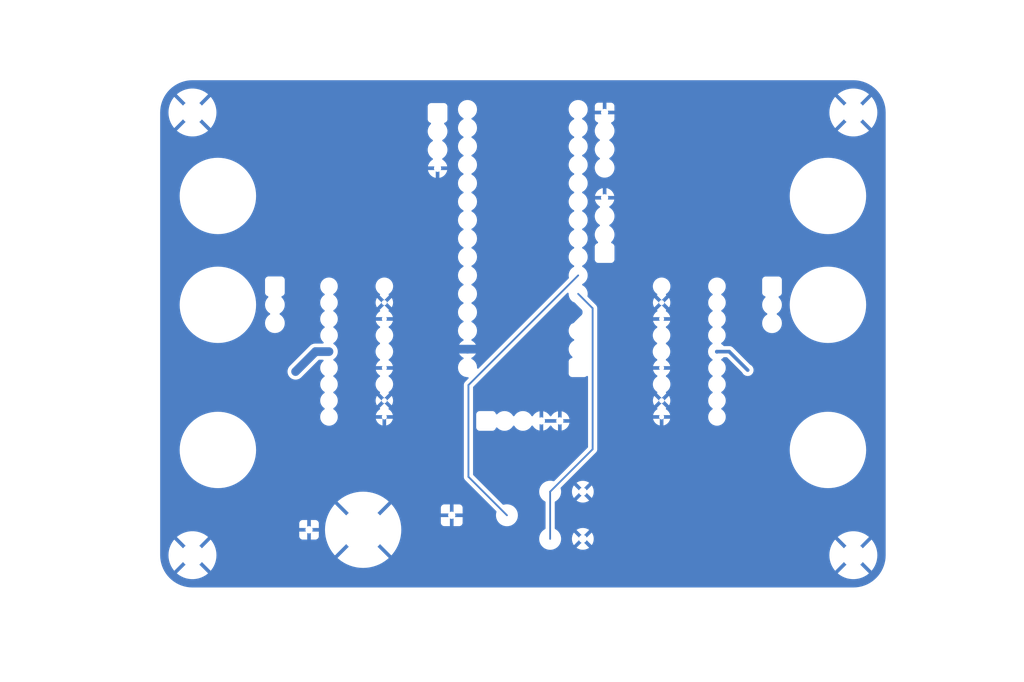
<source format=kicad_pcb>
(kicad_pcb
	(version 20240108)
	(generator "pcbnew")
	(generator_version "8.0")
	(general
		(thickness 1.6)
		(legacy_teardrops no)
	)
	(paper "A4")
	(layers
		(0 "F.Cu" signal)
		(31 "B.Cu" signal)
		(32 "B.Adhes" user "B.Adhesive")
		(33 "F.Adhes" user "F.Adhesive")
		(34 "B.Paste" user)
		(35 "F.Paste" user)
		(36 "B.SilkS" user "B.Silkscreen")
		(37 "F.SilkS" user "F.Silkscreen")
		(38 "B.Mask" user)
		(39 "F.Mask" user)
		(40 "Dwgs.User" user "User.Drawings")
		(41 "Cmts.User" user "User.Comments")
		(42 "Eco1.User" user "User.Eco1")
		(43 "Eco2.User" user "User.Eco2")
		(44 "Edge.Cuts" user)
		(45 "Margin" user)
		(46 "B.CrtYd" user "B.Courtyard")
		(47 "F.CrtYd" user "F.Courtyard")
		(48 "B.Fab" user)
		(49 "F.Fab" user)
	)
	(setup
		(stackup
			(layer "F.SilkS"
				(type "Top Silk Screen")
				(color "White")
				(material "Direct Printing")
			)
			(layer "F.Paste"
				(type "Top Solder Paste")
			)
			(layer "F.Mask"
				(type "Top Solder Mask")
				(color "Black")
				(thickness 0.01)
				(material "Dry Film")
				(epsilon_r 3.3)
				(loss_tangent 0)
			)
			(layer "F.Cu"
				(type "copper")
				(thickness 0.035)
			)
			(layer "dielectric 1"
				(type "core")
				(thickness 1.51)
				(material "FR4")
				(epsilon_r 4.5)
				(loss_tangent 0.02)
			)
			(layer "B.Cu"
				(type "copper")
				(thickness 0.035)
			)
			(layer "B.Mask"
				(type "Bottom Solder Mask")
				(color "Black")
				(thickness 0.01)
				(material "Dry Film")
				(epsilon_r 3.3)
				(loss_tangent 0)
			)
			(layer "B.Paste"
				(type "Bottom Solder Paste")
			)
			(layer "B.SilkS"
				(type "Bottom Silk Screen")
				(color "White")
				(material "Direct Printing")
			)
			(copper_finish "None")
			(dielectric_constraints no)
		)
		(pad_to_mask_clearance 0)
		(allow_soldermask_bridges_in_footprints no)
		(grid_origin 85.96 41.506)
		(pcbplotparams
			(layerselection 0x00010fc_ffffffff)
			(plot_on_all_layers_selection 0x0001000_00000000)
			(disableapertmacros no)
			(usegerberextensions no)
			(usegerberattributes no)
			(usegerberadvancedattributes no)
			(creategerberjobfile no)
			(dashed_line_dash_ratio 12.000000)
			(dashed_line_gap_ratio 3.000000)
			(svgprecision 4)
			(plotframeref no)
			(viasonmask no)
			(mode 1)
			(useauxorigin no)
			(hpglpennumber 1)
			(hpglpenspeed 20)
			(hpglpendiameter 15.000000)
			(pdf_front_fp_property_popups yes)
			(pdf_back_fp_property_popups yes)
			(dxfpolygonmode yes)
			(dxfimperialunits yes)
			(dxfusepcbnewfont yes)
			(psnegative no)
			(psa4output no)
			(plotreference yes)
			(plotvalue yes)
			(plotfptext yes)
			(plotinvisibletext no)
			(sketchpadsonfab no)
			(subtractmaskfromsilk yes)
			(outputformat 1)
			(mirror no)
			(drillshape 0)
			(scaleselection 1)
			(outputdirectory "gerbers/")
		)
	)
	(net 0 "")
	(net 1 "GND")
	(net 2 "VCC")
	(net 3 "buzzer")
	(net 4 "button")
	(segment
		(start 143.57 73.536)
		(end 142.74 72.706)
		(width 1.2)
		(layer "B.Cu")
		(net 1)
		(uuid "0f95c5d3-fd6d-4212-87a0-c61b89a54386")
	)
	(segment
		(start 143.57 73.536)
		(end 142.6 74.506)
		(width 1.2)
		(layer "B.Cu")
		(net 1)
		(uuid "5a1bd80c-2423-4105-b4ef-1770a85dcb75")
	)
	(segment
		(start 142.6 74.506)
		(end 141.56 74.506)
		(width 1.2)
		(layer "B.Cu")
		(net 1)
		(uuid "6847968a-9125-4d0d-9f93-a6afad880e0f")
	)
	(segment
		(start 141.33 73.536)
		(end 141.31 73.556)
		(width 1.2)
		(layer "B.Cu")
		(net 1)
		(uuid "a6316e5a-6c06-4c17-bf6b-6e761215ba20")
	)
	(segment
		(start 128.33 78.616)
		(end 130.25 78.616)
		(width 1.2)
		(layer "B.Cu")
		(net 1)
		(uuid "aa4ad620-67d7-4c84-8190-04c3c5b1815a")
	)
	(segment
		(start 126.32 78.616)
		(end 126.31 78.606)
		(width 1.2)
		(layer "B.Cu")
		(net 1)
		(uuid "b41e01bc-04bf-43e1-bda5-4c00161545f0")
	)
	(segment
		(start 142.31 73.536)
		(end 141.33 73.536)
		(width 1.2)
		(layer "B.Cu")
		(net 1)
		(uuid "f3089d4a-cb71-47a6-a7fd-19d1dffe4017")
	)
	(segment
		(start 142.74 72.706)
		(end 141.61 72.706)
		(width 1.2)
		(layer "B.Cu")
		(net 1)
		(uuid "f745ae4a-e3ad-42b9-b56a-8347a81d89ad")
	)
	(segment
		(start 128.33 78.616)
		(end 126.32 78.616)
		(width 1.2)
		(layer "B.Cu")
		(net 1)
		(uuid "fcf4dfad-14d0-4d07-ac83-4ba7e0d45287")
	)
	(segment
		(start 162.66 78.956)
		(end 164.36 78.956)
		(width 0.5)
		(layer "B.Cu")
		(net 2)
		(uuid "14a4e153-ed53-4f03-abf8-dd2ba53e9a77")
	)
	(segment
		(start 164.36 78.956)
		(end 166.91 81.506)
		(width 0.5)
		(layer "B.Cu")
		(net 2)
		(uuid "4cd105fb-7dbc-4c87-aa78-2648501e1f4a")
	)
	(segment
		(start 107.41 78.956)
		(end 104.66 81.706)
		(width 1.2)
		(layer "B.Cu")
		(net 2)
		(uuid "7ac3203a-ce6a-4af4-866c-a943448a1eaa")
	)
	(segment
		(start 109.26 78.956)
		(end 107.41 78.956)
		(width 1.2)
		(layer "B.Cu")
		(net 2)
		(uuid "7f1dadef-91b4-4fef-b581-230ded69a7d2")
	)
	(segment
		(start 162.66 78.956)
		(end 162.66 78.986)
		(width 0.5)
		(layer "B.Cu")
		(net 2)
		(uuid "b5247ad6-3791-481f-b3c8-47c0c606d4d8")
	)
	(segment
		(start 128.46 96.206)
		(end 128.46 83.566)
		(width 0.25)
		(layer "B.Cu")
		(net 3)
		(uuid "1a420a97-550c-4ad2-a168-173bec64c7b6")
	)
	(segment
		(start 128.46 83.566)
		(end 143.57 68.456)
		(width 0.25)
		(layer "B.Cu")
		(net 3)
		(uuid "91bb4863-1a82-47f6-9377-14ecccd0bfce")
	)
	(segment
		(start 133.76 101.506)
		(end 128.46 96.206)
		(width 0.25)
		(layer "B.Cu")
		(net 3)
		(uuid "93946fe5-34a0-45d5-a571-c7adab49480d")
	)
	(segment
		(start 145.56 72.986)
		(end 143.57 70.996)
		(width 0.25)
		(layer "B.Cu")
		(net 4)
		(uuid "070277dd-1a28-458c-a994-de2d7ab8fa3b")
	)
	(segment
		(start 139.71 104.756)
		(end 139.71 98.256)
		(width 0.25)
		(layer "B.Cu")
		(net 4)
		(uuid "1c190f75-aebc-4fdd-8f04-8c279c05abd1")
	)
	(segment
		(start 139.71 98.256)
		(end 145.56 92.406)
		(width 0.25)
		(layer "B.Cu")
		(net 4)
		(uuid "8aa4ad08-9c36-47b8-8410-b58a5f1a3a68")
	)
	(segment
		(start 145.56 92.406)
		(end 145.56 72.986)
		(width 0.25)
		(layer "B.Cu")
		(net 4)
		(uuid "b1faac4d-b6a3-45f0-9ab2-780fc644375c")
	)
	(zone
		(net 1)
		(net_name "GND")
		(layer "B.Cu")
		(uuid "e242fe7b-e1b6-4822-8478-1d72e9976c5d")
		(hatch edge 0.5)
		(priority 1)
		(connect_pads
			(clearance 0.508)
		)
		(min_thickness 0.25)
		(filled_areas_thickness no)
		(fill yes
			(thermal_gap 0.5)
			(thermal_bridge_width 0.5)
		)
		(polygon
			(pts
				(xy 201.96 31.506) (xy 66.96 30.506) (xy 63.96 124.506) (xy 204.96 123.506)
			)
		)
		(filled_polygon
			(layer "B.Cu")
			(pts
				(xy 140.579075 88.313007) (xy 140.545 88.440174) (xy 140.545 88.571826) (xy 140.579075 88.698993)
				(xy 140.611988 88.756) (xy 138.938012 88.756) (xy 138.970925 88.698993) (xy 139.005 88.571826) (xy 139.005 88.440174)
				(xy 138.970925 88.313007) (xy 138.938012 88.256) (xy 140.611988 88.256)
			)
		)
		(filled_polygon
			(layer "B.Cu")
			(pts
				(xy 181.462702 41.556617) (xy 181.842412 41.573196) (xy 181.853149 41.574136) (xy 182.227281 41.623391)
				(xy 182.237923 41.625267) (xy 182.606337 41.706942) (xy 182.616774 41.709739) (xy 182.976665 41.823213)
				(xy 182.986808 41.826904) (xy 183.335447 41.971316) (xy 183.345239 41.975882) (xy 183.679942 42.150117)
				(xy 183.68931 42.155525) (xy 184.007565 42.358276) (xy 184.016426 42.364481) (xy 184.315789 42.59419)
				(xy 184.32407 42.601139) (xy 184.602279 42.856071) (xy 184.609928 42.86372) (xy 184.86486 43.141929)
				(xy 184.87181 43.150212) (xy 184.964196 43.270611) (xy 185.101518 43.449573) (xy 185.107723 43.458434)
				(xy 185.310474 43.776689) (xy 185.315882 43.786057) (xy 185.490114 44.120754) (xy 185.494686 44.130558)
				(xy 185.639089 44.479176) (xy 185.642789 44.489342) (xy 185.756258 44.84922) (xy 185.759058 44.859669)
				(xy 185.840731 45.228073) (xy 185.842609 45.238726) (xy 185.891861 45.612831) (xy 185.892804 45.623607)
				(xy 185.909382 46.003297) (xy 185.9095 46.008706) (xy 185.9095 107.003293) (xy 185.909382 107.008702)
				(xy 185.892804 107.388392) (xy 185.891861 107.399168) (xy 185.842609 107.773273) (xy 185.840731 107.783926)
				(xy 185.759058 108.15233) (xy 185.756258 108.162779) (xy 185.642789 108.522657) (xy 185.639089 108.532823)
				(xy 185.494686 108.881441) (xy 185.490114 108.891245) (xy 185.315882 109.225942) (xy 185.310474 109.23531)
				(xy 185.107723 109.553565) (xy 185.101518 109.562426) (xy 184.871814 109.861783) (xy 184.86486 109.87007)
				(xy 184.609928 110.148279) (xy 184.602279 110.155928) (xy 184.32407 110.41086) (xy 184.315783 110.417814)
				(xy 184.016426 110.647518) (xy 184.007565 110.653723) (xy 183.68931 110.856474) (xy 183.679942 110.861882)
				(xy 183.345245 111.036114) (xy 183.335441 111.040686) (xy 182.986823 111.185089) (xy 182.976657 111.188789)
				(xy 182.616779 111.302258) (xy 182.60633 111.305058) (xy 182.237926 111.386731) (xy 182.227273 111.388609)
				(xy 181.853168 111.437861) (xy 181.842392 111.438804) (xy 181.532384 111.452339) (xy 181.520305 111.452867)
				(xy 181.462703 111.455382) (xy 181.457294 111.4555) (xy 90.462706 111.4555) (xy 90.457297 111.455382)
				(xy 90.399695 111.452867) (xy 90.330733 111.449856) (xy 90.077607 111.438804) (xy 90.066831 111.437861)
				(xy 89.692726 111.388609) (xy 89.682073 111.386731) (xy 89.313669 111.305058) (xy 89.30322 111.302258)
				(xy 88.943342 111.188789) (xy 88.933176 111.185089) (xy 88.584558 111.040686) (xy 88.574754 111.036114)
				(xy 88.240057 110.861882) (xy 88.230689 110.856474) (xy 87.912434 110.653723) (xy 87.903573 110.647518)
				(xy 87.604216 110.417814) (xy 87.595929 110.41086) (xy 87.31772 110.155928) (xy 87.310071 110.148279)
				(xy 87.055139 109.87007) (xy 87.048185 109.861783) (xy 86.984516 109.778808) (xy 86.818481 109.562426)
				(xy 86.812276 109.553565) (xy 86.609525 109.23531) (xy 86.604117 109.225942) (xy 86.567709 109.156002)
				(xy 86.429882 108.891239) (xy 86.425313 108.881441) (xy 86.370479 108.74906) (xy 86.280904 108.532808)
				(xy 86.27721 108.522657) (xy 86.266528 108.488779) (xy 86.163739 108.162774) (xy 86.160941 108.15233)
				(xy 86.1398 108.05697) (xy 86.079267 107.783923) (xy 86.07739 107.773273) (xy 86.057236 107.620187)
				(xy 86.028136 107.399149) (xy 86.027196 107.388412) (xy 86.010618 107.008702) (xy 86.010559 107.005997)
				(xy 87.155153 107.005997) (xy 87.155153 107.006002) (xy 87.174526 107.363314) (xy 87.174527 107.363331)
				(xy 87.232415 107.716431) (xy 87.232421 107.716457) (xy 87.328147 108.061232) (xy 87.328149 108.061239)
				(xy 87.460597 108.393659) (xy 87.460606 108.393677) (xy 87.628218 108.709827) (xy 87.829024 109.005994)
				(xy 87.829035 109.006008) (xy 87.956441 109.156002) (xy 87.956442 109.156002) (xy 89.165747 107.946697)
				(xy 89.239588 108.04833) (xy 89.41767 108.226412) (xy 89.5193 108.300251) (xy 88.307257 109.512294)
				(xy 88.320495 109.524836) (xy 88.605367 109.741388) (xy 88.60537 109.74139) (xy 88.91199 109.925876)
				(xy 89.236739 110.076122) (xy 89.236744 110.076123) (xy 89.575855 110.190383) (xy 89.925339 110.267311)
				(xy 90.281075 110.305999) (xy 90.281085 110.306) (xy 90.638915 110.306) (xy 90.638924 110.305999)
				(xy 90.99466 110.267311) (xy 91.344144 110.190383) (xy 91.683255 110.076123) (xy 91.68326 110.076122)
				(xy 92.008009 109.925876) (xy 92.314629 109.74139) (xy 92.314632 109.741388) (xy 92.599509 109.524831)
				(xy 92.612742 109.512295) (xy 92.612742 109.512294) (xy 91.400699 108.300251) (xy 91.50233 108.226412)
				(xy 91.680412 108.04833) (xy 91.754251 107.946698) (xy 92.963556 109.156002) (xy 93.090972 109.005998)
				(xy 93.090975 109.005994) (xy 93.291781 108.709827) (xy 93.459393 108.393677) (xy 93.459402 108.393659)
				(xy 93.59185 108.061239) (xy 93.591852 108.061232) (xy 93.687578 107.716457) (xy 93.687584 107.716431)
				(xy 93.745472 107.363331) (xy 93.745473 107.363314) (xy 93.764847 107.006002) (xy 93.764847 107.005997)
				(xy 93.745473 106.648685) (xy 93.745472 106.648668) (xy 93.687584 106.295568) (xy 93.687578 106.295542)
				(xy 93.591852 105.950767) (xy 93.59185 105.95076) (xy 93.459402 105.61834) (xy 93.459393 105.618322)
				(xy 93.291781 105.302172) (xy 93.090975 105.006005) (xy 93.090964 105.005991) (xy 92.963556 104.855996)
				(xy 91.754251 106.0653) (xy 91.680412 105.96367) (xy 91.50233 105.785588) (xy 91.400698 105.711748)
				(xy 92.612742 104.499704) (xy 92.599504 104.487163) (xy 92.314632 104.270611) (xy 92.314629 104.270609)
				(xy 92.008009 104.086123) (xy 91.68326 103.935877) (xy 91.683255 103.935876) (xy 91.344144 103.821616)
				(xy 90.99466 103.744688) (xy 90.638924 103.706) (xy 90.281075 103.706) (xy 89.925339 103.744688)
				(xy 89.575855 103.821616) (xy 89.236744 103.935876) (xy 89.236739 103.935877) (xy 88.91199 104.086123)
				(xy 88.60537 104.270609) (xy 88.605367 104.270611) (xy 88.320486 104.48717) (xy 88.320485 104.487171)
				(xy 88.307257 104.499702) (xy 88.307256 104.499703) (xy 89.519301 105.711748) (xy 89.41767 105.785588)
				(xy 89.239588 105.96367) (xy 89.165748 106.065301) (xy 87.956442 104.855995) (xy 87.956441 104.855996)
				(xy 87.829033 105.005992) (xy 87.628218 105.302172) (xy 87.460606 105.618322) (xy 87.460597 105.61834)
				(xy 87.328149 105.95076) (xy 87.328147 105.950767) (xy 87.232421 106.295542) (xy 87.232415 106.295568)
				(xy 87.174527 106.648668) (xy 87.174526 106.648685) (xy 87.155153 107.005997) (xy 86.010559 107.005997)
				(xy 86.0105 107.003293) (xy 86.0105 102.608155) (xy 105.16 102.608155) (xy 105.16 103.256) (xy 106.076988 103.256)
				(xy 106.044075 103.313007) (xy 106.01 103.440174) (xy 106.01 103.571826) (xy 106.044075 103.698993)
				(xy 106.076988 103.756) (xy 105.16 103.756) (xy 105.16 104.403844) (xy 105.166401 104.463372) (xy 105.166403 104.463379)
				(xy 105.216645 104.598086) (xy 105.216649 104.598093) (xy 105.302809 104.713187) (xy 105.302812 104.71319)
				(xy 105.417906 104.79935) (xy 105.417913 104.799354) (xy 105.55262 104.849596) (xy 105.552627 104.849598)
				(xy 105.612155 104.855999) (xy 105.612172 104.856) (xy 106.26 104.856) (xy 106.26 103.939012) (xy 106.317007 103.971925)
				(xy 106.444174 104.006) (xy 106.575826 104.006) (xy 106.702993 103.971925) (xy 106.76 103.939012)
				(xy 106.76 104.856) (xy 107.407828 104.856) (xy 107.407844 104.855999) (xy 107.467372 104.849598)
				(xy 107.467379 104.849596) (xy 107.602086 104.799354) (xy 107.602093 104.79935) (xy 107.717187 104.71319)
				(xy 107.71719 104.713187) (xy 107.80335 104.598093) (xy 107.803354 104.598086) (xy 107.853596 104.463379)
				(xy 107.853598 104.463372) (xy 107.859999 104.403844) (xy 107.86 104.403827) (xy 107.86 103.756)
				(xy 106.943012 103.756) (xy 106.975925 103.698993) (xy 107.01 103.571826) (xy 107.01 103.506) (xy 108.704998 103.506)
				(xy 108.724994 103.964002) (xy 108.784831 104.418509) (xy 108.784831 104.418513) (xy 108.88406 104.866102)
				(xy 109.021913 105.303316) (xy 109.19735 105.72686) (xy 109.409029 106.133491) (xy 109.655356 106.520149)
				(xy 109.934426 106.883839) (xy 110.075093 107.037351) (xy 111.632818 105.479626) (xy 111.682208 105.54156)
				(xy 111.92444 105.783792) (xy 111.986371 105.83318) (xy 110.428646 107.390905) (xy 110.58216 107.531573)
				(xy 110.94585 107.810643) (xy 111.332508 108.05697) (xy 111.739139 108.268649) (xy 112.162683 108.444086)
				(xy 112.599897 108.581939) (xy 113.047488 108.681168) (xy 113.501997 108.741005) (xy 113.96 108.761001)
				(xy 114.418002 108.741005) (xy 114.872509 108.681168) (xy 114.872513 108.681168) (xy 115.320102 108.581939)
				(xy 115.757316 108.444086) (xy 116.18086 108.268649) (xy 116.587491 108.05697) (xy 116.974149 107.810643)
				(xy 117.337843 107.53157) (xy 117.337848 107.531565) (xy 117.491352 107.390905) (xy 115.933628 105.833181)
				(xy 115.99556 105.783792) (xy 116.237792 105.54156) (xy 116.287181 105.479628) (xy 117.844905 107.037352)
				(xy 117.873636 107.005997) (xy 178.155153 107.005997) (xy 178.155153 107.006002) (xy 178.174526 107.363314)
				(xy 178.174527 107.363331) (xy 178.232415 107.716431) (xy 178.232421 107.716457) (xy 178.328147 108.061232)
				(xy 178.328149 108.061239) (xy 178.460597 108.393659) (xy 178.460606 108.393677) (xy 178.628218 108.709827)
				(xy 178.829024 109.005994) (xy 178.829035 109.006008) (xy 178.956441 109.156002) (xy 178.956442 109.156002)
				(xy 180.165747 107.946697) (xy 180.239588 108.04833) (xy 180.41767 108.226412) (xy 180.5193 108.300251)
				(xy 179.307257 109.512294) (xy 179.320495 109.524836) (xy 179.605367 109.741388) (xy 179.60537 109.74139)
				(xy 179.91199 109.925876) (xy 180.236739 110.076122) (xy 180.236744 110.076123) (xy 180.575855 110.190383)
				(xy 180.925339 110.267311) (xy 181.281075 110.305999) (xy 181.281085 110.306) (xy 181.638915 110.306)
				(xy 181.638924 110.305999) (xy 181.99466 110.267311) (xy 182.344144 110.190383) (xy 182.683255 110.076123)
				(xy 182.68326 110.076122) (xy 183.008009 109.925876) (xy 183.314629 109.74139) (xy 183.314632 109.741388)
				(xy 183.599509 109.524831) (xy 183.612742 109.512295) (xy 183.612742 109.512294) (xy 182.400699 108.300251)
				(xy 182.50233 108.226412) (xy 182.680412 108.04833) (xy 182.754251 107.946698) (xy 183.963556 109.156002)
				(xy 184.090972 109.005998) (xy 184.090975 109.005994) (xy 184.291781 108.709827) (xy 184.459393 108.393677)
				(xy 184.459402 108.393659) (xy 184.59185 108.061239) (xy 184.591852 108.061232) (xy 184.687578 107.716457)
				(xy 184.687584 107.716431) (xy 184.745472 107.363331) (xy 184.745473 107.363314) (xy 184.764847 107.006002)
				(xy 184.764847 107.005997) (xy 184.745473 106.648685) (xy 184.745472 106.648668) (xy 184.687584 106.295568)
				(xy 184.687578 106.295542) (xy 184.591852 105.950767) (xy 184.59185 105.95076) (xy 184.459402 105.61834)
				(xy 184.459393 105.618322) (xy 184.291781 105.302172) (xy 184.090975 105.006005) (xy 184.090964 105.005991)
				(xy 183.963556 104.855996) (xy 182.754251 106.0653) (xy 182.680412 105.96367) (xy 182.50233 105.785588)
				(xy 182.400698 105.711748) (xy 183.612742 104.499704) (xy 183.599504 104.487163) (xy 183.314632 104.270611)
				(xy 183.314629 104.270609) (xy 183.008009 104.086123) (xy 182.68326 103.935877) (xy 182.683255 103.935876)
				(xy 182.344144 103.821616) (xy 181.99466 103.744688) (xy 181.638924 103.706) (xy 181.281075 103.706)
				(xy 180.925339 103.744688) (xy 180.575855 103.821616) (xy 180.236744 103.935876) (xy 180.236739 103.935877)
				(xy 179.91199 104.086123) (xy 179.60537 104.270609) (xy 179.605367 104.270611) (xy 179.320486 104.48717)
				(xy 179.320485 104.487171) (xy 179.307257 104.499702) (xy 179.307256 104.499703) (xy 180.519301 105.711748)
				(xy 180.41767 105.785588) (xy 180.239588 105.96367) (xy 180.165748 106.065301) (xy 178.956442 104.855995)
				(xy 178.956441 104.855996) (xy 178.829033 105.005992) (xy 178.628218 105.302172) (xy 178.460606 105.618322)
				(xy 178.460597 105.61834) (xy 178.328149 105.95076) (xy 178.328147 105.950767) (xy 178.232421 106.295542)
				(xy 178.232415 106.295568) (xy 178.174527 106.648668) (xy 178.174526 106.648685) (xy 178.155153 107.005997)
				(xy 117.873636 107.005997) (xy 117.985565 106.883848) (xy 117.98557 106.883843) (xy 118.264643 106.520149)
				(xy 118.51097 106.133491) (xy 118.722649 105.72686) (xy 118.898086 105.303316) (xy 119.035939 104.866102)
				(xy 119.135168 104.418513) (xy 119.135168 104.418509) (xy 119.195005 103.964002) (xy 119.215001 103.506)
				(xy 119.195005 103.047997) (xy 119.135168 102.59349) (xy 119.135168 102.593486) (xy 119.035939 102.145897)
				(xy 118.898086 101.708683) (xy 118.722649 101.285139) (xy 118.51097 100.878508) (xy 118.264643 100.49185)
				(xy 118.238788 100.458155) (xy 124.66 100.458155) (xy 124.66 101.256) (xy 125.726988 101.256) (xy 125.694075 101.313007)
				(xy 125.66 101.440174) (xy 125.66 101.571826) (xy 125.694075 101.698993) (xy 125.726988 101.756)
				(xy 124.66 101.756) (xy 124.66 102.553844) (xy 124.666401 102.613372) (xy 124.666403 102.613379)
				(xy 124.716645 102.748086) (xy 124.716649 102.748093) (xy 124.802809 102.863187) (xy 124.802812 102.86319)
				(xy 124.917906 102.94935) (xy 124.917913 102.949354) (xy 125.05262 102.999596) (xy 125.052627 102.999598)
				(xy 125.112155 103.005999) (xy 125.112172 103.006) (xy 125.91 103.006) (xy 125.91 101.939012) (xy 125.967007 101.971925)
				(xy 126.094174 102.006) (xy 126.225826 102.006) (xy 126.352993 101.971925) (xy 126.41 101.939012)
				(xy 126.41 103.006) (xy 127.207828 103.006) (xy 127.207844 103.005999) (xy 127.267372 102.999598)
				(xy 127.267379 102.999596) (xy 127.402086 102.949354) (xy 127.402093 102.94935) (xy 127.517187 102.86319)
				(xy 127.51719 102.863187) (xy 127.60335 102.748093) (xy 127.603354 102.748086) (xy 127.653596 102.613379)
				(xy 127.653598 102.613372) (xy 127.659999 102.553844) (xy 127.66 102.553827) (xy 127.66 101.756)
				(xy 126.593012 101.756) (xy 126.625925 101.698993) (xy 126.66 101.571826) (xy 126.66 101.440174)
				(xy 126.625925 101.313007) (xy 126.593012 101.256) (xy 127.66 101.256) (xy 127.66 100.458172) (xy 127.659999 100.458155)
				(xy 127.653598 100.398627) (xy 127.653596 100.39862) (xy 127.603354 100.263913) (xy 127.60335 100.263906)
				(xy 127.51719 100.148812) (xy 127.517187 100.148809) (xy 127.402093 100.062649) (xy 127.402086 100.062645)
				(xy 127.267379 100.012403) (xy 127.267372 100.012401) (xy 127.207844 100.006) (xy 126.41 100.006)
				(xy 126.41 101.072988) (xy 126.352993 101.040075) (xy 126.225826 101.006) (xy 126.094174 101.006)
				(xy 125.967007 101.040075) (xy 125.91 101.072988) (xy 125.91 100.006) (xy 125.112155 100.006) (xy 125.052627 100.012401)
				(xy 125.05262 100.012403) (xy 124.917913 100.062645) (xy 124.917906 100.062649) (xy 124.802812 100.148809)
				(xy 124.802809 100.148812) (xy 124.716649 100.263906) (xy 124.716645 100.263913) (xy 124.666403 100.39862)
				(xy 124.666401 100.398627) (xy 124.66 100.458155) (xy 118.238788 100.458155) (xy 117.985573 100.12816)
				(xy 117.844904 99.974646) (xy 116.28718 101.53237) (xy 116.237792 101.47044) (xy 115.99556 101.228208)
				(xy 115.933626 101.178818) (xy 117.491352 99.621093) (xy 117.337839 99.480426) (xy 116.974149 99.201356)
				(xy 116.587491 98.955029) (xy 116.18086 98.74335) (xy 115.757316 98.567913) (xy 115.320102 98.43006)
				(xy 114.872511 98.330831) (xy 114.418002 98.270994) (xy 113.96 98.250998) (xy 113.501997 98.270994)
				(xy 113.04749 98.330831) (xy 113.047486 98.330831) (xy 112.599897 98.43006) (xy 112.162683 98.567913)
				(xy 111.739139 98.74335) (xy 111.332508 98.955029) (xy 110.94585 99.201356) (xy 110.582153 99.480431)
				(xy 110.428646 99.621093) (xy 111.986371 101.178818) (xy 111.92444 101.228208) (xy 111.682208 101.47044)
				(xy 111.632818 101.532371) (xy 110.075093 99.974646) (xy 109.934431 100.128153) (xy 109.655356 100.49185)
				(xy 109.409029 100.878508) (xy 109.19735 101.285139) (xy 109.021913 101.708683) (xy 108.88406 102.145897)
				(xy 108.784831 102.593486) (xy 108.784831 102.59349) (xy 108.724994 103.047997) (xy 108.704998 103.506)
				(xy 107.01 103.506) (xy 107.01 103.440174) (xy 106.975925 103.313007) (xy 106.943012 103.256) (xy 107.86 103.256)
				(xy 107.86 102.608172) (xy 107.859999 102.608155) (xy 107.853598 102.548627) (xy 107.853596 102.54862)
				(xy 107.803354 102.413913) (xy 107.80335 102.413906) (xy 107.71719 102.298812) (xy 107.717187 102.298809)
				(xy 107.602093 102.212649) (xy 107.602086 102.212645) (xy 107.467379 102.162403) (xy 107.467372 102.162401)
				(xy 107.407844 102.156) (xy 106.76 102.156) (xy 106.76 103.072988) (xy 106.702993 103.040075) (xy 106.575826 103.006)
				(xy 106.444174 103.006) (xy 106.317007 103.040075) (xy 106.26 103.072988) (xy 106.26 102.156) (xy 105.612155 102.156)
				(xy 105.552627 102.162401) (xy 105.55262 102.162403) (xy 105.417913 102.212645) (xy 105.417906 102.212649)
				(xy 105.302812 102.298809) (xy 105.302809 102.298812) (xy 105.216649 102.413906) (xy 105.216645 102.413913)
				(xy 105.166403 102.54862) (xy 105.166401 102.548627) (xy 105.16 102.608155) (xy 86.0105 102.608155)
				(xy 86.0105 92.506) (xy 88.69649 92.506) (xy 88.716518 92.964743) (xy 88.776453 93.419986) (xy 88.776454 93.419995)
				(xy 88.875841 93.868302) (xy 89.013918 94.306225) (xy 89.189639 94.730455) (xy 89.401661 95.137745)
				(xy 89.648387 95.525029) (xy 89.927911 95.889312) (xy 89.927913 95.889314) (xy 89.927917 95.889319)
				(xy 90.238136 96.227864) (xy 90.576681 96.538083) (xy 90.576685 96.538086) (xy 90.576687 96.538088)
				(xy 90.94097 96.817612) (xy 90.940975 96.817615) (xy 91.328245 97.064333) (xy 91.328251 97.064336)
				(xy 91.328254 97.064338) (xy 91.735544 97.27636) (xy 91.859798 97.327827) (xy 92.159774 97.452082)
				(xy 92.597703 97.59016) (xy 93.046001 97.689545) (xy 93.501255 97.749481) (xy 93.96 97.76951) (xy 94.418745 97.749481)
				(xy 94.873999 97.689545) (xy 95.322297 97.59016) (xy 95.760226 97.452082) (xy 96.184455 97.27636)
				(xy 96.591755 97.064333) (xy 96.979025 96.817615) (xy 97.343319 96.538083) (xy 97.681864 96.227864)
				(xy 97.992083 95.889319) (xy 98.271615 95.525025) (xy 98.518333 95.137755) (xy 98.73036 94.730455)
				(xy 98.906082 94.306226) (xy 99.04416 93.868297) (xy 99.143545 93.419999) (xy 99.203481 92.964745)
				(xy 99.22351 92.506) (xy 99.203481 92.047255) (xy 99.143545 91.592001) (xy 99.04416 91.143703) (xy 98.906082 90.705774)
				(xy 98.73036 90.281545) (xy 98.73036 90.281544) (xy 98.518338 89.874254) (xy 98.518336 89.874251)
				(xy 98.518333 89.874245) (xy 98.271615 89.486975) (xy 98.271612 89.48697) (xy 97.992088 89.122687)
				(xy 97.992086 89.122685) (xy 97.992083 89.122681) (xy 97.681864 88.784136) (xy 97.664145 88.7679)
				(xy 97.623186 88.730368) (xy 97.343319 88.473917) (xy 97.343314 88.473913) (xy 97.343312 88.473911)
				(xy 96.979029 88.194387) (xy 96.747967 88.047185) (xy 96.591755 87.947667) (xy 96.591751 87.947665)
				(xy 96.591745 87.947661) (xy 96.184455 87.735639) (xy 95.875702 87.60775) (xy 95.760226 87.559918)
				(xy 95.579996 87.503092) (xy 95.322302 87.421841) (xy 94.873995 87.322454) (xy 94.873986 87.322453)
				(xy 94.418743 87.262518) (xy 93.96 87.24249) (xy 93.501256 87.262518) (xy 93.046013 87.322453) (xy 93.046004 87.322454)
				(xy 92.597697 87.421841) (xy 92.159774 87.559918) (xy 91.735544 87.735639) (xy 91.328254 87.947661)
				(xy 90.94097 88.194387) (xy 90.576687 88.473911) (xy 90.576682 88.473916) (xy 90.238136 88.784135)
				(xy 90.238135 88.784136) (xy 89.927916 89.122682) (xy 89.927911 89.122687) (xy 89.648387 89.48697)
				(xy 89.401661 89.874254) (xy 89.189639 90.281544) (xy 89.013918 90.705774) (xy 88.875841 91.143697)
				(xy 88.776454 91.592004) (xy 88.776453 91.592013) (xy 88.716518 92.047256) (xy 88.69649 92.506)
				(xy 86.0105 92.506) (xy 86.0105 81.618759) (xy 103.5515 81.618759) (xy 103.5515 81.793241) (xy 103.55459 81.812749)
				(xy 103.578795 81.965577) (xy 103.632709 82.131511) (xy 103.632713 82.131522) (xy 103.711926 82.286982)
				(xy 103.814477 82.428132) (xy 103.814481 82.428137) (xy 103.937862 82.551518) (xy 103.937867 82.551522)
				(xy 104.079017 82.654073) (xy 104.234477 82.733286) (xy 104.234488 82.73329) (xy 104.400423 82.787204)
				(xy 104.400426 82.787205) (xy 104.572759 82.8145) (xy 104.57276 82.8145) (xy 104.74724 82.8145)
				(xy 104.747241 82.8145) (xy 104.919574 82.787205) (xy 105.085517 82.733288) (xy 105.085518 82.733287)
				(xy 105.085522 82.733286) (xy 105.167534 82.691497) (xy 105.240981 82.654074) (xy 105.382139 82.551517)
				(xy 107.832836 80.100818) (xy 107.894159 80.067334) (xy 107.920517 80.0645) (xy 108.39306 80.0645)
				(xy 108.460099 80.084185) (xy 108.505854 80.136989) (xy 108.515798 80.206147) (xy 108.486773 80.269703)
				(xy 108.480741 80.276181) (xy 108.3307 80.426221) (xy 108.209411 80.599441) (xy 108.20941 80.599443)
				(xy 108.120045 80.791088) (xy 108.120041 80.791097) (xy 108.065315 80.995339) (xy 108.065313 80.99535)
				(xy 108.046884 81.205998) (xy 108.046884 81.206001) (xy 108.065313 81.416649) (xy 108.065315 81.41666)
				(xy 108.120041 81.620902) (xy 108.120043 81.620906) (xy 108.120044 81.62091) (xy 108.199391 81.791071)
				(xy 108.20941 81.812556) (xy 108.209411 81.812558) (xy 108.3307 81.985778) (xy 108.480222 82.1353)
				(xy 108.614647 82.229425) (xy 108.658272 82.284002) (xy 108.665466 82.3535) (xy 108.633943 82.415855)
				(xy 108.614647 82.432575) (xy 108.480222 82.526699) (xy 108.3307 82.676221) (xy 108.209411 82.849441)
				(xy 108.20941 82.849443) (xy 108.120045 83.041088) (xy 108.120041 83.041097) (xy 108.065315 83.245339)
				(xy 108.065313 83.24535) (xy 108.046884 83.455998) (xy 108.046884 83.456001) (xy 108.065313 83.666649)
				(xy 108.065315 83.66666) (xy 108.120041 83.870902) (xy 108.120043 83.870906) (xy 108.120044 83.87091)
				(xy 108.199391 84.041071) (xy 108.20941 84.062556) (xy 108.209411 84.062558) (xy 108.3307 84.235778)
				(xy 108.480222 84.3853) (xy 108.614647 84.479425) (xy 108.658272 84.534002) (xy 108.665466 84.6035)
				(xy 108.633943 84.665855) (xy 108.614647 84.682575) (xy 108.480222 84.776699) (xy 108.3307 84.926221)
				(xy 108.209411 85.099441) (xy 108.20941 85.099443) (xy 108.120045 85.291088) (xy 108.120041 85.291097)
				(xy 108.065315 85.495339) (xy 108.065313 85.49535) (xy 108.046884 85.705998) (xy 108.046884 85.706001)
				(xy 108.065313 85.916649) (xy 108.065315 85.91666) (xy 108.120041 86.120902) (xy 108.120043 86.120906)
				(xy 108.120044 86.12091) (xy 108.199391 86.291071) (xy 108.20941 86.312556) (xy 108.209411 86.312558)
				(xy 108.3307 86.485778) (xy 108.480221 86.635299) (xy 108.480224 86.635301) (xy 108.61025 86.726346)
				(xy 108.613397 86.728549) (xy 108.657022 86.783125) (xy 108.664216 86.852624) (xy 108.632694 86.914979)
				(xy 108.613398 86.931699) (xy 108.477719 87.026702) (xy 108.3282 87.176221) (xy 108.206911 87.349441)
				(xy 108.20691 87.349443) (xy 108.117545 87.541088) (xy 108.117541 87.541097) (xy 108.062815 87.745339)
				(xy 108.062813 87.74535) (xy 108.044384 87.955998) (xy 108.044384 87.956001) (xy 108.062813 88.166649)
				(xy 108.062815 88.16666) (xy 108.117541 88.370902) (xy 108.117543 88.370906) (xy 108.117544 88.37091)
				(xy 108.165574 88.473911) (xy 108.20691 88.562556) (xy 108.206911 88.562558) (xy 108.3282 88.735778)
				(xy 108.477721 88.885299) (xy 108.477724 88.885301) (xy 108.650942 89.006589) (xy 108.84259 89.095956)
				(xy 109.046845 89.150686) (xy 109.197312 89.16385) (xy 109.257498 89.169116) (xy 109.2575 89.169116)
				(xy 109.257502 89.169116) (xy 109.310163 89.164508) (xy 109.468155 89.150686) (xy 109.67241 89.095956)
				(xy 109.864058 89.006589) (xy 110.037276 88.885301) (xy 110.186801 88.735776) (xy 110.308089 88.562558)
				(xy 110.397456 88.37091) (xy 110.441644 88.206) (xy 115.701005 88.206) (xy 115.753739 88.391349)
				(xy 115.852868 88.590425) (xy 115.986891 88.7679) (xy 116.151238 88.917721) (xy 116.34032 89.034797)
				(xy 116.340322 89.034798) (xy 116.547695 89.115135) (xy 116.6275 89.130052) (xy 117.1275 89.130052)
				(xy 117.207304 89.115135) (xy 117.414677 89.034798) (xy 117.414679 89.034797) (xy 117.603761 88.917721)
				(xy 117.768108 88.7679) (xy 117.902131 88.590425) (xy 118.00126 88.391349) (xy 118.053995 88.206)
				(xy 117.1275 88.206) (xy 117.1275 89.130052) (xy 116.6275 89.130052) (xy 116.6275 88.206) (xy 115.701005 88.206)
				(xy 110.441644 88.206) (xy 110.452186 88.166655) (xy 110.470616 87.956) (xy 110.469886 87.947661)
				(xy 110.459454 87.82842) (xy 110.452186 87.745345) (xy 110.441644 87.706) (xy 115.701005 87.706)
				(xy 116.632525 87.706) (xy 116.59743 87.741095) (xy 116.551352 87.820905) (xy 116.5275 87.909922)
				(xy 116.5275 88.002078) (xy 116.551352 88.091095) (xy 116.59743 88.170905) (xy 116.662595 88.23607)
				(xy 116.742405 88.282148) (xy 116.831422 88.306) (xy 116.923578 88.306) (xy 117.012595 88.282148)
				(xy 117.092405 88.23607) (xy 117.15757 88.170905) (xy 117.203648 88.091095) (xy 117.2275 88.002078)
				(xy 117.2275 87.909922) (xy 117.203648 87.820905) (xy 117.15757 87.741095) (xy 117.122475 87.706)
				(xy 118.053995 87.706) (xy 118.00126 87.52065) (xy 117.902131 87.321574) (xy 117.768108 87.144099)
				(xy 117.60376 86.994277) (xy 117.603758 86.994275) (xy 117.511578 86.9372) (xy 117.464942 86.885172)
				(xy 117.453838 86.81619) (xy 117.481791 86.752156) (xy 117.511577 86.726346) (xy 117.533326 86.712879)
				(xy 116.880001 86.059553) (xy 116.88 86.059553) (xy 116.226672 86.712879) (xy 116.245921 86.724798)
				(xy 116.292556 86.776826) (xy 116.30366 86.845808) (xy 116.275707 86.909842) (xy 116.245921 86.935651)
				(xy 116.151244 86.994273) (xy 116.151239 86.994277) (xy 115.986891 87.144099) (xy 115.852868 87.321574)
				(xy 115.753739 87.52065) (xy 115.701005 87.706) (xy 110.441644 87.706) (xy 110.397456 87.54109)
				(xy 110.308089 87.349442) (xy 110.186801 87.176224) (xy 110.186799 87.176221) (xy 110.03728 87.026702)
				(xy 109.990969 86.994275) (xy 109.909458 86.9372) (xy 109.904101 86.933449) (xy 109.860477 86.878872)
				(xy 109.853284 86.809373) (xy 109.884806 86.747019) (xy 109.904092 86.730307) (xy 110.039776 86.635301)
				(xy 110.189301 86.485776) (xy 110.310589 86.312558) (xy 110.399956 86.12091) (xy 110.454686 85.916655)
				(xy 110.473116 85.706) (xy 110.473116 85.705999) (xy 115.674859 85.705999) (xy 115.674859 85.706)
				(xy 115.695378 85.927439) (xy 115.75624 86.14135) (xy 115.855369 86.340428) (xy 115.871137 86.361308)
				(xy 115.871138 86.361308) (xy 116.526447 85.706) (xy 116.480369 85.659922) (xy 116.53 85.659922)
				(xy 116.53 85.752078) (xy 116.553852 85.841095) (xy 116.59993 85.920905) (xy 116.665095 85.98607)
				(xy 116.744905 86.032148) (xy 116.833922 86.056) (xy 116.926078 86.056) (xy 117.015095 86.032148)
				(xy 117.094905 85.98607) (xy 117.16007 85.920905) (xy 117.206148 85.841095) (xy 117.23 85.752078)
				(xy 117.23 85.705999) (xy 117.233553 85.705999) (xy 117.233553 85.706) (xy 117.888861 86.361308)
				(xy 117.904631 86.340425) (xy 117.904633 86.340422) (xy 118.003759 86.14135) (xy 118.064621 85.927439)
				(xy 118.085141 85.706) (xy 118.085141 85.705999) (xy 118.064621 85.48456) (xy 118.003759 85.270649)
				(xy 117.904635 85.07158) (xy 117.90463 85.071572) (xy 117.88886 85.05069) (xy 117.233553 85.705999)
				(xy 117.23 85.705999) (xy 117.23 85.659922) (xy 117.206148 85.570905) (xy 117.16007 85.491095) (xy 117.094905 85.42593)
				(xy 117.015095 85.379852) (xy 116.926078 85.356) (xy 116.833922 85.356) (xy 116.744905 85.379852)
				(xy 116.665095 85.42593) (xy 116.59993 85.491095) (xy 116.553852 85.570905) (xy 116.53 85.659922)
				(xy 116.480369 85.659922) (xy 115.871138 85.050691) (xy 115.871137 85.050691) (xy 115.855368 85.071574)
				(xy 115.75624 85.270649) (xy 115.695378 85.48456) (xy 115.674859 85.705999) (xy 110.473116 85.705999)
				(xy 110.454686 85.495345) (xy 110.399956 85.29109) (xy 110.310589 85.099442) (xy 110.189301 84.926224)
				(xy 110.189299 84.926221) (xy 110.039778 84.7767) (xy 109.905352 84.682575) (xy 109.861727 84.627999)
				(xy 109.854533 84.5585) (xy 109.886055 84.496145) (xy 109.905352 84.479425) (xy 110.039776 84.385301)
				(xy 110.189301 84.235776) (xy 110.310589 84.062558) (xy 110.399956 83.87091) (xy 110.454686 83.666655)
				(xy 110.473116 83.456) (xy 110.454686 83.245345) (xy 110.399956 83.04109) (xy 110.310589 82.849442)
				(xy 110.189301 82.676224) (xy 110.189299 82.676221) (xy 110.039778 82.5267) (xy 109.950945 82.464499)
				(xy 109.905351 82.432574) (xy 109.861727 82.377999) (xy 109.854533 82.3085) (xy 109.886055 82.246145)
				(xy 109.905352 82.229425) (xy 109.944228 82.202204) (xy 110.039776 82.135301) (xy 110.189301 81.985776)
				(xy 110.310589 81.812558) (xy 110.399956 81.62091) (xy 110.454686 81.416655) (xy 110.473116 81.206)
				(xy 110.454686 80.995345) (xy 110.399956 80.79109) (xy 110.310589 80.599442) (xy 110.189301 80.426224)
				(xy 110.189299 80.426221) (xy 110.039778 80.2767) (xy 109.905352 80.182575) (xy 109.861727 80.127999)
				(xy 109.854533 80.0585) (xy 109.886055 79.996145) (xy 109.905352 79.979425) (xy 109.950919 79.947519)
				(xy 110.039776 79.885301) (xy 110.189301 79.735776) (xy 110.310589 79.562558) (xy 110.399956 79.37091)
				(xy 110.454686 79.166655) (xy 110.473116 78.956) (xy 110.473116 78.955998) (xy 115.666884 78.955998)
				(xy 115.666884 78.956001) (xy 115.685313 79.166649) (xy 115.685315 79.16666) (xy 115.740041 79.370902)
				(xy 115.740043 79.370906) (xy 115.740044 79.37091) (xy 115.781729 79.460304) (xy 115.82941 79.562556)
				(xy 115.829411 79.562558) (xy 115.9507 79.735778) (xy 116.100221 79.885299) (xy 116.243267 79.98546)
				(xy 116.286892 80.040036) (xy 116.294086 80.109535) (xy 116.262564 80.17189) (xy 116.237423 80.192461)
				(xy 116.15374 80.244276) (xy 116.153739 80.244277) (xy 115.989391 80.394099) (xy 115.855368 80.571574)
				(xy 115.756239 80.77065) (xy 115.703505 80.956) (xy 116.635025 80.956) (xy 116.59993 80.991095)
				(xy 116.553852 81.070905) (xy 116.53 81.159922) (xy 116.53 81.252078) (xy 116.553852 81.341095)
				(xy 116.59993 81.420905) (xy 116.635025 81.456) (xy 115.703505 81.456) (xy 115.756239 81.641349)
				(xy 115.855368 81.840425) (xy 115.989391 82.0179) (xy 116.153739 82.167722) (xy 116.153741 82.167724)
				(xy 116.237421 82.219536) (xy 116.284057 82.271563) (xy 116.295161 82.340545) (xy 116.267208 82.40458)
				(xy 116.243268 82.426538) (xy 116.100219 82.526702) (xy 115.9507 82.676221) (xy 115.829411 82.849441)
				(xy 115.82941 82.849443) (xy 115.740045 83.041088) (xy 115.740041 83.041097) (xy 115.685315 83.245339)
				(xy 115.685313 83.24535) (xy 115.666884 83.455998) (xy 115.666884 83.456001) (xy 115.685313 83.666649)
				(xy 115.685315 83.66666) (xy 115.740041 83.870902) (xy 115.740043 83.870906) (xy 115.740044 83.87091)
				(xy 115.819391 84.041071) (xy 115.82941 84.062556) (xy 115.829411 84.062558) (xy 115.9507 84.235778)
				(xy 116.100221 84.385299) (xy 116.100224 84.385301) (xy 116.243265 84.485459) (xy 116.243267 84.48546)
				(xy 116.286892 84.540036) (xy 116.294086 84.609535) (xy 116.262564 84.67189) (xy 116.237423 84.692461)
				(xy 116.226672 84.699117) (xy 116.226671 84.699119) (xy 116.88 85.352447) (xy 116.880001 85.352447)
				(xy 117.533327 84.699119) (xy 117.533326 84.699117) (xy 117.522576 84.692461) (xy 117.47594 84.640433)
				(xy 117.464837 84.571451) (xy 117.492791 84.507417) (xy 117.516722 84.485467) (xy 117.659776 84.385301)
				(xy 117.809301 84.235776) (xy 117.930589 84.062558) (xy 118.019956 83.87091) (xy 118.074686 83.666655)
				(xy 118.093116 83.456) (xy 118.074686 83.245345) (xy 118.019956 83.04109) (xy 117.930589 82.849442)
				(xy 117.809301 82.676224) (xy 117.809299 82.676221) (xy 117.659778 82.5267) (xy 117.570946 82.4645)
				(xy 117.516729 82.426537) (xy 117.473106 82.371963) (xy 117.465912 82.302464) (xy 117.497434 82.24011)
				(xy 117.522577 82.219537) (xy 117.606258 82.167724) (xy 117.60626 82.167722) (xy 117.770608 82.0179)
				(xy 117.904631 81.840425) (xy 118.00376 81.641349) (xy 118.056495 81.456) (xy 117.124975 81.456)
				(xy 117.16007 81.420905) (xy 117.206148 81.341095) (xy 117.23 81.252078) (xy 117.23 81.159922) (xy 117.206148 81.070905)
				(xy 117.16007 80.991095) (xy 117.124975 80.956) (xy 118.056495 80.956) (xy 118.00376 80.77065) (xy 117.904631 80.571574)
				(xy 117.770608 80.394099) (xy 117.60626 80.244277) (xy 117.606255 80.244273) (xy 117.522577 80.192461)
				(xy 117.475942 80.140433) (xy 117.464838 80.071452) (xy 117.492792 80.007417) (xy 117.516727 79.985464)
				(xy 117.659776 79.885301) (xy 117.809301 79.735776) (xy 117.930589 79.562558) (xy 118.019956 79.37091)
				(xy 118.074686 79.166655) (xy 118.093116 78.956) (xy 118.090229 78.923007) (xy 118.083324 78.844081)
				(xy 118.074686 78.745345) (xy 118.019956 78.54109) (xy 117.930589 78.349442) (xy 117.809301 78.176224)
				(xy 117.809299 78.176221) (xy 117.659777 78.026699) (xy 117.530352 77.936075) (xy 117.486727 77.881498)
				(xy 117.479533 77.812) (xy 117.511056 77.749645) (xy 117.530343 77.732932) (xy 117.669776 77.635301)
				(xy 117.819301 77.485776) (xy 117.940589 77.312558) (xy 118.029956 77.12091) (xy 118.084686 76.916655)
				(xy 118.103116 76.706) (xy 118.084686 76.495345) (xy 118.029956 76.29109) (xy 117.940589 76.099442)
				(xy 117.819301 75.926224) (xy 117.819299 75.926221) (xy 117.669778 75.7767) (xy 117.538517 75.684791)
				(xy 117.522038 75.673252) (xy 117.478414 75.618676) (xy 117.47122 75.549178) (xy 117.502743 75.486823)
				(xy 117.527885 75.466251) (xy 117.606258 75.417724) (xy 117.60626 75.417722) (xy 117.770608 75.2679)
				(xy 117.904631 75.090425) (xy 118.00376 74.891349) (xy 118.056495 74.706) (xy 117.124975 74.706)
				(xy 117.16007 74.670905) (xy 117.206148 74.591095) (xy 117.23 74.502078) (xy 117.23 74.409922) (xy 117.206148 74.320905)
				(xy 117.16007 74.241095) (xy 117.124975 74.206) (xy 118.056495 74.206) (xy 118.00376 74.02065) (xy 117.904631 73.821574)
				(xy 117.770608 73.644099) (xy 117.60626 73.494277) (xy 117.606258 73.494275) (xy 117.512828 73.436426)
				(xy 117.466192 73.384398) (xy 117.455088 73.315416) (xy 117.483041 73.251382) (xy 117.512827 73.225572)
				(xy 117.533326 73.212879) (xy 116.880001 72.559553) (xy 116.88 72.559553) (xy 116.226672 73.212879)
				(xy 116.247171 73.225572) (xy 116.293806 73.2776) (xy 116.30491 73.346582) (xy 116.276957 73.410616)
				(xy 116.247171 73.436425) (xy 116.153744 73.494273) (xy 116.153739 73.494277) (xy 115.989391 73.644099)
				(xy 115.855368 73.821574) (xy 115.756239 74.02065) (xy 115.703505 74.206) (xy 116.635025 74.206)
				(xy 116.59993 74.241095) (xy 116.553852 74.320905) (xy 116.53 74.409922) (xy 116.53 74.502078) (xy 116.553852 74.591095)
				(xy 116.59993 74.670905) (xy 116.635025 74.706) (xy 115.703505 74.706) (xy 115.756239 74.891349)
				(xy 115.855368 75.090425) (xy 115.989391 75.2679) (xy 116.153739 75.417722) (xy 116.153741 75.417724)
				(xy 116.242728 75.472822) (xy 116.289364 75.52485) (xy 116.300468 75.593831) (xy 116.272515 75.657866)
				(xy 116.248575 75.679824) (xy 116.110219 75.776702) (xy 115.9607 75.926221) (xy 115.839411 76.099441)
				(xy 115.83941 76.099443) (xy 115.750045 76.291088) (xy 115.750041 76.291097) (xy 115.695315 76.495339)
				(xy 115.695313 76.49535) (xy 115.676884 76.705998) (xy 115.676884 76.706001) (xy 115.695313 76.916649)
				(xy 115.695315 76.91666) (xy 115.750041 77.120902) (xy 115.750043 77.120906) (xy 115.750044 77.12091)
				(xy 115.825546 77.282824) (xy 115.83941 77.312556) (xy 115.839411 77.312558) (xy 115.9607 77.485778)
				(xy 116.110221 77.635299) (xy 116.110224 77.635301) (xy 116.239647 77.725924) (xy 116.283272 77.780499)
				(xy 116.290466 77.849998) (xy 116.258944 77.912353) (xy 116.239648 77.929073) (xy 116.100219 78.026702)
				(xy 115.9507 78.176221) (xy 115.829411 78.349441) (xy 115.82941 78.349443) (xy 115.740045 78.541088)
				(xy 115.740041 78.541097) (xy 115.685315 78.745339) (xy 115.685313 78.74535) (xy 115.666884 78.955998)
				(xy 110.473116 78.955998) (xy 110.470229 78.923007) (xy 110.463324 78.844081) (xy 110.454686 78.745345)
				(xy 110.399956 78.54109) (xy 110.310589 78.349442) (xy 110.189301 78.176224) (xy 110.189299 78.176221)
				(xy 110.039777 78.026699) (xy 109.910352 77.936075) (xy 109.866727 77.881498) (xy 109.859533 77.812)
				(xy 109.891056 77.749645) (xy 109.910343 77.732932) (xy 110.049776 77.635301) (xy 110.199301 77.485776)
				(xy 110.320589 77.312558) (xy 110.409956 77.12091) (xy 110.464686 76.916655) (xy 110.483116 76.706)
				(xy 110.464686 76.495345) (xy 110.409956 76.29109) (xy 110.320589 76.099442) (xy 110.199301 75.926224)
				(xy 110.199299 75.926221) (xy 110.049777 75.776699) (xy 109.910352 75.679073) (xy 109.866727 75.624496)
				(xy 109.859533 75.554998) (xy 109.891056 75.492643) (xy 109.910343 75.47593) (xy 110.039776 75.385301)
				(xy 110.189301 75.235776) (xy 110.310589 75.062558) (xy 110.399956 74.87091) (xy 110.454686 74.666655)
				(xy 110.473116 74.456) (xy 110.454686 74.245345) (xy 110.400493 74.043094) (xy 110.399958 74.041097)
				(xy 110.399957 74.041096) (xy 110.399956 74.04109) (xy 110.310589 73.849442) (xy 110.189301 73.676224)
				(xy 110.189299 73.676221) (xy 110.039778 73.5267) (xy 109.910852 73.436426) (xy 109.905351 73.432574)
				(xy 109.861727 73.377999) (xy 109.854533 73.3085) (xy 109.886055 73.246145) (xy 109.905352 73.229425)
				(xy 109.910855 73.225572) (xy 110.039776 73.135301) (xy 110.189301 72.985776) (xy 110.310589 72.812558)
				(xy 110.399956 72.62091) (xy 110.454686 72.416655) (xy 110.473116 72.206) (xy 110.473116 72.205999)
				(xy 115.674859 72.205999) (xy 115.674859 72.206) (xy 115.695378 72.427439) (xy 115.75624 72.64135)
				(xy 115.855369 72.840428) (xy 115.871137 72.861308) (xy 115.871138 72.861308) (xy 116.526447 72.206)
				(xy 116.480369 72.159922) (xy 116.53 72.159922) (xy 116.53 72.252078) (xy 116.553852 72.341095)
				(xy 116.59993 72.420905) (xy 116.665095 72.48607) (xy 116.744905 72.532148) (xy 116.833922 72.556)
				(xy 116.926078 72.556) (xy 117.015095 72.532148) (xy 117.094905 72.48607) (xy 117.16007 72.420905)
				(xy 117.206148 72.341095) (xy 117.23 72.252078) (xy 117.23 72.205999) (xy 117.233553 72.205999)
				(xy 117.233553 72.206) (xy 117.888861 72.861308) (xy 117.904631 72.840425) (xy 117.904633 72.840422)
				(xy 118.003759 72.64135) (xy 118.064621 72.427439) (xy 118.085141 72.206) (xy 118.085141 72.205999)
				(xy 118.064621 71.98456) (xy 118.003759 71.770649) (xy 117.904635 71.57158) (xy 117.90463 71.571572)
				(xy 117.88886 71.55069) (xy 117.233553 72.205999) (xy 117.23 72.205999) (xy 117.23 72.159922) (xy 117.206148 72.070905)
				(xy 117.16007 71.991095) (xy 117.094905 71.92593) (xy 117.015095 71.879852) (xy 116.926078 71.856)
				(xy 116.833922 71.856) (xy 116.744905 71.879852) (xy 116.665095 71.92593) (xy 116.59993 71.991095)
				(xy 116.553852 72.070905) (xy 116.53 72.159922) (xy 116.480369 72.159922) (xy 115.871138 71.550691)
				(xy 115.871137 71.550691) (xy 115.855368 71.571574) (xy 115.75624 71.770649) (xy 115.695378 71.98456)
				(xy 115.674859 72.205999) (xy 110.473116 72.205999) (xy 110.454686 71.995345) (xy 110.399956 71.79109)
				(xy 110.310589 71.599442) (xy 110.189301 71.426224) (xy 110.189299 71.426221) (xy 110.039778 71.2767)
				(xy 109.905352 71.182575) (xy 109.861727 71.127999) (xy 109.854533 71.0585) (xy 109.886055 70.996145)
				(xy 109.905352 70.979425) (xy 109.914398 70.973091) (xy 110.039776 70.885301) (xy 110.189301 70.735776)
				(xy 110.310589 70.562558) (xy 110.399956 70.37091) (xy 110.454686 70.166655) (xy 110.473116 69.956)
				(xy 110.473116 69.955998) (xy 115.666884 69.955998) (xy 115.666884 69.956001) (xy 115.685313 70.166649)
				(xy 115.685315 70.16666) (xy 115.740041 70.370902) (xy 115.740043 70.370906) (xy 115.740044 70.37091)
				(xy 115.819391 70.541071) (xy 115.82941 70.562556) (xy 115.829411 70.562558) (xy 115.9507 70.735778)
				(xy 116.100221 70.885299) (xy 116.100224 70.885301) (xy 116.243265 70.985459) (xy 116.243267 70.98546)
				(xy 116.286892 71.040036) (xy 116.294086 71.109535) (xy 116.262564 71.17189) (xy 116.237423 71.192461)
				(xy 116.226672 71.199117) (xy 116.226671 71.199119) (xy 116.88 71.852447) (xy 116.880001 71.852447)
				(xy 117.533327 71.199119) (xy 117.533326 71.199117) (xy 117.522576 71.192461) (xy 117.47594 71.140433)
				(xy 117.464837 71.071451) (xy 117.492791 71.007417) (xy 117.516722 70.985467) (xy 117.659776 70.885301)
				(xy 117.809301 70.735776) (xy 117.930589 70.562558) (xy 118.019956 70.37091) (xy 118.074686 70.166655)
				(xy 118.093116 69.956) (xy 118.074686 69.745345) (xy 118.019956 69.54109) (xy 117.930589 69.349442)
				(xy 117.809301 69.176224) (xy 117.809299 69.176221) (xy 117.659778 69.0267) (xy 117.486558 68.905411)
				(xy 117.486556 68.90541) (xy 117.388734 68.859795) (xy 117.29491 68.816044) (xy 117.294906 68.816043)
				(xy 117.294902 68.816041) (xy 117.09066 68.761315) (xy 117.090656 68.761314) (xy 117.090655 68.761314)
				(xy 117.090654 68.761313) (xy 117.090649 68.761313) (xy 116.880002 68.742884) (xy 116.879998 68.742884)
				(xy 116.66935 68.761313) (xy 116.669339 68.761315) (xy 116.465097 68.816041) (xy 116.465088 68.816045)
				(xy 116.273443 68.90541) (xy 116.273441 68.905411) (xy 116.100221 69.0267) (xy 115.9507 69.176221)
				(xy 115.829411 69.349441) (xy 115.82941 69.349443) (xy 115.740045 69.541088) (xy 115.740041 69.541097)
				(xy 115.685315 69.745339) (xy 115.685313 69.74535) (xy 115.666884 69.955998) (xy 110.473116 69.955998)
				(xy 110.454686 69.745345) (xy 110.399956 69.54109) (xy 110.310589 69.349442) (xy 110.189301 69.176224)
				(xy 110.189299 69.176221) (xy 110.039778 69.0267) (xy 109.866558 68.905411) (xy 109.866556 68.90541)
				(xy 109.768734 68.859795) (xy 109.67491 68.816044) (xy 109.674906 68.816043) (xy 109.674902 68.816041)
				(xy 109.47066 68.761315) (xy 109.470656 68.761314) (xy 109.470655 68.761314) (xy 109.470654 68.761313)
				(xy 109.470649 68.761313) (xy 109.260002 68.742884) (xy 109.259998 68.742884) (xy 109.04935 68.761313)
				(xy 109.049339 68.761315) (xy 108.845097 68.816041) (xy 108.845088 68.816045) (xy 108.653443 68.90541)
				(xy 108.653441 68.905411) (xy 108.480221 69.0267) (xy 108.3307 69.176221) (xy 108.209411 69.349441)
				(xy 108.20941 69.349443) (xy 108.120045 69.541088) (xy 108.120041 69.541097) (xy 108.065315 69.745339)
				(xy 108.065313 69.74535) (xy 108.046884 69.955998) (xy 108.046884 69.956001) (xy 108.065313 70.166649)
				(xy 108.065315 70.16666) (xy 108.120041 70.370902) (xy 108.120043 70.370906) (xy 108.120044 70.37091)
				(xy 108.199391 70.541071) (xy 108.20941 70.562556) (xy 108.209411 70.562558) (xy 108.3307 70.735778)
				(xy 108.480222 70.8853) (xy 108.614647 70.979425) (xy 108.658272 71.034002) (xy 108.665466 71.1035)
				(xy 108.633943 71.165855) (xy 108.614647 71.182575) (xy 108.480222 71.276699) (xy 108.3307 71.426221)
				(xy 108.209411 71.599441) (xy 108.20941 71.599443) (xy 108.120045 71.791088) (xy 108.120041 71.791097)
				(xy 108.065315 71.995339) (xy 108.065313 71.99535) (xy 108.046884 72.205998) (xy 108.046884 72.206001)
				(xy 108.065313 72.416649) (xy 108.065315 72.41666) (xy 108.120041 72.620902) (xy 108.120043 72.620906)
				(xy 108.120044 72.62091) (xy 108.171081 72.730359) (xy 108.20941 72.812556) (xy 108.209411 72.812558)
				(xy 108.3307 72.985778) (xy 108.480222 73.1353) (xy 108.614647 73.229425) (xy 108.658272 73.284002)
				(xy 108.665466 73.3535) (xy 108.633943 73.415855) (xy 108.614647 73.432575) (xy 108.480222 73.526699)
				(xy 108.3307 73.676221) (xy 108.209411 73.849441) (xy 108.20941 73.849443) (xy 108.120045 74.041088)
				(xy 108.120041 74.041097) (xy 108.065315 74.245339) (xy 108.065313 74.24535) (xy 108.046884 74.455998)
				(xy 108.046884 74.456001) (xy 108.065313 74.666649) (xy 108.065315 74.66666) (xy 108.120041 74.870902)
				(xy 108.120043 74.870906) (xy 108.120044 74.87091) (xy 108.139994 74.913692) (xy 108.20941 75.062556)
				(xy 108.209411 75.062558) (xy 108.3307 75.235778) (xy 108.480221 75.385299) (xy 108.480224 75.385301)
				(xy 108.619648 75.482926) (xy 108.663272 75.537501) (xy 108.670466 75.607) (xy 108.638944 75.669355)
				(xy 108.619648 75.686075) (xy 108.490219 75.776702) (xy 108.3407 75.926221) (xy 108.219411 76.099441)
				(xy 108.21941 76.099443) (xy 108.130045 76.291088) (xy 108.130041 76.291097) (xy 108.075315 76.495339)
				(xy 108.075313 76.49535) (xy 108.056884 76.705998) (xy 108.056884 76.706001) (xy 108.075313 76.916649)
				(xy 108.075315 76.91666) (xy 108.130041 77.120902) (xy 108.130043 77.120906) (xy 108.130044 77.12091)
				(xy 108.205546 77.282824) (xy 108.21941 77.312556) (xy 108.219411 77.312558) (xy 108.3407 77.485778)
				(xy 108.490741 77.635819) (xy 108.524226 77.697142) (xy 108.519242 77.766834) (xy 108.47737 77.822767)
				(xy 108.411906 77.847184) (xy 108.40306 77.8475) (xy 107.497241 77.8475) (xy 107.322758 77.8475)
				(xy 107.265314 77.856598) (xy 107.150424 77.874795) (xy 106.984486 77.92871) (xy 106.984483 77.928711)
				(xy 106.829015 78.007928) (xy 106.687867 78.110477) (xy 106.687862 78.110481) (xy 103.814481 80.983862)
				(xy 103.814477 80.983867) (xy 103.711926 81.125017) (xy 103.632713 81.280477) (xy 103.632709 81.280488)
				(xy 103.578795 81.446422) (xy 103.553641 81.605243) (xy 103.5515 81.618759) (xy 86.0105 81.618759)
				(xy 86.0105 72.506) (xy 88.69649 72.506) (xy 88.716518 72.964743) (xy 88.776453 73.419986) (xy 88.776454 73.419995)
				(xy 88.875841 73.868302) (xy 88.930321 74.04109) (xy 89.013918 74.306226) (xy 89.065385 74.430479)
				(xy 89.189639 74.730455) (xy 89.401661 75.137745) (xy 89.401665 75.137751) (xy 89.401667 75.137755)
				(xy 89.486145 75.270359) (xy 89.648387 75.525029) (xy 89.927911 75.889312) (xy 89.927913 75.889314)
				(xy 89.927917 75.889319) (xy 90.238136 76.227864) (xy 90.576681 76.538083) (xy 90.576685 76.538086)
				(xy 90.576687 76.538088) (xy 90.94097 76.817612) (xy 90.940975 76.817615) (xy 91.328245 77.064333)
				(xy 91.328251 77.064336) (xy 91.328254 77.064338) (xy 91.735544 77.27636) (xy 91.822934 77.312558)
				(xy 92.159774 77.452082) (xy 92.597703 77.59016) (xy 93.046001 77.689545) (xy 93.501255 77.749481)
				(xy 93.96 77.76951) (xy 94.418745 77.749481) (xy 94.873999 77.689545) (xy 95.322297 77.59016) (xy 95.760226 77.452082)
				(xy 96.184455 77.27636) (xy 96.591755 77.064333) (xy 96.979025 76.817615) (xy 97.343319 76.538083)
				(xy 97.681864 76.227864) (xy 97.992083 75.889319) (xy 98.271615 75.525025) (xy 98.518333 75.137755)
				(xy 98.73036 74.730455) (xy 98.906082 74.306226) (xy 99.04416 73.868297) (xy 99.143545 73.419999)
				(xy 99.203481 72.964745) (xy 99.22351 72.506) (xy 99.223073 72.495994) (xy 100.446844 72.495994)
				(xy 100.446844 72.496005) (xy 100.465434 72.720359) (xy 100.465436 72.720371) (xy 100.520703 72.938614)
				(xy 100.61114 73.144792) (xy 100.734276 73.333265) (xy 100.734284 73.333276) (xy 100.886756 73.498902)
				(xy 100.886761 73.498907) (xy 100.899608 73.508906) (xy 101.064424 73.637189) (xy 101.064429 73.637191)
				(xy 101.064431 73.637193) (xy 101.10093 73.656946) (xy 101.15052 73.706165) (xy 101.165628 73.774382)
				(xy 101.141457 73.839937) (xy 101.10093 73.875054) (xy 101.064431 73.894806) (xy 101.064422 73.894812)
				(xy 100.886761 74.033092) (xy 100.886756 74.033097) (xy 100.734284 74.198723) (xy 100.734276 74.198734)
				(xy 100.61114 74.387207) (xy 100.520703 74.593385) (xy 100.465436 74.811628) (xy 100.465434 74.81164)
				(xy 100.446844 75.035994) (xy 100.446844 75.036005) (xy 100.465434 75.260359) (xy 100.465436 75.260371)
				(xy 100.520703 75.478614) (xy 100.61114 75.684792) (xy 100.734276 75.873265) (xy 100.734284 75.873276)
				(xy 100.886756 76.038902) (xy 100.886761 76.038907) (xy 100.899608 76.048906) (xy 101.064424 76.177189)
				(xy 101.064425 76.177189) (xy 101.064427 76.177191) (xy 101.158063 76.227864) (xy 101.262426 76.284342)
				(xy 101.475365 76.357444) (xy 101.697431 76.3945) (xy 101.922569 76.3945) (xy 102.144635 76.357444)
				(xy 102.357574 76.284342) (xy 102.555576 76.177189) (xy 102.73324 76.038906) (xy 102.870948 75.889317)
				(xy 102.885715 75.873276) (xy 102.885716 75.873274) (xy 102.885722 75.873268) (xy 103.00886 75.684791)
				(xy 103.099296 75.478616) (xy 103.154564 75.260368) (xy 103.15694 75.231695) (xy 103.173156 75.036005)
				(xy 103.173156 75.035994) (xy 103.154565 74.81164) (xy 103.154563 74.811628) (xy 103.117849 74.666649)
				(xy 103.099296 74.593384) (xy 103.00886 74.387209) (xy 102.965541 74.320905) (xy 102.905031 74.228287)
				(xy 102.885722 74.198732) (xy 102.885719 74.198729) (xy 102.885715 74.198723) (xy 102.733243 74.033097)
				(xy 102.733238 74.033092) (xy 102.555577 73.894812) (xy 102.555578 73.894812) (xy 102.555576 73.894811)
				(xy 102.51907 73.875055) (xy 102.469479 73.825836) (xy 102.454371 73.757619) (xy 102.478541 73.692064)
				(xy 102.51907 73.656945) (xy 102.519084 73.656936) (xy 102.555576 73.637189) (xy 102.73324 73.498906)
				(xy 102.867097 73.3535) (xy 102.885715 73.333276) (xy 102.885716 73.333274) (xy 102.885722 73.333268)
				(xy 103.00886 73.144791) (xy 103.099296 72.938616) (xy 103.154564 72.720368) (xy 103.161112 72.64135)
				(xy 103.173156 72.496005) (xy 103.173156 72.495994) (xy 103.154565 72.27164) (xy 103.154563 72.271628)
				(xy 103.137943 72.205998) (xy 103.099296 72.053384) (xy 103.00886 71.847209) (xy 102.885722 71.658732)
				(xy 102.885719 71.658729) (xy 102.885715 71.658723) (xy 102.74051 71.500991) (xy 102.709587 71.438337)
				(xy 102.717447 71.368911) (xy 102.761594 71.314755) (xy 102.788405 71.300827) (xy 102.879396 71.266888)
				(xy 102.906204 71.256889) (xy 103.023261 71.169261) (xy 103.110889 71.052204) (xy 103.161989 70.915201)
				(xy 103.166353 70.874606) (xy 103.168499 70.854654) (xy 103.1685 70.854637) (xy 103.1685 69.057362)
				(xy 103.168499 69.057345) (xy 103.163064 69.006799) (xy 103.161989 68.996799) (xy 103.110889 68.859796)
				(xy 103.023261 68.742739) (xy 102.906204 68.655111) (xy 102.769203 68.604011) (xy 102.708654 68.5975)
				(xy 102.708638 68.5975) (xy 100.911362 68.5975) (xy 100.911345 68.5975) (xy 100.850797 68.604011)
				(xy 100.850795 68.604011) (xy 100.713795 68.655111) (xy 100.596739 68.742739) (xy 100.509111 68.859795)
				(xy 100.458011 68.996795) (xy 100.458011 68.996797) (xy 100.4515 69.057345) (xy 100.4515 70.854654)
				(xy 100.458011 70.915202) (xy 100.458011 70.915204) (xy 100.509111 71.052204) (xy 100.596739 71.169261)
				(xy 100.713796 71.256889) (xy 100.765737 71.276262) (xy 100.831595 71.300827) (xy 100.887528 71.342699)
				(xy 100.911944 71.408163) (xy 100.897092 71.476436) (xy 100.87949 71.500991) (xy 100.734279 71.65873)
				(xy 100.734276 71.658734) (xy 100.61114 71.847207) (xy 100.520703 72.053385) (xy 100.465436 72.271628)
				(xy 100.465434 72.27164) (xy 100.446844 72.495994) (xy 99.223073 72.495994) (xy 99.203481 72.047255)
				(xy 99.143545 71.592001) (xy 99.04416 71.143703) (xy 98.906082 70.705774) (xy 98.73036 70.281545)
				(xy 98.73036 70.281544) (xy 98.518338 69.874254) (xy 98.518336 69.874251) (xy 98.518333 69.874245)
				(xy 98.321374 69.565081) (xy 98.271612 69.48697) (xy 97.992088 69.122687) (xy 97.992086 69.122685)
				(xy 97.992083 69.122681) (xy 97.681864 68.784136) (xy 97.343319 68.473917) (xy 97.343314 68.473913)
				(xy 97.343312 68.473911) (xy 96.979029 68.194387) (xy 96.684497 68.00675) (xy 96.591755 67.947667)
				(xy 96.591751 67.947665) (xy 96.591745 67.947661) (xy 96.184455 67.735639) (xy 95.884479 67.611385)
				(xy 95.760226 67.559918) (xy 95.605394 67.511099) (xy 95.322302 67.421841) (xy 94.873995 67.322454)
				(xy 94.873986 67.322453) (xy 94.418743 67.262518) (xy 93.96 67.24249) (xy 93.501256 67.262518) (xy 93.046013 67.322453)
				(xy 93.046004 67.322454) (xy 92.597697 67.421841) (xy 92.159774 67.559918) (xy 91.735544 67.735639)
				(xy 91.328254 67.947661) (xy 90.94097 68.194387) (xy 90.576687 68.473911) (xy 90.576682 68.473916)
				(xy 90.238136 68.784135) (xy 90.238135 68.784136) (xy 89.927916 69.122682) (xy 89.927911 69.122687)
				(xy 89.648387 69.48697) (xy 89.401661 69.874254) (xy 89.189639 70.281544) (xy 89.013918 70.705774)
				(xy 88.875841 71.143697) (xy 88.776454 71.592004) (xy 88.776453 71.592013) (xy 88.716518 72.047256)
				(xy 88.69649 72.506) (xy 86.0105 72.506) (xy 86.0105 57.506) (xy 88.69649 57.506) (xy 88.716518 57.964743)
				(xy 88.776453 58.419986) (xy 88.776454 58.419995) (xy 88.875841 58.868302) (xy 88.951163 59.107193)
				(xy 89.012646 59.302193) (xy 89.013918 59.306225) (xy 89.189639 59.730455) (xy 89.401661 60.137745)
				(xy 89.401665 60.137751) (xy 89.401667 60.137755) (xy 89.428105 60.179254) (xy 89.648387 60.525029)
				(xy 89.927911 60.889312) (xy 89.927913 60.889314) (xy 89.927917 60.889319) (xy 90.238136 61.227864)
				(xy 90.576681 61.538083) (xy 90.576685 61.538086) (xy 90.576687 61.538088) (xy 90.94097 61.817612)
				(xy 91.019081 61.867374) (xy 91.328245 62.064333) (xy 91.328251 62.064336) (xy 91.328254 62.064338)
				(xy 91.735544 62.27636) (xy 91.859798 62.327827) (xy 92.159774 62.452082) (xy 92.597703 62.59016)
				(xy 93.046001 62.689545) (xy 93.501255 62.749481) (xy 93.96 62.76951) (xy 94.418745 62.749481) (xy 94.873999 62.689545)
				(xy 95.322297 62.59016) (xy 95.760226 62.452082) (xy 96.184455 62.27636) (xy 96.591755 62.064333)
				(xy 96.979025 61.817615) (xy 97.343319 61.538083) (xy 97.681864 61.227864) (xy 97.992083 60.889319)
				(xy 98.271615 60.525025) (xy 98.518333 60.137755) (xy 98.73036 59.730455) (xy 98.906082 59.306226)
				(xy 99.04416 58.868297) (xy 99.143545 58.419999) (xy 99.203481 57.964745) (xy 99.22351 57.506) (xy 99.203481 57.047255)
				(xy 99.143545 56.592001) (xy 99.04416 56.143703) (xy 98.906082 55.705774) (xy 98.740805 55.306761)
				(xy 98.73036 55.281544) (xy 98.518338 54.874254) (xy 98.518336 54.874251) (xy 98.518333 54.874245)
				(xy 98.313174 54.55221) (xy 98.271612 54.48697) (xy 97.992088 54.122687) (xy 97.992086 54.122685)
				(xy 97.992083 54.122681) (xy 97.681864 53.784136) (xy 97.343319 53.473917) (xy 97.343314 53.473913)
				(xy 97.343312 53.473911) (xy 96.979029 53.194387) (xy 96.654936 52.987918) (xy 96.591755 52.947667)
				(xy 96.591751 52.947665) (xy 96.591745 52.947661) (xy 96.184455 52.735639) (xy 95.884479 52.611385)
				(xy 95.760226 52.559918) (xy 95.549882 52.493597) (xy 95.322302 52.421841) (xy 94.873995 52.322454)
				(xy 94.873986 52.322453) (xy 94.418743 52.262518) (xy 93.96 52.24249) (xy 93.501256 52.262518) (xy 93.046013 52.322453)
				(xy 93.046004 52.322454) (xy 92.597697 52.421841) (xy 92.159774 52.559918) (xy 91.735544 52.735639)
				(xy 91.328254 52.947661) (xy 90.94097 53.194387) (xy 90.576687 53.473911) (xy 90.576682 53.473916)
				(xy 90.238136 53.784135) (xy 90.238135 53.784136) (xy 89.927916 54.122682) (xy 89.927911 54.122687)
				(xy 89.648387 54.48697) (xy 89.401661 54.874254) (xy 89.189639 55.281544) (xy 89.013918 55.705774)
				(xy 88.875841 56.143697) (xy 88.776454 56.592004) (xy 88.776453 56.592013) (xy 88.716518 57.047256)
				(xy 88.69649 57.506) (xy 86.0105 57.506) (xy 86.0105 46.008706) (xy 86.010559 46.005997) (xy 87.155153 46.005997)
				(xy 87.155153 46.006002) (xy 87.174526 46.363314) (xy 87.174527 46.363331) (xy 87.232415 46.716431)
				(xy 87.232421 46.716457) (xy 87.328147 47.061232) (xy 87.328149 47.061239) (xy 87.460597 47.393659)
				(xy 87.460606 47.393677) (xy 87.628218 47.709827) (xy 87.829024 48.005994) (xy 87.829035 48.006008)
				(xy 87.956441 48.156002) (xy 87.956442 48.156002) (xy 89.165747 46.946697) (xy 89.239588 47.04833)
				(xy 89.41767 47.226412) (xy 89.5193 47.300251) (xy 88.307257 48.512294) (xy 88.320495 48.524836)
				(xy 88.605367 48.741388) (xy 88.60537 48.74139) (xy 88.91199 48.925876) (xy 89.236739 49.076122)
				(xy 89.236744 49.076123) (xy 89.575855 49.190383) (xy 89.925339 49.267311) (xy 90.281075 49.305999)
				(xy 90.281085 49.306) (xy 90.638915 49.306) (xy 90.638924 49.305999) (xy 90.99466 49.267311) (xy 91.344144 49.190383)
				(xy 91.683255 49.076123) (xy 91.68326 49.076122) (xy 92.008009 48.925876) (xy 92.314629 48.74139)
				(xy 92.314632 48.741388) (xy 92.49274 48.605994) (xy 122.846844 48.605994) (xy 122.846844 48.606005)
				(xy 122.865434 48.830359) (xy 122.865436 48.830371) (xy 122.920703 49.048614) (xy 123.01114 49.254792)
				(xy 123.134276 49.443265) (xy 123.134284 49.443276) (xy 123.231526 49.548907) (xy 123.28676 49.608906)
				(xy 123.464424 49.747189) (xy 123.464429 49.747191) (xy 123.464431 49.747193) (xy 123.50093 49.766946)
				(xy 123.55052 49.816165) (xy 123.565628 49.884382) (xy 123.541457 49.949937) (xy 123.50093 49.985054)
				(xy 123.464431 50.004806) (xy 123.464422 50.004812) (xy 123.286761 50.143092) (xy 123.286756 50.143097)
				(xy 123.134284 50.308723) (xy 123.134276 50.308734) (xy 123.01114 50.497207) (xy 122.920703 50.703385)
				(xy 122.865436 50.921628) (xy 122.865434 50.92164) (xy 122.846844 51.145994) (xy 122.846844 51.146005)
				(xy 122.865434 51.370359) (xy 122.865436 51.370371) (xy 122.920703 51.588614) (xy 123.01114 51.794792)
				(xy 123.134276 51.983265) (xy 123.134284 51.983276) (xy 123.231526 52.088907) (xy 123.28676 52.148906)
				(xy 123.464424 52.287189) (xy 123.507693 52.310605) (xy 123.507695 52.310606) (xy 123.557286 52.359825)
				(xy 123.572394 52.428042) (xy 123.548224 52.493597) (xy 123.519802 52.521236) (xy 123.338922 52.64789)
				(xy 123.33892 52.647891) (xy 123.171891 52.81492) (xy 123.171886 52.814926) (xy 123.0364 53.00842)
				(xy 123.036399 53.008422) (xy 122.93657 53.222507) (xy 122.936567 53.222513) (xy 122.879364 53.435999)
				(xy 122.879364 53.436) (xy 123.776988 53.436) (xy 123.744075 53.493007) (xy 123.71 53.620174) (xy 123.71 53.751826)
				(xy 123.744075 53.878993) (xy 123.776988 53.936) (xy 122.879364 53.936) (xy 122.936567 54.149486)
				(xy 122.93657 54.149492) (xy 123.036399 54.363578) (xy 123.171894 54.557082) (xy 123.338917 54.724105)
				(xy 123.532421 54.8596) (xy 123.746507 54.959429) (xy 123.746516 54.959433) (xy 123.96 55.016634)
				(xy 123.96 54.119012) (xy 124.017007 54.151925) (xy 124.144174 54.186) (xy 124.275826 54.186) (xy 124.402993 54.151925)
				(xy 124.46 54.119012) (xy 124.46 55.016633) (xy 124.673483 54.959433) (xy 124.673492 54.959429)
				(xy 124.887578 54.8596) (xy 125.081082 54.724105) (xy 125.248105 54.557082) (xy 125.3836 54.363578)
				(xy 125.483429 54.149492) (xy 125.483432 54.149486) (xy 125.540636 53.936) (xy 124.643012 53.936)
				(xy 124.675925 53.878993) (xy 124.71 53.751826) (xy 124.71 53.620174) (xy 124.675925 53.493007)
				(xy 124.643012 53.436) (xy 125.540636 53.436) (xy 125.540635 53.435999) (xy 125.483432 53.222513)
				(xy 125.483429 53.222507) (xy 125.3836 53.008422) (xy 125.383599 53.00842) (xy 125.248113 52.814926)
				(xy 125.248108 52.81492) (xy 125.081082 52.647894) (xy 124.900197 52.521236) (xy 124.856572 52.466659)
				(xy 124.84938 52.39716) (xy 124.880902 52.334806) (xy 124.9123 52.310608) (xy 124.955576 52.287189)
				(xy 125.13324 52.148906) (xy 125.285722 51.983268) (xy 125.40886 51.794791) (xy 125.499296 51.588616)
				(xy 125.554564 51.370368) (xy 125.554565 51.370359) (xy 125.573156 51.146005) (xy 125.573156 51.145994)
				(xy 125.554565 50.92164) (xy 125.554563 50.921628) (xy 125.551876 50.911018) (xy 125.499296 50.703384)
				(xy 125.40886 50.497209) (xy 125.376653 50.447913) (xy 125.285723 50.308734) (xy 125.285715 50.308723)
				(xy 125.133243 50.143097) (xy 125.133238 50.143092) (xy 124.974132 50.019254) (xy 124.955576 50.004811)
				(xy 124.91907 49.985055) (xy 124.869479 49.935836) (xy 124.854371 49.867619) (xy 124.878541 49.802064)
				(xy 124.91907 49.766945) (xy 124.919084 49.766936) (xy 124.955576 49.747189) (xy 125.13324 49.608906)
				(xy 125.285722 49.443268) (xy 125.40886 49.254791) (xy 125.499296 49.048616) (xy 125.554564 48.830368)
				(xy 125.554565 48.830359) (xy 125.573156 48.606005) (xy 125.573156 48.605994) (xy 125.554565 48.38164)
				(xy 125.554563 48.381628) (xy 125.551876 48.371018) (xy 125.499296 48.163384) (xy 125.40886 47.957209)
				(xy 125.376653 47.907913) (xy 125.285723 47.768734) (xy 125.285715 47.768723) (xy 125.14051 47.610991)
				(xy 125.109587 47.548337) (xy 125.117447 47.478911) (xy 125.161594 47.424755) (xy 125.188405 47.410827)
				(xy 125.285951 47.374443) (xy 125.306204 47.366889) (xy 125.423261 47.279261) (xy 125.510889 47.162204)
				(xy 125.561989 47.025201) (xy 125.565591 46.991692) (xy 125.568499 46.964654) (xy 125.5685 46.964637)
				(xy 125.5685 45.595998) (xy 127.016502 45.595998) (xy 127.016502 45.596001) (xy 127.036456 45.824081)
				(xy 127.036457 45.824089) (xy 127.095714 46.045238) (xy 127.095718 46.045249) (xy 127.136135 46.131923)
				(xy 127.192477 46.252749) (xy 127.323802 46.4403) (xy 127.4857 46.602198) (xy 127.673251 46.733523)
				(xy 127.716345 46.753618) (xy 127.768784 46.799791) (xy 127.787936 46.866984) (xy 127.76772 46.933865)
				(xy 127.716345 46.978382) (xy 127.673251 46.998476) (xy 127.548126 47.08609) (xy 127.4857 47.129802)
				(xy 127.485698 47.129803) (xy 127.485695 47.129806) (xy 127.323806 47.291695) (xy 127.323803 47.291698)
				(xy 127.323802 47.2917) (xy 127.252409 47.393659) (xy 127.192476 47.479252) (xy 127.192475 47.479254)
				(xy 127.095718 47.68675) (xy 127.095714 47.686761) (xy 127.036457 47.90791) (xy 127.036456 47.907918)
				(xy 127.016502 48.135998) (xy 127.016502 48.136001) (xy 127.036456 48.364081) (xy 127.036457 48.364089)
				(xy 127.095714 48.585238) (xy 127.095718 48.585249) (xy 127.182042 48.770371) (xy 127.192477 48.792749)
				(xy 127.323802 48.9803) (xy 127.4857 49.142198) (xy 127.664379 49.267311) (xy 127.673251 49.273523)
				(xy 127.716345 49.293618) (xy 127.768784 49.339791) (xy 127.787936 49.406984) (xy 127.76772 49.473865)
				(xy 127.716345 49.518382) (xy 127.673251 49.538476) (xy 127.572674 49.608902) (xy 127.4857 49.669802)
				(xy 127.485698 49.669803) (xy 127.485695 49.669806) (xy 127.323806 49.831695) (xy 127.323803 49.831698)
				(xy 127.323802 49.8317) (xy 127.292898 49.875836) (xy 127.192476 50.019252) (xy 127.192475 50.019254)
				(xy 127.095718 50.22675) (xy 127.095714 50.226761) (xy 127.036457 50.44791) (xy 127.036456 50.447918)
				(xy 127.016502 50.675998) (xy 127.016502 50.676001) (xy 127.036456 50.904081) (xy 127.036457 50.904089)
				(xy 127.095714 51.125238) (xy 127.095718 51.125249) (xy 127.182042 51.310371) (xy 127.192477 51.332749)
				(xy 127.323802 51.5203) (xy 127.4857 51.682198) (xy 127.673251 51.813523) (xy 127.716345 51.833618)
				(xy 127.768784 51.879791) (xy 127.787936 51.946984) (xy 127.76772 52.013865) (xy 127.716345 52.058382)
				(xy 127.673251 52.078476) (xy 127.572674 52.148902) (xy 127.4857 52.209802) (xy 127.485698 52.209803)
				(xy 127.485695 52.209806) (xy 127.323806 52.371695) (xy 127.323803 52.371698) (xy 127.323802 52.3717)
				(xy 127.288693 52.421841) (xy 127.192476 52.559252) (xy 127.192475 52.559254) (xy 127.095718 52.76675)
				(xy 127.095714 52.766761) (xy 127.036457 52.98791) (xy 127.036456 52.987918) (xy 127.016502 53.215998)
				(xy 127.016502 53.216001) (xy 127.036456 53.444081) (xy 127.036457 53.444089) (xy 127.095714 53.665238)
				(xy 127.095718 53.665249) (xy 127.182042 53.850371) (xy 127.192477 53.872749) (xy 127.323802 54.0603)
				(xy 127.4857 54.222198) (xy 127.673251 54.353523) (xy 127.716345 54.373618) (xy 127.768784 54.419791)
				(xy 127.787936 54.486984) (xy 127.76772 54.553865) (xy 127.716345 54.598382) (xy 127.673251 54.618476)
				(xy 127.548126 54.70609) (xy 127.4857 54.749802) (xy 127.485698 54.749803) (xy 127.485695 54.749806)
				(xy 127.323806 54.911695) (xy 127.323803 54.911698) (xy 127.323802 54.9117) (xy 127.298774 54.947444)
				(xy 127.192476 55.099252) (xy 127.192475 55.099254) (xy 127.095718 55.30675) (xy 127.095714 55.306761)
				(xy 127.036457 55.52791) (xy 127.036456 55.527918) (xy 127.016502 55.755998) (xy 127.016502 55.756001)
				(xy 127.036456 55.984081) (xy 127.036457 55.984089) (xy 127.095714 56.205238) (xy 127.095718 56.205249)
				(xy 127.192475 56.412745) (xy 127.192477 56.412749) (xy 127.323802 56.6003) (xy 127.4857 56.762198)
				(xy 127.660965 56.88492) (xy 127.673251 56.893523) (xy 127.716345 56.913618) (xy 127.768784 56.959791)
				(xy 127.787936 57.026984) (xy 127.76772 57.093865) (xy 127.716345 57.138382) (xy 127.673251 57.158476)
				(xy 127.548126 57.24609) (xy 127.4857 57.289802) (xy 127.485698 57.289803) (xy 127.485695 57.289806)
				(xy 127.323806 57.451695) (xy 127.323803 57.451698) (xy 127.323802 57.4517) (xy 127.285781 57.506)
				(xy 127.192476 57.639252) (xy 127.192475 57.639254) (xy 127.095718 57.84675) (xy 127.095714 57.846761)
				(xy 127.036457 58.06791) (xy 127.036456 58.067918) (xy 127.016502 58.295998) (xy 127.016502 58.296001)
				(xy 127.036456 58.524081) (xy 127.036457 58.524089) (xy 127.095714 58.745238) (xy 127.095718 58.745249)
				(xy 127.192475 58.952745) (xy 127.192477 58.952749) (xy 127.323802 59.1403) (xy 127.4857 59.302198)
				(xy 127.673251 59.433523) (xy 127.716345 59.453618) (xy 127.768784 59.499791) (xy 127.787936 59.566984)
				(xy 127.76772 59.633865) (xy 127.716345 59.678382) (xy 127.673251 59.698476) (xy 127.548126 59.78609)
				(xy 127.4857 59.829802) (xy 127.485698 59.829803) (xy 127.485695 59.829806) (xy 127.323806 59.991695)
				(xy 127.192476 60.179252) (xy 127.192475 60.179254) (xy 127.095718 60.38675) (xy 127.095714 60.386761)
				(xy 127.036457 60.60791) (xy 127.036456 60.607918) (xy 127.016502 60.835998) (xy 127.016502 60.836001)
				(xy 127.036456 61.064081) (xy 127.036457 61.064089) (xy 127.095714 61.285238) (xy 127.095718 61.285249)
				(xy 127.192475 61.492745) (xy 127.192477 61.492749) (xy 127.323802 61.6803) (xy 127.4857 61.842198)
				(xy 127.673251 61.973523) (xy 127.716345 61.993618) (xy 127.768784 62.039791) (xy 127.787936 62.106984)
				(xy 127.76772 62.173865) (xy 127.716345 62.218382) (xy 127.673251 62.238476) (xy 127.548126 62.32609)
				(xy 127.4857 62.369802) (xy 127.485698 62.369803) (xy 127.485695 62.369806) (xy 127.323806 62.531695)
				(xy 127.192476 62.719252) (xy 127.192475 62.719254) (xy 127.095718 62.92675) (xy 127.095714 62.926761)
				(xy 127.036457 63.14791) (xy 127.036456 63.147918) (xy 127.016502 63.375998) (xy 127.016502 63.376001)
				(xy 127.036456 63.604081) (xy 127.036457 63.604089) (xy 127.095714 63.825238) (xy 127.095718 63.825249)
				(xy 127.192475 64.032745) (xy 127.192477 64.032749) (xy 127.323802 64.2203) (xy 127.4857 64.382198)
				(xy 127.621584 64.477345) (xy 127.673251 64.513523) (xy 127.716345 64.533618) (xy 127.768784 64.579791)
				(xy 127.787936 64.646984) (xy 127.76772 64.713865) (xy 127.716345 64.758382) (xy 127.673251 64.778476)
				(xy 127.548126 64.86609) (xy 127.4857 64.909802) (xy 127.485698 64.909803) (xy 127.485695 64.909806)
				(xy 127.323806 65.071695) (xy 127.192476 65.259252) (xy 127.192475 65.259254) (xy 127.095718 65.46675)
				(xy 127.095714 65.466761) (xy 127.036457 65.68791) (xy 127.036456 65.687918) (xy 127.016502 65.915998)
				(xy 127.016502 65.916001) (xy 127.036456 66.144081) (xy 127.036457 66.144089) (xy 127.095714 66.365238)
				(xy 127.095718 66.365249) (xy 127.145592 66.472204) (xy 127.192477 66.572749) (xy 127.323802 66.7603)
				(xy 127.4857 66.922198) (xy 127.673251 67.053523) (xy 127.716345 67.073618) (xy 127.768784 67.119791)
				(xy 127.787936 67.186984) (xy 127.76772 67.253865) (xy 127.716345 67.298382) (xy 127.673251 67.318476)
				(xy 127.548126 67.40609) (xy 127.4857 67.449802) (xy 127.485698 67.449803) (xy 127.485695 67.449806)
				(xy 127.323806 67.611695) (xy 127.192476 67.799252) (xy 127.192475 67.799254) (xy 127.095718 68.00675)
				(xy 127.095714 68.006761) (xy 127.036457 68.22791) (xy 127.036456 68.227918) (xy 127.016502 68.455998)
				(xy 127.016502 68.456001) (xy 127.036456 68.684081) (xy 127.036457 68.684089) (xy 127.095714 68.905238)
				(xy 127.095718 68.905249) (xy 127.171305 69.067345) (xy 127.192477 69.112749) (xy 127.323802 69.3003)
				(xy 127.4857 69.462198) (xy 127.673251 69.593523) (xy 127.716345 69.613618) (xy 127.768784 69.659791)
				(xy 127.787936 69.726984) (xy 127.76772 69.793865) (xy 127.716345 69.838382) (xy 127.673251 69.858476)
				(xy 127.548126 69.94609) (xy 127.4857 69.989802) (xy 127.485698 69.989803) (xy 127.485695 69.989806)
				(xy 127.323806 70.151695) (xy 127.323803 70.151698) (xy 127.323802 70.1517) (xy 127.313327 70.16666)
				(xy 127.192476 70.339252) (xy 127.192475 70.339254) (xy 127.095718 70.54675) (xy 127.095714 70.546761)
				(xy 127.036457 70.76791) (xy 127.036456 70.767918) (xy 127.016502 70.995998) (xy 127.016502 70.996001)
				(xy 127.036456 71.224081) (xy 127.036457 71.224089) (xy 127.095714 71.445238) (xy 127.095718 71.445249)
				(xy 127.16762 71.599443) (xy 127.192477 71.652749) (xy 127.323802 71.8403) (xy 127.4857 72.002198)
				(xy 127.673251 72.133523) (xy 127.716345 72.153618) (xy 127.768784 72.199791) (xy 127.787936 72.266984)
				(xy 127.76772 72.333865) (xy 127.716345 72.378382) (xy 127.673251 72.398476) (xy 127.548156 72.48607)
				(xy 127.4857 72.529802) (xy 127.485698 72.529803) (xy 127.485695 72.529806) (xy 127.323806 72.691695)
				(xy 127.323803 72.691698) (xy 127.323802 72.6917) (xy 127.247119 72.801214) (xy 127.192476 72.879252)
				(xy 127.192475 72.879254) (xy 127.095718 73.08675) (xy 127.095714 73.086761) (xy 127.036457 73.30791)
				(xy 127.036456 73.307918) (xy 127.016502 73.535998) (xy 127.016502 73.536001) (xy 127.036456 73.764081)
				(xy 127.036457 73.764089) (xy 127.095714 73.985238) (xy 127.095718 73.985249) (xy 127.163148 74.129852)
				(xy 127.192477 74.192749) (xy 127.323802 74.3803) (xy 127.4857 74.542198) (xy 127.662697 74.666133)
				(xy 127.673251 74.673523) (xy 127.716345 74.693618) (xy 127.768784 74.739791) (xy 127.787936 74.806984)
				(xy 127.76772 74.873865) (xy 127.716345 74.918382) (xy 127.673251 74.938476) (xy 127.548126 75.02609)
				(xy 127.4857 75.069802) (xy 127.485698 75.069803) (xy 127.485695 75.069806) (xy 127.323806 75.231695)
				(xy 127.323803 75.231698) (xy 127.323802 75.2317) (xy 127.248877 75.338704) (xy 127.192476 75.419252)
				(xy 127.192475 75.419254) (xy 127.095718 75.62675) (xy 127.095714 75.626761) (xy 127.036457 75.84791)
				(xy 127.036456 75.847918) (xy 127.016502 76.075998) (xy 127.016502 76.076001) (xy 127.036456 76.304081)
				(xy 127.036457 76.304089) (xy 127.095714 76.525238) (xy 127.095718 76.525249) (xy 127.173174 76.691354)
				(xy 127.192477 76.732749) (xy 127.323802 76.9203) (xy 127.4857 77.082198) (xy 127.673251 77.213523)
				(xy 127.726401 77.238307) (xy 127.77884 77.284479) (xy 127.797992 77.351673) (xy 127.777776 77.418554)
				(xy 127.726401 77.463071) (xy 127.677517 77.485865) (xy 127.491179 77.616342) (xy 127.330342 77.777179)
				(xy 127.199865 77.963517) (xy 127.103734 78.169673) (xy 127.10373 78.169682) (xy 127.051127 78.365999)
				(xy 127.051128 78.366) (xy 127.896988 78.366) (xy 127.864075 78.423007) (xy 127.83 78.550174) (xy 127.83 78.681826)
				(xy 127.864075 78.808993) (xy 127.896988 78.866) (xy 127.051128 78.866) (xy 127.10373 79.062317)
				(xy 127.103734 79.062326) (xy 127.199865 79.268482) (xy 127.330342 79.45482) (xy 127.491179 79.615657)
				(xy 127.677517 79.746133) (xy 127.726399 79.768927) (xy 127.778839 79.815099) (xy 127.797992 79.882292)
				(xy 127.777777 79.949174) (xy 127.726402 79.993691) (xy 127.673256 80.018474) (xy 127.673252 80.018476)
				(xy 127.641082 80.041002) (xy 127.4857 80.149802) (xy 127.485698 80.149803) (xy 127.485695 80.149806)
				(xy 127.323806 80.311695) (xy 127.323803 80.311698) (xy 127.323802 80.3117) (xy 127.243613 80.426221)
				(xy 127.192476 80.499252) (xy 127.192475 80.499254) (xy 127.095718 80.70675) (xy 127.095714 80.706761)
				(xy 127.036457 80.92791) (xy 127.036456 80.927918) (xy 127.016502 81.155998) (xy 127.016502 81.156001)
				(xy 127.036456 81.384081) (xy 127.036457 81.384089) (xy 127.095714 81.605238) (xy 127.095718 81.605249)
				(xy 127.18338 81.79324) (xy 127.192477 81.812749) (xy 127.323802 82.0003) (xy 127.4857 82.162198)
				(xy 127.673251 82.293523) (xy 127.774091 82.340545) (xy 127.88075 82.390281) (xy 127.880752 82.390281)
				(xy 127.880757 82.390284) (xy 128.101913 82.449543) (xy 128.264832 82.463796) (xy 128.329998 82.469498)
				(xy 128.329999 82.469498) (xy 128.329999 82.469497) (xy 128.33 82.469498) (xy 128.352903 82.467494)
				(xy 128.421402 82.48126) (xy 128.471586 82.529875) (xy 128.48752 82.597903) (xy 128.464145 82.663747)
				(xy 128.451392 82.678703) (xy 128.089008 83.041088) (xy 128.056167 83.073929) (xy 128.012047 83.118049)
				(xy 127.967927 83.162168) (xy 127.898603 83.265918) (xy 127.898598 83.265927) (xy 127.850845 83.381214)
				(xy 127.850843 83.381222) (xy 127.8265 83.503601) (xy 127.8265 96.268398) (xy 127.850843 96.390777)
				(xy 127.850845 96.390785) (xy 127.898598 96.506072) (xy 127.898603 96.506081) (xy 127.967928 96.609832)
				(xy 127.967931 96.609836) (xy 132.286428 100.928332) (xy 132.319913 100.989655) (xy 132.319321 101.04496)
				(xy 132.265465 101.269285) (xy 132.246835 101.506) (xy 132.265465 101.742714) (xy 132.320895 101.973595)
				(xy 132.320895 101.973597) (xy 132.411757 102.192959) (xy 132.411759 102.192962) (xy 132.53582 102.39541)
				(xy 132.535821 102.395413) (xy 132.535824 102.395416) (xy 132.690031 102.575969) (xy 132.829797 102.69534)
				(xy 132.870586 102.730178) (xy 132.870589 102.730179) (xy 133.073037 102.85424) (xy 133.07304 102.854242)
				(xy 133.292403 102.945104) (xy 133.292404 102.945104) (xy 133.292406 102.945105) (xy 133.523289 103.000535)
				(xy 133.76 103.019165) (xy 133.996711 103.000535) (xy 134.227594 102.945105) (xy 134.227596 102.945104)
				(xy 134.227597 102.945104) (xy 134.446959 102.854242) (xy 134.44696 102.854241) (xy 134.446963 102.85424)
				(xy 134.649416 102.730176) (xy 134.829969 102.575969) (xy 134.984176 102.395416) (xy 135.10824 102.192963)
				(xy 135.120899 102.162403) (xy 135.199104 101.973597) (xy 135.199104 101.973596) (xy 135.199105 101.973594)
				(xy 135.254535 101.742711) (xy 135.273165 101.506) (xy 135.254535 101.269289) (xy 135.199105 101.038406)
				(xy 135.199104 101.038403) (xy 135.199104 101.038402) (xy 135.108242 100.81904) (xy 135.10824 100.819037)
				(xy 134.984179 100.616589) (xy 134.984178 100.616586) (xy 134.879782 100.494355) (xy 134.829969 100.436031)
				(xy 134.710596 100.334076) (xy 134.649413 100.281821) (xy 134.64941 100.28182) (xy 134.446962 100.157759)
				(xy 134.446959 100.157757) (xy 134.227596 100.066895) (xy 133.996714 100.011465) (xy 133.76 99.992835)
				(xy 133.523285 100.011465) (xy 133.29896 100.065321) (xy 133.229177 100.06183) (xy 133.182332 100.032428)
				(xy 129.129819 95.979915) (xy 129.096334 95.918592) (xy 129.0935 95.892234) (xy 129.0935 87.607345)
				(xy 129.5265 87.607345) (xy 129.5265 89.404654) (xy 129.533011 89.465202) (xy 129.533011 89.465204)
				(xy 129.584111 89.602204) (xy 129.671739 89.719261) (xy 129.788796 89.806889) (xy 129.925799 89.857989)
				(xy 129.95305 89.860918) (xy 129.986345 89.864499) (xy 129.986362 89.8645) (xy 131.783638 89.8645)
				(xy 131.783654 89.864499) (xy 131.810692 89.861591) (xy 131.844201 89.857989) (xy 131.981204 89.806889)
				(xy 132.098261 89.719261) (xy 132.185889 89.602204) (xy 132.231138 89.480887) (xy 132.273009 89.424956)
				(xy 132.338474 89.400539) (xy 132.406746 89.415391) (xy 132.438545 89.440236) (xy 132.50176 89.508906)
				(xy 132.679424 89.647189) (xy 132.679425 89.647189) (xy 132.679427 89.647191) (xy 132.739314 89.6796)
				(xy 132.877426 89.754342) (xy 133.090365 89.827444) (xy 133.312431 89.8645) (xy 133.537569 89.8645)
				(xy 133.759635 89.827444) (xy 133.972574 89.754342) (xy 134.170576 89.647189) (xy 134.34824 89.508906)
				(xy 134.469594 89.377082) (xy 134.500715 89.343276) (xy 134.500715 89.343275) (xy 134.500722 89.343268)
				(xy 134.591193 89.20479) (xy 134.644338 89.159437) (xy 134.713569 89.150013) (xy 134.776905 89.179515)
				(xy 134.798804 89.204787) (xy 134.889278 89.343268) (xy 134.889283 89.343273) (xy 134.889284 89.343276)
				(xy 135.041756 89.508902) (xy 135.04176 89.508906) (xy 135.219424 89.647189) (xy 135.219425 89.647189)
				(xy 135.219427 89.647191) (xy 135.279314 89.6796) (xy 135.417426 89.754342) (xy 135.630365 89.827444)
				(xy 135.852431 89.8645) (xy 136.077569 89.8645) (xy 136.299635 89.827444) (xy 136.512574 89.754342)
				(xy 136.710576 89.647189) (xy 136.88824 89.508906) (xy 137.009594 89.377082) (xy 137.040715 89.343276)
				(xy 137.040715 89.343275) (xy 137.040722 89.343268) (xy 137.134749 89.199347) (xy 137.187894 89.153994)
				(xy 137.257125 89.14457) (xy 137.320461 89.174072) (xy 137.34013 89.196048) (xy 137.46689 89.377078)
				(xy 137.633917 89.544105) (xy 137.827421 89.6796) (xy 138.041507 89.779429) (xy 138.041516 89.779433)
				(xy 138.255 89.836634) (xy 138.255 88.939012) (xy 138.312007 88.971925) (xy 138.439174 89.006) (xy 138.570826 89.006)
				(xy 138.697993 88.971925) (xy 138.755 88.939012) (xy 138.755 89.836634) (xy 138.968483 89.779433)
				(xy 138.968492 89.779429) (xy 139.182578 89.6796) (xy 139.376082 89.544105) (xy 139.543105 89.377082)
				(xy 139.673425 89.190968) (xy 139.728002 89.147344) (xy 139.797501 89.140151) (xy 139.859855 89.171673)
				(xy 139.876575 89.190968) (xy 140.006894 89.377082) (xy 140.173917 89.544105) (xy 140.367421 89.6796)
				(xy 140.581507 89.779429) (xy 140.581516 89.779433) (xy 140.795 89.836634) (xy 140.795 88.939012)
				(xy 140.852007 88.971925) (xy 140.979174 89.006) (xy 141.110826 89.006) (xy 141.237993 88.971925)
				(xy 141.295 88.939012) (xy 141.295 89.836633) (xy 141.508483 89.779433) (xy 141.508492 89.779429)
				(xy 141.722578 89.6796) (xy 141.916082 89.544105) (xy 142.083105 89.377082) (xy 142.2186 89.183578)
				(xy 142.318429 88.969492) (xy 142.318432 88.969486) (xy 142.375636 88.756) (xy 141.478012 88.756)
				(xy 141.510925 88.698993) (xy 141.545 88.571826) (xy 141.545 88.440174) (xy 141.510925 88.313007)
				(xy 141.478012 88.256) (xy 142.375636 88.256) (xy 142.375635 88.255999) (xy 142.318432 88.042513)
				(xy 142.318429 88.042507) (xy 142.2186 87.828422) (xy 142.218599 87.82842) (xy 142.083113 87.634926)
				(xy 142.083108 87.63492) (xy 141.916082 87.467894) (xy 141.722578 87.332399) (xy 141.508492 87.23257)
				(xy 141.508486 87.232567) (xy 141.295 87.175364) (xy 141.295 88.072988) (xy 141.237993 88.040075)
				(xy 141.110826 88.006) (xy 140.979174 88.006) (xy 140.852007 88.040075) (xy 140.795 88.072988) (xy 140.795 87.175364)
				(xy 140.794999 87.175364) (xy 140.581513 87.232567) (xy 140.581507 87.23257) (xy 140.367422 87.332399)
				(xy 140.36742 87.3324) (xy 140.173926 87.467886) (xy 140.17392 87.467891) (xy 140.006891 87.63492)
				(xy 140.00689 87.634922) (xy 139.876575 87.821031) (xy 139.821998 87.864655) (xy 139.752499 87.871848)
				(xy 139.690145 87.840326) (xy 139.673425 87.821031) (xy 139.543109 87.634922) (xy 139.543108 87.63492)
				(xy 139.376082 87.467894) (xy 139.182578 87.332399) (xy 138.968492 87.23257) (xy 138.968486 87.232567)
				(xy 138.755 87.175364) (xy 138.755 88.072988) (xy 138.697993 88.040075) (xy 138.570826 88.006) (xy 138.439174 88.006)
				(xy 138.312007 88.040075) (xy 138.255 88.072988) (xy 138.255 87.175364) (xy 138.254999 87.175364)
				(xy 138.041513 87.232567) (xy 138.041507 87.23257) (xy 137.827422 87.332399) (xy 137.82742 87.3324)
				(xy 137.633926 87.467886) (xy 137.63392 87.467891) (xy 137.466891 87.63492) (xy 137.46689 87.634922)
				(xy 137.340131 87.815952) (xy 137.285554 87.859577) (xy 137.216055 87.866769) (xy 137.153701 87.835247)
				(xy 137.134752 87.812656) (xy 137.040722 87.668732) (xy 137.040715 87.668725) (xy 137.040715 87.668723)
				(xy 136.888243 87.503097) (xy 136.888238 87.503092) (xy 136.710577 87.364812) (xy 136.710572 87.364808)
				(xy 136.51258 87.257661) (xy 136.512577 87.257659) (xy 136.512574 87.257658) (xy 136.512571 87.257657)
				(xy 136.512569 87.257656) (xy 136.299637 87.184556) (xy 136.077569 87.1475) (xy 135.852431 87.1475)
				(xy 135.630362 87.184556) (xy 135.41743 87.257656) (xy 135.417419 87.257661) (xy 135.219427 87.364808)
				(xy 135.219422 87.364812) (xy 135.041761 87.503092) (xy 135.041756 87.503097) (xy 134.889284 87.668723)
				(xy 134.889276 87.668734) (xy 134.798808 87.807206) (xy 134.745662 87.852562) (xy 134.676431 87.861986)
				(xy 134.613095 87.832484) (xy 134.591192 87.807206) (xy 134.52507 87.706) (xy 134.500722 87.668732)
				(xy 134.500719 87.668729) (xy 134.500715 87.668723) (xy 134.348243 87.503097) (xy 134.348238 87.503092)
				(xy 134.170577 87.364812) (xy 134.170572 87.364808) (xy 133.97258 87.257661) (xy 133.972577 87.257659)
				(xy 133.972574 87.257658) (xy 133.972571 87.257657) (xy 133.972569 87.257656) (xy 133.759637 87.184556)
				(xy 133.537569 87.1475) (xy 133.312431 87.1475) (xy 133.090362 87.184556) (xy 132.87743 87.257656)
				(xy 132.877419 87.257661) (xy 132.679427 87.364808) (xy 132.679422 87.364812) (xy 132.501761 87.503092)
				(xy 132.438548 87.57176) (xy 132.378661 87.60775) (xy 132.308823 87.605649) (xy 132.251207 87.566124)
				(xy 132.231138 87.53111) (xy 132.185889 87.409796) (xy 132.152214 87.364812) (xy 132.098261 87.292739)
				(xy 131.981204 87.205111) (xy 131.844203 87.154011) (xy 131.783654 87.1475) (xy 131.783638 87.1475)
				(xy 129.986362 87.1475) (xy 129.986345 87.1475) (xy 129.925797 87.154011) (xy 129.925795 87.154011)
				(xy 129.788795 87.205111) (xy 129.671739 87.292739) (xy 129.584111 87.409795) (xy 129.533011 87.546795)
				(xy 129.533011 87.546797) (xy 129.5265 87.607345) (xy 129.0935 87.607345) (xy 129.0935 83.879765)
				(xy 129.113185 83.812726) (xy 129.129814 83.792089) (xy 142.047298 70.874604) (xy 142.108619 70.841121)
				(xy 142.178311 70.846105) (xy 142.234244 70.887977) (xy 142.258661 70.953441) (xy 142.258505 70.973091)
				(xy 142.256502 70.995993) (xy 142.256502 70.996001) (xy 142.276456 71.224081) (xy 142.276457 71.224089)
				(xy 142.335714 71.445238) (xy 142.335718 71.445249) (xy 142.40762 71.599443) (xy 142.432477 71.652749)
				(xy 142.563802 71.8403) (xy 142.7257 72.002198) (xy 142.913251 72.133523) (xy 142.966401 72.158307)
				(xy 143.01884 72.204479) (xy 143.037992 72.271673) (xy 143.017776 72.338554) (xy 142.966401 72.383071)
				(xy 142.917517 72.405865) (xy 142.731179 72.536342) (xy 142.570342 72.697179) (xy 142.439865 72.883517)
				(xy 142.343734 73.089673) (xy 142.34373 73.089682) (xy 142.291127 73.285999) (xy 142.291128 73.286)
				(xy 143.136988 73.286) (xy 143.104075 73.343007) (xy 143.07 73.470174) (xy 143.07 73.601826) (xy 143.104075 73.728993)
				(xy 143.136988 73.786) (xy 142.291128 73.786) (xy 142.34373 73.982317) (xy 142.343734 73.982326)
				(xy 142.439865 74.188482) (xy 142.570342 74.37482) (xy 142.731179 74.535657) (xy 142.917517 74.666133)
				(xy 142.966399 74.688927) (xy 143.018839 74.735099) (xy 143.037992 74.802292) (xy 143.017777 74.869174)
				(xy 142.966402 74.913691) (xy 142.913256 74.938474) (xy 142.913252 74.938476) (xy 142.842856 74.987767)
				(xy 142.7257 75.069802) (xy 142.725698 75.069803) (xy 142.725695 75.069806) (xy 142.563806 75.231695)
				(xy 142.563803 75.231698) (xy 142.563802 75.2317) (xy 142.488877 75.338704) (xy 142.432476 75.419252)
				(xy 142.432475 75.419254) (xy 142.335718 75.62675) (xy 142.335714 75.626761) (xy 142.276457 75.84791)
				(xy 142.276456 75.847918) (xy 142.256502 76.075998) (xy 142.256502 76.076001) (xy 142.276456 76.304081)
				(xy 142.276457 76.304089) (xy 142.335714 76.525238) (xy 142.335718 76.525249) (xy 142.413174 76.691354)
				(xy 142.432477 76.732749) (xy 142.563802 76.9203) (xy 142.7257 77.082198) (xy 142.913251 77.213523)
				(xy 142.956345 77.233618) (xy 143.008784 77.279791) (xy 143.027936 77.346984) (xy 143.00772 77.413865)
				(xy 142.956345 77.458382) (xy 142.913251 77.478476) (xy 142.788126 77.56609) (xy 142.7257 77.609802)
				(xy 142.725698 77.609803) (xy 142.725695 77.609806) (xy 142.563806 77.771695) (xy 142.563803 77.771698)
				(xy 142.563802 77.7717) (xy 142.510726 77.8475) (xy 142.432476 77.959252) (xy 142.432475 77.959254)
				(xy 142.335718 78.16675) (xy 142.335714 78.166761) (xy 142.276457 78.38791) (xy 142.276456 78.387918)
				(xy 142.256502 78.615998) (xy 142.256502 78.616001) (xy 142.276456 78.844081) (xy 142.276457 78.844089)
				(xy 142.335714 79.065238) (xy 142.335718 79.065249) (xy 142.383007 79.16666) (xy 142.432477 79.272749)
				(xy 142.563802 79.4603) (xy 142.7257 79.622198) (xy 142.73337 79.627568) (xy 142.776993 79.682144)
				(xy 142.784185 79.751642) (xy 142.752663 79.813997) (xy 142.692433 79.84941) (xy 142.675501 79.85243)
				(xy 142.660797 79.854011) (xy 142.660795 79.854011) (xy 142.523795 79.905111) (xy 142.406739 79.992739)
				(xy 142.319111 80.109795) (xy 142.268011 80.246795) (xy 142.268011 80.246797) (xy 142.2615 80.307345)
				(xy 142.2615 82.004654) (xy 142.268011 82.065202) (xy 142.268011 82.065204) (xy 142.30625 82.167724)
				(xy 142.319111 82.202204) (xy 142.406739 82.319261) (xy 142.523796 82.406889) (xy 142.660799 82.457989)
				(xy 142.68805 82.460918) (xy 142.721345 82.464499) (xy 142.721362 82.4645) (xy 144.418638 82.4645)
				(xy 144.418654 82.464499) (xy 144.445692 82.461591) (xy 144.479201 82.457989) (xy 144.616204 82.406889)
				(xy 144.728191 82.323056) (xy 144.793653 82.29864) (xy 144.861926 82.313491) (xy 144.911332 82.362896)
				(xy 144.9265 82.422324) (xy 144.9265 92.092233) (xy 144.906815 92.159272) (xy 144.890181 92.179914)
				(xy 140.287666 96.782428) (xy 140.226343 96.815913) (xy 140.171038 96.815321) (xy 139.946713 96.761465)
				(xy 139.71 96.742835) (xy 139.473285 96.761465) (xy 139.242404 96.816895) (xy 139.242402 96.816895)
				(xy 139.02304 96.907757) (xy 139.023037 96.907759) (xy 138.820589 97.03182) (xy 138.820586 97.031821)
				(xy 138.640031 97.186031) (xy 138.485821 97.366586) (xy 138.48582 97.366589) (xy 138.361759 97.569037)
				(xy 138.361757 97.56904) (xy 138.270895 97.788402) (xy 138.270895 97.788404) (xy 138.215465 98.019285)
				(xy 138.196835 98.256) (xy 138.215465 98.492714) (xy 138.270895 98.723595) (xy 138.270895 98.723597)
				(xy 138.361757 98.942959) (xy 138.361759 98.942962) (xy 138.48582 99.14541) (xy 138.485821 99.145413)
				(xy 138.485824 99.145416) (xy 138.640031 99.325969) (xy 138.779797 99.44534) (xy 138.820586 99.480178)
				(xy 138.820588 99.480179) (xy 139.01729 99.600718) (xy 139.064165 99.652529) (xy 139.0765 99.706445)
				(xy 139.0765 103.305554) (xy 139.056815 103.372593) (xy 139.01729 103.411281) (xy 138.820589 103.53182)
				(xy 138.820586 103.531821) (xy 138.640031 103.686031) (xy 138.485821 103.866586) (xy 138.48582 103.866589)
				(xy 138.361759 104.069037) (xy 138.361757 104.06904) (xy 138.270895 104.288402) (xy 138.270895 104.288404)
				(xy 138.215465 104.519285) (xy 138.196835 104.756) (xy 138.215465 104.992714) (xy 138.270895 105.223595)
				(xy 138.270895 105.223597) (xy 138.361757 105.442959) (xy 138.361759 105.442962) (xy 138.48582 105.64541)
				(xy 138.485821 105.645413) (xy 138.485824 105.645416) (xy 138.640031 105.825969) (xy 138.779797 105.94534)
				(xy 138.820586 105.980178) (xy 138.820589 105.980179) (xy 139.023037 106.10424) (xy 139.02304 106.104242)
				(xy 139.242403 106.195104) (xy 139.242404 106.195104) (xy 139.242406 106.195105) (xy 139.473289 106.250535)
				(xy 139.71 106.269165) (xy 139.946711 106.250535) (xy 140.177594 106.195105) (xy 140.177596 106.195104)
				(xy 140.177597 106.195104) (xy 140.396959 106.104242) (xy 140.39696 106.104241) (xy 140.396963 106.10424)
				(xy 140.599416 105.980176) (xy 140.779969 105.825969) (xy 140.934176 105.645416) (xy 141.05824 105.442963)
				(xy 141.073551 105.406) (xy 141.149104 105.223597) (xy 141.149104 105.223596) (xy 141.149105 105.223594)
				(xy 141.204535 104.992711) (xy 141.223165 104.756) (xy 141.223165 104.755994) (xy 142.704859 104.755994)
				(xy 142.704859 104.756005) (xy 142.725385 105.003729) (xy 142.725387 105.003738) (xy 142.786412 105.244717)
				(xy 142.886266 105.472364) (xy 142.986564 105.625882) (xy 143.686212 104.926234) (xy 143.697482 104.968292)
				(xy 143.76989 105.093708) (xy 143.872292 105.19611) (xy 143.997708 105.268518) (xy 144.039765 105.279787)
				(xy 143.339942 105.979609) (xy 143.386768 106.016055) (xy 143.38677 106.016056) (xy 143.605385 106.134364)
				(xy 143.605396 106.134369) (xy 143.840506 106.215083) (xy 144.085707 106.256) (xy 144.334293 106.256)
				(xy 144.579493 106.215083) (xy 144.814603 106.134369) (xy 144.814614 106.134364) (xy 145.033228 106.016057)
				(xy 145.033231 106.016055) (xy 145.080056 105.979609) (xy 144.380234 105.279787) (xy 144.422292 105.268518)
				(xy 144.547708 105.19611) (xy 144.65011 105.093708) (xy 144.722518 104.968292) (xy 144.733787 104.926235)
				(xy 145.433434 105.625882) (xy 145.533731 105.472369) (xy 145.633587 105.244717) (xy 145.694612 105.003738)
				(xy 145.694614 105.003729) (xy 145.715141 104.756005) (xy 145.715141 104.755994) (xy 145.694614 104.50827)
				(xy 145.694612 104.508261) (xy 145.633587 104.267282) (xy 145.533731 104.03963) (xy 145.433434 103.886116)
				(xy 144.733787 104.585764) (xy 144.722518 104.543708) (xy 144.65011 104.418292) (xy 144.547708 104.31589)
				(xy 144.422292 104.243482) (xy 144.380235 104.232212) (xy 145.080057 103.53239) (xy 145.080056 103.532389)
				(xy 145.033229 103.495943) (xy 144.814614 103.377635) (xy 144.814603 103.37763) (xy 144.579493 103.296916)
				(xy 144.334293 103.256) (xy 144.085707 103.256) (xy 143.840506 103.296916) (xy 143.605396 103.37763)
				(xy 143.60539 103.377632) (xy 143.386761 103.495949) (xy 143.339942 103.532388) (xy 143.339942 103.53239)
				(xy 144.039765 104.232212) (xy 143.997708 104.243482) (xy 143.872292 104.31589) (xy 143.76989 104.418292)
				(xy 143.697482 104.543708) (xy 143.686212 104.585764) (xy 142.986564 103.886116) (xy 142.886267 104.039632)
				(xy 142.786412 104.267282) (xy 142.725387 104.508261) (xy 142.725385 104.50827) (xy 142.704859 104.755994)
				(xy 141.223165 104.755994) (xy 141.204535 104.519289) (xy 141.149105 104.288406) (xy 141.149104 104.288403)
				(xy 141.149104 104.288402) (xy 141.058242 104.06904) (xy 141.05824 104.069037) (xy 140.934179 103.866589)
				(xy 140.934178 103.866586) (xy 140.839728 103.756) (xy 140.779969 103.686031) (xy 140.600078 103.532389)
				(xy 140.599413 103.531821) (xy 140.59941 103.53182) (xy 140.40271 103.411281) (xy 140.355835 103.359469)
				(xy 140.3435 103.305554) (xy 140.3435 99.706445) (xy 140.363185 99.639406) (xy 140.40271 99.600718)
				(xy 140.599411 99.480179) (xy 140.599413 99.480178) (xy 140.599413 99.480177) (xy 140.599416 99.480176)
				(xy 140.779969 99.325969) (xy 140.934176 99.145416) (xy 141.05824 98.942963) (xy 141.149105 98.723594)
				(xy 141.204535 98.492711) (xy 141.223165 98.256) (xy 141.223165 98.255994) (xy 142.704859 98.255994)
				(xy 142.704859 98.256005) (xy 142.725385 98.503729) (xy 142.725387 98.503738) (xy 142.786412 98.744717)
				(xy 142.886266 98.972364) (xy 142.986564 99.125882) (xy 143.686212 98.426234) (xy 143.697482 98.468292)
				(xy 143.76989 98.593708) (xy 143.872292 98.69611) (xy 143.997708 98.768518) (xy 144.039765 98.779787)
				(xy 143.339942 99.479609) (xy 143.386768 99.516055) (xy 143.38677 99.516056) (xy 143.605385 99.634364)
				(xy 143.605396 99.634369) (xy 143.840506 99.715083) (xy 144.085707 99.756) (xy 144.334293 99.756)
				(xy 144.579493 99.715083) (xy 144.814603 99.634369) (xy 144.814614 99.634364) (xy 145.033228 99.516057)
				(xy 145.033231 99.516055) (xy 145.080056 99.479609) (xy 144.380234 98.779787) (xy 144.422292 98.768518)
				(xy 144.547708 98.69611) (xy 144.65011 98.593708) (xy 144.722518 98.468292) (xy 144.733787 98.426235)
				(xy 145.433434 99.125882) (xy 145.533731 98.972369) (xy 145.633587 98.744717) (xy 145.694612 98.503738)
				(xy 145.694614 98.503729) (xy 145.715141 98.256005) (xy 145.715141 98.255994) (xy 145.694614 98.00827)
				(xy 145.694612 98.008261) (xy 145.633587 97.767282) (xy 145.533731 97.53963) (xy 145.433434 97.386116)
				(xy 144.733787 98.085764) (xy 144.722518 98.043708) (xy 144.65011 97.918292) (xy 144.547708 97.81589)
				(xy 144.422292 97.743482) (xy 144.380235 97.732212) (xy 145.080057 97.03239) (xy 145.080056 97.032389)
				(xy 145.033229 96.995943) (xy 144.814614 96.877635) (xy 144.814603 96.87763) (xy 144.579493 96.796916)
				(xy 144.334293 96.756) (xy 144.085707 96.756) (xy 143.840506 96.796916) (xy 143.605396 96.87763)
				(xy 143.60539 96.877632) (xy 143.386761 96.995949) (xy 143.339942 97.032388) (xy 143.339942 97.03239)
				(xy 144.039765 97.732212) (xy 143.997708 97.743482) (xy 143.872292 97.81589) (xy 143.76989 97.918292)
				(xy 143.697482 98.043708) (xy 143.686212 98.085764) (xy 142.986564 97.386116) (xy 142.886267 97.539632)
				(xy 142.786412 97.767282) (xy 142.725387 98.008261) (xy 142.725385 98.00827) (xy 142.704859 98.255994)
				(xy 141.223165 98.255994) (xy 141.204535 98.019289) (xy 141.150678 97.794958) (xy 141.154169 97.725177)
				(xy 141.183569 97.678333) (xy 146.052071 92.809833) (xy 146.1214 92.706075) (xy 146.169155 92.590785)
				(xy 146.18602 92.506) (xy 172.69649 92.506) (xy 172.716518 92.964743) (xy 172.776453 93.419986)
				(xy 172.776454 93.419995) (xy 172.875841 93.868302) (xy 173.013918 94.306225) (xy 173.189639 94.730455)
				(xy 173.401661 95.137745) (xy 173.648387 95.525029) (xy 173.927911 95.889312) (xy 173.927913 95.889314)
				(xy 173.927917 95.889319) (xy 174.238136 96.227864) (xy 174.576681 96.538083) (xy 174.576685 96.538086)
				(xy 174.576687 96.538088) (xy 174.94097 96.817612) (xy 174.940975 96.817615) (xy 175.328245 97.064333)
				(xy 175.328251 97.064336) (xy 175.328254 97.064338) (xy 175.735544 97.27636) (xy 175.859798 97.327827)
				(xy 176.159774 97.452082) (xy 176.597703 97.59016) (xy 177.046001 97.689545) (xy 177.501255 97.749481)
				(xy 177.96 97.76951) (xy 178.418745 97.749481) (xy 178.873999 97.689545) (xy 179.322297 97.59016)
				(xy 179.760226 97.452082) (xy 180.184455 97.27636) (xy 180.591755 97.064333) (xy 180.979025 96.817615)
				(xy 181.343319 96.538083) (xy 181.681864 96.227864) (xy 181.992083 95.889319) (xy 182.271615 95.525025)
				(xy 182.518333 95.137755) (xy 182.73036 94.730455) (xy 182.906082 94.306226) (xy 183.04416 93.868297)
				(xy 183.143545 93.419999) (xy 183.203481 92.964745) (xy 183.22351 92.506) (xy 183.203481 92.047255)
				(xy 183.143545 91.592001) (xy 183.04416 91.143703) (xy 182.906082 90.705774) (xy 182.73036 90.281545)
				(xy 182.73036 90.281544) (xy 182.518338 89.874254) (xy 182.518336 89.874251) (xy 182.518333 89.874245)
				(xy 182.271615 89.486975) (xy 182.271612 89.48697) (xy 181.992088 89.122687) (xy 181.992086 89.122685)
				(xy 181.992083 89.122681) (xy 181.681864 88.784136) (xy 181.664145 88.7679) (xy 181.623186 88.730368)
				(xy 181.343319 88.473917) (xy 181.343314 88.473913) (xy 181.343312 88.473911) (xy 180.979029 88.194387)
				(xy 180.747967 88.047185) (xy 180.591755 87.947667) (xy 180.591751 87.947665) (xy 180.591745 87.947661)
				(xy 180.184455 87.735639) (xy 179.875702 87.60775) (xy 179.760226 87.559918) (xy 179.579996 87.503092)
				(xy 179.322302 87.421841) (xy 178.873995 87.322454) (xy 178.873986 87.322453) (xy 178.418743 87.262518)
				(xy 177.96 87.24249) (xy 177.501256 87.262518) (xy 177.046013 87.322453) (xy 177.046004 87.322454)
				(xy 176.597697 87.421841) (xy 176.159774 87.559918) (xy 175.735544 87.735639) (xy 175.328254 87.947661)
				(xy 174.94097 88.194387) (xy 174.576687 88.473911) (xy 174.576682 88.473916) (xy 174.238136 88.784135)
				(xy 174.238135 88.784136) (xy 173.927916 89.122682) (xy 173.927911 89.122687) (xy 173.648387 89.48697)
				(xy 173.401661 89.874254) (xy 173.189639 90.281544) (xy 173.013918 90.705774) (xy 172.875841 91.143697)
				(xy 172.776454 91.592004) (xy 172.776453 91.592013) (xy 172.716518 92.047256) (xy 172.69649 92.506)
				(xy 146.18602 92.506) (xy 146.1935 92.468394) (xy 146.1935 92.343607) (xy 146.1935 88.206) (xy 153.883505 88.206)
				(xy 153.936239 88.391349) (xy 154.035368 88.590425) (xy 154.169391 88.7679) (xy 154.333738 88.917721)
				(xy 154.52282 89.034797) (xy 154.522822 89.034798) (xy 154.730195 89.115135) (xy 154.81 89.130052)
				(xy 155.31 89.130052) (xy 155.389804 89.115135) (xy 155.597177 89.034798) (xy 155.597179 89.034797)
				(xy 155.786261 88.917721) (xy 155.950608 88.7679) (xy 156.084631 88.590425) (xy 156.18376 88.391349)
				(xy 156.236495 88.206) (xy 155.31 88.206) (xy 155.31 89.130052) (xy 154.81 89.130052) (xy 154.81 88.206)
				(xy 153.883505 88.206) (xy 146.1935 88.206) (xy 146.1935 87.706) (xy 153.883505 87.706) (xy 154.815025 87.706)
				(xy 154.77993 87.741095) (xy 154.733852 87.820905) (xy 154.71 87.909922) (xy 154.71 88.002078) (xy 154.733852 88.091095)
				(xy 154.77993 88.170905) (xy 154.845095 88.23607) (xy 154.924905 88.282148) (xy 155.013922 88.306)
				(xy 155.106078 88.306) (xy 155.195095 88.282148) (xy 155.274905 88.23607) (xy 155.34007 88.170905)
				(xy 155.386148 88.091095) (xy 155.41 88.002078) (xy 155.41 87.909922) (xy 155.386148 87.820905)
				(xy 155.34007 87.741095) (xy 155.304975 87.706) (xy 156.236495 87.706) (xy 156.18376 87.52065) (xy 156.084631 87.321574)
				(xy 155.950608 87.144099) (xy 155.78626 86.994277) (xy 155.786258 86.994275) (xy 155.692828 86.936426)
				(xy 155.646192 86.884398) (xy 155.635088 86.815416) (xy 155.663041 86.751382) (xy 155.692827 86.725572)
				(xy 155.713326 86.712879) (xy 155.060001 86.059553) (xy 155.06 86.059553) (xy 154.406672 86.712879)
				(xy 154.427171 86.725572) (xy 154.473806 86.7776) (xy 154.48491 86.846582) (xy 154.456957 86.910616)
				(xy 154.427171 86.936425) (xy 154.333744 86.994273) (xy 154.333739 86.994277) (xy 154.169391 87.144099)
				(xy 154.035368 87.321574) (xy 153.936239 87.52065) (xy 153.883505 87.706) (xy 146.1935 87.706) (xy 146.1935 85.705999)
				(xy 153.854859 85.705999) (xy 153.854859 85.706) (xy 153.875378 85.927439) (xy 153.93624 86.14135)
				(xy 154.035369 86.340428) (xy 154.051137 86.361308) (xy 154.051138 86.361308) (xy 154.706447 85.706)
				(xy 154.660369 85.659922) (xy 154.71 85.659922) (xy 154.71 85.752078) (xy 154.733852 85.841095)
				(xy 154.77993 85.920905) (xy 154.845095 85.98607) (xy 154.924905 86.032148) (xy 155.013922 86.056)
				(xy 155.106078 86.056) (xy 155.195095 86.032148) (xy 155.274905 85.98607) (xy 155.34007 85.920905)
				(xy 155.386148 85.841095) (xy 155.41 85.752078) (xy 155.41 85.705999) (xy 155.413553 85.705999)
				(xy 155.413553 85.706) (xy 156.068861 86.361308) (xy 156.084631 86.340425) (xy 156.084633 86.340422)
				(xy 156.183759 86.14135) (xy 156.244621 85.927439) (xy 156.265141 85.706) (xy 156.265141 85.705999)
				(xy 156.244621 85.48456) (xy 156.183759 85.270649) (xy 156.084635 85.07158) (xy 156.08463 85.071572)
				(xy 156.06886 85.05069) (xy 155.413553 85.705999) (xy 155.41 85.705999) (xy 155.41 85.659922) (xy 155.386148 85.570905)
				(xy 155.34007 85.491095) (xy 155.274905 85.42593) (xy 155.195095 85.379852) (xy 155.106078 85.356)
				(xy 155.013922 85.356) (xy 154.924905 85.379852) (xy 154.845095 85.42593) (xy 154.77993 85.491095)
				(xy 154.733852 85.570905) (xy 154.71 85.659922) (xy 154.660369 85.659922) (xy 154.051138 85.050691)
				(xy 154.051137 85.050691) (xy 154.035368 85.071574) (xy 153.93624 85.270649) (xy 153.875378 85.48456)
				(xy 153.854859 85.705999) (xy 146.1935 85.705999) (xy 146.1935 78.955998) (xy 153.826884 78.955998)
				(xy 153.826884 78.956001) (xy 153.845313 79.166649) (xy 153.845315 79.16666) (xy 153.900041 79.370902)
				(xy 153.900043 79.370906) (xy 153.900044 79.37091) (xy 153.941729 79.460304) (xy 153.98941 79.562556)
				(xy 153.989411 79.562558) (xy 154.1107 79.735778) (xy 154.260221 79.885299) (xy 154.260224 79.885301)
				(xy 154.412653 79.992033) (xy 154.456278 80.046608) (xy 154.463472 80.116107) (xy 154.43195 80.178462)
				(xy 154.406809 80.199033) (xy 154.33374 80.244276) (xy 154.333739 80.244277) (xy 154.169391 80.394099)
				(xy 154.035368 80.571574) (xy 153.936239 80.77065) (xy 153.883505 80.956) (xy 154.815025 80.956)
				(xy 154.77993 80.991095) (xy 154.733852 81.070905) (xy 154.71 81.159922) (xy 154.71 81.252078) (xy 154.733852 81.341095)
				(xy 154.77993 81.420905) (xy 154.815025 81.456) (xy 153.883505 81.456) (xy 153.936239 81.641349)
				(xy 154.035368 81.840425) (xy 154.169391 82.0179) (xy 154.333739 82.167722) (xy 154.333741 82.167724)
				(xy 154.417421 82.219536) (xy 154.464057 82.271563) (xy 154.475161 82.340545) (xy 154.447208 82.40458)
				(xy 154.423268 82.426538) (xy 154.280219 82.526702) (xy 154.1307 82.676221) (xy 154.009411 82.849441)
				(xy 154.00941 82.849443) (xy 153.920045 83.041088) (xy 153.920041 83.041097) (xy 153.865315 83.245339)
				(xy 153.865313 83.24535) (xy 153.846884 83.455998) (xy 153.846884 83.456001) (xy 153.865313 83.666649)
				(xy 153.865315 83.66666) (xy 153.920041 83.870902) (xy 153.920043 83.870906) (xy 153.920044 83.87091)
				(xy 153.999391 84.041071) (xy 154.00941 84.062556) (xy 154.009411 84.062558) (xy 154.1307 84.235778)
				(xy 154.280221 84.385299) (xy 154.280224 84.385301) (xy 154.423265 84.485459) (xy 154.423267 84.48546)
				(xy 154.466892 84.540036) (xy 154.474086 84.609535) (xy 154.442564 84.67189) (xy 154.417423 84.692461)
				(xy 154.406672 84.699117) (xy 154.406671 84.699119) (xy 155.06 85.352447) (xy 155.060001 85.352447)
				(xy 155.713327 84.699119) (xy 155.713326 84.699117) (xy 155.702576 84.692461) (xy 155.65594 84.640433)
				(xy 155.644837 84.571451) (xy 155.672791 84.507417) (xy 155.696722 84.485467) (xy 155.839776 84.385301)
				(xy 155.989301 84.235776) (xy 156.110589 84.062558) (xy 156.199956 83.87091) (xy 156.254686 83.666655)
				(xy 156.273116 83.456) (xy 156.254686 83.245345) (xy 156.199956 83.04109) (xy 156.110589 82.849442)
				(xy 155.989301 82.676224) (xy 155.989299 82.676221) (xy 155.839778 82.5267) (xy 155.750946 82.4645)
				(xy 155.696729 82.426537) (xy 155.653106 82.371963) (xy 155.645912 82.302464) (xy 155.677434 82.24011)
				(xy 155.702577 82.219537) (xy 155.786258 82.167724) (xy 155.78626 82.167722) (xy 155.950608 82.0179)
				(xy 156.084631 81.840425) (xy 156.18376 81.641349) (xy 156.236495 81.456) (xy 155.304975 81.456)
				(xy 155.34007 81.420905) (xy 155.386148 81.341095) (xy 155.41 81.252078) (xy 155.41 81.159922) (xy 155.386148 81.070905)
				(xy 155.34007 80.991095) (xy 155.304975 80.956) (xy 156.236495 80.956) (xy 156.18376 80.77065) (xy 156.084631 80.571574)
				(xy 155.950608 80.394099) (xy 155.78626 80.244277) (xy 155.786255 80.244273) (xy 155.691963 80.185889)
				(xy 155.645328 80.133861) (xy 155.634224 80.06488) (xy 155.662178 80.000845) (xy 155.686113 79.978891)
				(xy 155.819776 79.885301) (xy 155.969301 79.735776) (xy 156.090589 79.562558) (xy 156.179956 79.37091)
				(xy 156.234686 79.166655) (xy 156.253116 78.956) (xy 156.253116 78.955998) (xy 161.446884 78.955998)
				(xy 161.446884 78.956001) (xy 161.465313 79.166649) (xy 161.465315 79.16666) (xy 161.520041 79.370902)
				(xy 161.520043 79.370906) (xy 161.520044 79.37091) (xy 161.561729 79.460304) (xy 161.60941 79.562556)
				(xy 161.609411 79.562558) (xy 161.7307 79.735778) (xy 161.880221 79.885299) (xy 161.880224 79.885301)
				(xy 162.024648 79.986427) (xy 162.068272 80.041002) (xy 162.075466 80.110501) (xy 162.043944 80.172856)
				(xy 162.024648 80.189576) (xy 161.900219 80.276702) (xy 161.7507 80.426221) (xy 161.629411 80.599441)
				(xy 161.62941 80.599443) (xy 161.540045 80.791088) (xy 161.540041 80.791097) (xy 161.485315 80.995339)
				(xy 161.485313 80.99535) (xy 161.466884 81.205998) (xy 161.466884 81.206001) (xy 161.485313 81.416649)
				(xy 161.485315 81.41666) (xy 161.540041 81.620902) (xy 161.540043 81.620906) (xy 161.540044 81.62091)
				(xy 161.619391 81.791071) (xy 161.62941 81.812556) (xy 161.629411 81.812558) (xy 161.7507 81.985778)
				(xy 161.900222 82.1353) (xy 162.034647 82.229425) (xy 162.078272 82.284002) (xy 162.085466 82.3535)
				(xy 162.053943 82.415855) (xy 162.034647 82.432575) (xy 161.900222 82.526699) (xy 161.7507 82.676221)
				(xy 161.629411 82.849441) (xy 161.62941 82.849443) (xy 161.540045 83.041088) (xy 161.540041 83.041097)
				(xy 161.485315 83.245339) (xy 161.485313 83.24535) (xy 161.466884 83.455998) (xy 161.466884 83.456001)
				(xy 161.485313 83.666649) (xy 161.485315 83.66666) (xy 161.540041 83.870902) (xy 161.540043 83.870906)
				(xy 161.540044 83.87091) (xy 161.619391 84.041071) (xy 161.62941 84.062556) (xy 161.629411 84.062558)
				(xy 161.7507 84.235778) (xy 161.900222 84.3853) (xy 162.034647 84.479425) (xy 162.078272 84.534002)
				(xy 162.085466 84.6035) (xy 162.053943 84.665855) (xy 162.034647 84.682575) (xy 161.900222 84.776699)
				(xy 161.7507 84.926221) (xy 161.629411 85.099441) (xy 161.62941 85.099443) (xy 161.540045 85.291088)
				(xy 161.540041 85.291097) (xy 161.485315 85.495339) (xy 161.485313 85.49535) (xy 161.466884 85.705998)
				(xy 161.466884 85.706001) (xy 161.485313 85.916649) (xy 161.485315 85.91666) (xy 161.540041 86.120902)
				(xy 161.540043 86.120906) (xy 161.540044 86.12091) (xy 161.619391 86.291071) (xy 161.62941 86.312556)
				(xy 161.629411 86.312558) (xy 161.7507 86.485778) (xy 161.900222 86.6353) (xy 162.034647 86.729425)
				(xy 162.078272 86.784002) (xy 162.085466 86.8535) (xy 162.053943 86.915855) (xy 162.034647 86.932575)
				(xy 161.900222 87.026699) (xy 161.7507 87.176221) (xy 161.629411 87.349441) (xy 161.62941 87.349443)
				(xy 161.540045 87.541088) (xy 161.540041 87.541097) (xy 161.485315 87.745339) (xy 161.485313 87.74535)
				(xy 161.466884 87.955998) (xy 161.466884 87.956001) (xy 161.485313 88.166649) (xy 161.485315 88.16666)
				(xy 161.540041 88.370902) (xy 161.540043 88.370906) (xy 161.540044 88.37091) (xy 161.588074 88.473911)
				(xy 161.62941 88.562556) (xy 161.629411 88.562558) (xy 161.7507 88.735778) (xy 161.900221 88.885299)
				(xy 161.900224 88.885301) (xy 162.073442 89.006589) (xy 162.26509 89.095956) (xy 162.469345 89.150686)
				(xy 162.619812 89.16385) (xy 162.679998 89.169116) (xy 162.68 89.169116) (xy 162.680002 89.169116)
				(xy 162.732663 89.164508) (xy 162.890655 89.150686) (xy 163.09491 89.095956) (xy 163.286558 89.006589)
				(xy 163.459776 88.885301) (xy 163.609301 88.735776) (xy 163.730589 88.562558) (xy 163.819956 88.37091)
				(xy 163.874686 88.166655) (xy 163.893116 87.956) (xy 163.892386 87.947661) (xy 163.881954 87.82842)
				(xy 163.874686 87.745345) (xy 163.819956 87.54109) (xy 163.730589 87.349442) (xy 163.609301 87.176224)
				(xy 163.609299 87.176221) (xy 163.459778 87.0267) (xy 163.379705 86.970633) (xy 163.325351 86.932574)
				(xy 163.281727 86.877999) (xy 163.274533 86.8085) (xy 163.306055 86.746145) (xy 163.325352 86.729425)
				(xy 163.326603 86.728549) (xy 163.459776 86.635301) (xy 163.609301 86.485776) (xy 163.730589 86.312558)
				(xy 163.819956 86.12091) (xy 163.874686 85.916655) (xy 163.893116 85.706) (xy 163.874686 85.495345)
				(xy 163.819956 85.29109) (xy 163.730589 85.099442) (xy 163.609301 84.926224) (xy 163.609299 84.926221)
				(xy 163.459778 84.7767) (xy 163.325352 84.682575) (xy 163.281727 84.627999) (xy 163.274533 84.5585)
				(xy 163.306055 84.496145) (xy 163.325352 84.479425) (xy 163.459776 84.385301) (xy 163.609301 84.235776)
				(xy 163.730589 84.062558) (xy 163.819956 83.87091) (xy 163.874686 83.666655) (xy 163.893116 83.456)
				(xy 163.874686 83.245345) (xy 163.819956 83.04109) (xy 163.730589 82.849442) (xy 163.609301 82.676224)
				(xy 163.609299 82.676221) (xy 163.459778 82.5267) (xy 163.370945 82.464499) (xy 163.325351 82.432574)
				(xy 163.281727 82.377999) (xy 163.274533 82.3085) (xy 163.306055 82.246145) (xy 163.325352 82.229425)
				(xy 163.364228 82.202204) (xy 163.459776 82.135301) (xy 163.609301 81.985776) (xy 163.730589 81.812558)
				(xy 163.819956 81.62091) (xy 163.874686 81.416655) (xy 163.893116 81.206) (xy 163.874686 80.995345)
				(xy 163.819956 80.79109) (xy 163.730589 80.599442) (xy 163.609301 80.426224) (xy 163.609299 80.426221)
				(xy 163.459777 80.276699) (xy 163.315352 80.175572) (xy 163.271727 80.120995) (xy 163.264533 80.051497)
				(xy 163.296056 79.989142) (xy 163.315343 79.972428) (xy 163.439776 79.885301) (xy 163.574259 79.750817)
				(xy 163.63558 79.717334) (xy 163.661939 79.7145) (xy 163.994457 79.7145) (xy 164.061496 79.734185)
				(xy 164.082138 79.750819) (xy 166.149743 81.818424) (xy 166.171929 81.853702) (xy 166.173934 81.852737)
				(xy 166.176955 81.859011) (xy 166.176957 81.859015) (xy 166.273889 82.013281) (xy 166.402719 82.142111)
				(xy 166.556985 82.239043) (xy 166.727304 82.29864) (xy 166.728953 82.299217) (xy 166.728958 82.299218)
				(xy 166.909996 82.319616) (xy 166.91 82.319616) (xy 166.910004 82.319616) (xy 167.091041 82.299218)
				(xy 167.091044 82.299217) (xy 167.091047 82.299217) (xy 167.263015 82.239043) (xy 167.417281 82.142111)
				(xy 167.546111 82.013281) (xy 167.643043 81.859015) (xy 167.703217 81.687047) (xy 167.71067 81.620902)
				(xy 167.723616 81.506003) (xy 167.723616 81.505996) (xy 167.703218 81.324958) (xy 167.703217 81.324953)
				(xy 167.686574 81.277391) (xy 167.643043 81.152985) (xy 167.546111 80.998719) (xy 167.417281 80.869889)
				(xy 167.263015 80.772957) (xy 167.263011 80.772955) (xy 167.256737 80.769934) (xy 167.257702 80.767929)
				(xy 167.222424 80.745743) (xy 164.843518 78.366836) (xy 164.843517 78.366835) (xy 164.756949 78.308993)
				(xy 164.719284 78.283826) (xy 164.598665 78.233864) (xy 164.581247 78.226649) (xy 164.581239 78.226647)
				(xy 164.507976 78.212074) (xy 164.434709 78.1975) (xy 164.434706 78.1975) (xy 163.661939 78.1975)
				(xy 163.5949 78.177815) (xy 163.574262 78.161185) (xy 163.439776 78.026699) (xy 163.439775 78.026698)
				(xy 163.439774 78.026697) (xy 163.310352 77.936075) (xy 163.266727 77.881498) (xy 163.259533 77.812)
				(xy 163.291056 77.749645) (xy 163.310343 77.732932) (xy 163.449776 77.635301) (xy 163.599301 77.485776)
				(xy 163.720589 77.312558) (xy 163.809956 77.12091) (xy 163.864686 76.916655) (xy 163.883116 76.706)
				(xy 163.864686 76.495345) (xy 163.809956 76.29109) (xy 163.720589 76.099442) (xy 163.599301 75.926224)
				(xy 163.599299 75.926221) (xy 163.449777 75.776699) (xy 163.320352 75.686075) (xy 163.276727 75.631498)
				(xy 163.269533 75.562) (xy 163.301056 75.499645) (xy 163.320343 75.482932) (xy 163.459776 75.385301)
				(xy 163.609301 75.235776) (xy 163.730589 75.062558) (xy 163.819956 74.87091) (xy 163.874686 74.666655)
				(xy 163.893116 74.456) (xy 163.874686 74.245345) (xy 163.820493 74.043094) (xy 163.819958 74.041097)
				(xy 163.819957 74.041096) (xy 163.819956 74.04109) (xy 163.730589 73.849442) (xy 163.609301 73.676224)
				(xy 163.609299 73.676221) (xy 163.459778 73.5267) (xy 163.330852 73.436426) (xy 163.325351 73.432574)
				(xy 163.281727 73.377999) (xy 163.274533 73.3085) (xy 163.306055 73.246145) (xy 163.325352 73.229425)
				(xy 163.330855 73.225572) (xy 163.459776 73.135301) (xy 163.609301 72.985776) (xy 163.730589 72.812558)
				(xy 163.819956 72.62091) (xy 163.850748 72.505994) (xy 168.896844 72.505994) (xy 168.896844 72.506005)
				(xy 168.915434 72.730359) (xy 168.915436 72.730371) (xy 168.970703 72.948614) (xy 169.06114 73.154792)
				(xy 169.184276 73.343265) (xy 169.184284 73.343276) (xy 169.327554 73.498906) (xy 169.33676 73.508906)
				(xy 169.514424 73.647189) (xy 169.514429 73.647191) (xy 169.514431 73.647193) (xy 169.55093 73.666946)
				(xy 169.60052 73.716165) (xy 169.615628 73.784382) (xy 169.591457 73.849937) (xy 169.55093 73.885054)
				(xy 169.514431 73.904806) (xy 169.514422 73.904812) (xy 169.336761 74.043092) (xy 169.336756 74.043097)
				(xy 169.184284 74.208723) (xy 169.184276 74.208734) (xy 169.06114 74.397207) (xy 168.970703 74.603385)
				(xy 168.915436 74.821628) (xy 168.915434 74.82164) (xy 168.896844 75.045994) (xy 168.896844 75.046005)
				(xy 168.915434 75.270359) (xy 168.915436 75.270371) (xy 168.970703 75.488614) (xy 169.06114 75.694792)
				(xy 169.184276 75.883265) (xy 169.184284 75.883276) (xy 169.327554 76.038906) (xy 169.33676 76.048906)
				(xy 169.514424 76.187189) (xy 169.514425 76.187189) (xy 169.514427 76.187191) (xy 169.589583 76.227863)
				(xy 169.712426 76.294342) (xy 169.925365 76.367444) (xy 170.147431 76.4045) (xy 170.372569 76.4045)
				(xy 170.594635 76.367444) (xy 170.807574 76.294342) (xy 171.005576 76.187189) (xy 171.18324 76.048906)
				(xy 171.330152 75.889319) (xy 171.335715 75.883276) (xy 171.335716 75.883274) (xy 171.335722 75.883268)
				(xy 171.45886 75.694791) (xy 171.549296 75.488616) (xy 171.604564 75.270368) (xy 171.604769 75.2679)
				(xy 171.623156 75.046005) (xy 171.623156 75.045994) (xy 171.604565 74.82164) (xy 171.604563 74.821628)
				(xy 171.600605 74.806) (xy 171.549296 74.603384) (xy 171.45886 74.397209) (xy 171.452325 74.387207)
				(xy 171.359642 74.245345) (xy 171.335722 74.208732) (xy 171.335719 74.208729) (xy 171.335715 74.208723)
				(xy 171.183243 74.043097) (xy 171.183238 74.043092) (xy 171.005577 73.904812) (xy 171.005578 73.904812)
				(xy 171.005576 73.904811) (xy 170.96907 73.885055) (xy 170.919479 73.835836) (xy 170.904371 73.767619)
				(xy 170.928541 73.702064) (xy 170.96907 73.666945) (xy 170.969084 73.666936) (xy 171.005576 73.647189)
				(xy 171.18324 73.508906) (xy 171.326303 73.3535) (xy 171.335715 73.343276) (xy 171.335716 73.343274)
				(xy 171.335722 73.343268) (xy 171.45886 73.154791) (xy 171.549296 72.948616) (xy 171.604564 72.730368)
				(xy 171.604565 72.730359) (xy 171.623156 72.506005) (xy 171.623156 72.506) (xy 172.69649 72.506)
				(xy 172.716518 72.964743) (xy 172.776453 73.419986) (xy 172.776454 73.419995) (xy 172.875841 73.868302)
				(xy 172.930321 74.04109) (xy 173.013918 74.306226) (xy 173.065385 74.430479) (xy 173.189639 74.730455)
				(xy 173.401661 75.137745) (xy 173.401665 75.137751) (xy 173.401667 75.137755) (xy 173.486145 75.270359)
				(xy 173.648387 75.525029) (xy 173.927911 75.889312) (xy 173.927913 75.889314) (xy 173.927917 75.889319)
				(xy 174.238136 76.227864) (xy 174.576681 76.538083) (xy 174.576685 76.538086) (xy 174.576687 76.538088)
				(xy 174.94097 76.817612) (xy 174.940975 76.817615) (xy 175.328245 77.064333) (xy 175.328251 77.064336)
				(xy 175.328254 77.064338) (xy 175.735544 77.27636) (xy 175.822934 77.312558) (xy 176.159774 77.452082)
				(xy 176.597703 77.59016) (xy 177.046001 77.689545) (xy 177.501255 77.749481) (xy 177.96 77.76951)
				(xy 178.418745 77.749481) (xy 178.873999 77.689545) (xy 179.322297 77.59016) (xy 179.760226 77.452082)
				(xy 180.184455 77.27636) (xy 180.591755 77.064333) (xy 180.979025 76.817615) (xy 181.343319 76.538083)
				(xy 181.681864 76.227864) (xy 181.992083 75.889319) (xy 182.271615 75.525025) (xy 182.518333 75.137755)
				(xy 182.73036 74.730455) (xy 182.906082 74.306226) (xy 183.04416 73.868297) (xy 183.143545 73.419999)
				(xy 183.203481 72.964745) (xy 183.22351 72.506) (xy 183.203481 72.047255) (xy 183.143545 71.592001)
				(xy 183.04416 71.143703) (xy 182.906082 70.705774) (xy 182.73036 70.281545) (xy 182.73036 70.281544)
				(xy 182.518338 69.874254) (xy 182.518336 69.874251) (xy 182.518333 69.874245) (xy 182.321374 69.565081)
				(xy 182.271612 69.48697) (xy 181.992088 69.122687) (xy 181.992086 69.122685) (xy 181.992083 69.122681)
				(xy 181.681864 68.784136) (xy 181.343319 68.473917) (xy 181.343314 68.473913) (xy 181.343312 68.473911)
				(xy 180.979029 68.194387) (xy 180.684497 68.00675) (xy 180.591755 67.947667) (xy 180.591751 67.947665)
				(xy 180.591745 67.947661) (xy 180.184455 67.735639) (xy 179.884479 67.611385) (xy 179.760226 67.559918)
				(xy 179.605394 67.511099) (xy 179.322302 67.421841) (xy 178.873995 67.322454) (xy 178.873986 67.322453)
				(xy 178.418743 67.262518) (xy 177.96 67.24249) (xy 177.501256 67.262518) (xy 177.046013 67.322453)
				(xy 177.046004 67.322454) (xy 176.597697 67.421841) (xy 176.159774 67.559918) (xy 175.735544 67.735639)
				(xy 175.328254 67.947661) (xy 174.94097 68.194387) (xy 174.576687 68.473911) (xy 174.576682 68.473916)
				(xy 174.238136 68.784135) (xy 174.238135 68.784136) (xy 173.927916 69.122682) (xy 173.927911 69.122687)
				(xy 173.648387 69.48697) (xy 173.401661 69.874254) (xy 173.189639 70.281544) (xy 173.013918 70.705774)
				(xy 172.875841 71.143697) (xy 172.776454 71.592004) (xy 172.776453 71.592013) (xy 172.716518 72.047256)
				(xy 172.69649 72.506) (xy 171.623156 72.506) (xy 171.623156 72.505994) (xy 171.604565 72.28164)
				(xy 171.604563 72.281628) (xy 171.600605 72.266) (xy 171.549296 72.063384) (xy 171.45886 71.857209)
				(xy 171.452325 71.847207) (xy 171.335723 71.668734) (xy 171.335715 71.668723) (xy 171.19051 71.510991)
				(xy 171.159587 71.448337) (xy 171.167447 71.378911) (xy 171.211594 71.324755) (xy 171.238405 71.310827)
				(xy 171.3299 71.2767) (xy 171.356204 71.266889) (xy 171.473261 71.179261) (xy 171.560889 71.062204)
				(xy 171.611989 70.925201) (xy 171.616279 70.885298) (xy 171.618499 70.864654) (xy 171.6185 70.864637)
				(xy 171.6185 69.067362) (xy 171.618499 69.067345) (xy 171.615157 69.03627) (xy 171.611989 69.006799)
				(xy 171.608259 68.996799) (xy 171.574108 68.905238) (xy 171.560889 68.869796) (xy 171.473261 68.752739)
				(xy 171.356204 68.665111) (xy 171.219203 68.614011) (xy 171.158654 68.6075) (xy 171.158638 68.6075)
				(xy 169.361362 68.6075) (xy 169.361345 68.6075) (xy 169.300797 68.614011) (xy 169.300795 68.614011)
				(xy 169.163795 68.665111) (xy 169.046739 68.752739) (xy 168.959111 68.869795) (xy 168.908011 69.006795)
				(xy 168.908011 69.006797) (xy 168.9015 69.067345) (xy 168.9015 70.864654) (xy 168.908011 70.925202)
				(xy 168.908011 70.925204) (xy 168.955381 71.052204) (xy 168.959111 71.062204) (xy 169.046739 71.179261)
				(xy 169.163796 71.266889) (xy 169.215737 71.286262) (xy 169.281595 71.310827) (xy 169.337528 71.352699)
				(xy 169.361944 71.418163) (xy 169.347092 71.486436) (xy 169.32949 71.510991) (xy 169.184279 71.66873)
				(xy 169.184276 71.668734) (xy 169.06114 71.857207) (xy 168.970703 72.063385) (xy 168.915436 72.281628)
				(xy 168.915434 72.28164) (xy 168.896844 72.505994) (xy 163.850748 72.505994) (xy 163.874686 72.416655)
				(xy 163.893116 72.206) (xy 163.874686 71.995345) (xy 163.819956 71.79109) (xy 163.730589 71.599442)
				(xy 163.609301 71.426224) (xy 163.609299 71.426221) (xy 163.459778 71.2767) (xy 163.325352 71.182575)
				(xy 163.281727 71.127999) (xy 163.274533 71.0585) (xy 163.306055 70.996145) (xy 163.325352 70.979425)
				(xy 163.334398 70.973091) (xy 163.459776 70.885301) (xy 163.609301 70.735776) (xy 163.730589 70.562558)
				(xy 163.819956 70.37091) (xy 163.874686 70.166655) (xy 163.893116 69.956) (xy 163.874686 69.745345)
				(xy 163.819956 69.54109) (xy 163.730589 69.349442) (xy 163.609301 69.176224) (xy 163.609299 69.176221)
				(xy 163.459778 69.0267) (xy 163.286558 68.905411) (xy 163.286556 68.90541) (xy 163.188734 68.859795)
				(xy 163.09491 68.816044) (xy 163.094906 68.816043) (xy 163.094902 68.816041) (xy 162.89066 68.761315)
				(xy 162.890656 68.761314) (xy 162.890655 68.761314) (xy 162.890654 68.761313) (xy 162.890649 68.761313)
				(xy 162.680002 68.742884) (xy 162.679998 68.742884) (xy 162.46935 68.761313) (xy 162.469339 68.761315)
				(xy 162.265097 68.816041) (xy 162.265088 68.816045) (xy 162.073443 68.90541) (xy 162.073441 68.905411)
				(xy 161.900221 69.0267) (xy 161.7507 69.176221) (xy 161.629411 69.349441) (xy 161.62941 69.349443)
				(xy 161.540045 69.541088) (xy 161.540041 69.541097) (xy 161.485315 69.745339) (xy 161.485313 69.74535)
				(xy 161.466884 69.955998) (xy 161.466884 69.956001) (xy 161.485313 70.166649) (xy 161.485315 70.16666)
				(xy 161.540041 70.370902) (xy 161.540043 70.370906) (xy 161.540044 70.37091) (xy 161.619391 70.541071)
				(xy 161.62941 70.562556) (xy 161.629411 70.562558) (xy 161.7507 70.735778) (xy 161.900222 70.8853)
				(xy 162.034647 70.979425) (xy 162.078272 71.034002) (xy 162.085466 71.1035) (xy 162.053943 71.165855)
				(xy 162.034647 71.182575) (xy 161.900222 71.276699) (xy 161.7507 71.426221) (xy 161.629411 71.599441)
				(xy 161.62941 71.599443) (xy 161.540045 71.791088) (xy 161.540041 71.791097) (xy 161.485315 71.995339)
				(xy 161.485313 71.99535) (xy 161.466884 72.205998) (xy 161.466884 72.206001) (xy 161.485313 72.416649)
				(xy 161.485315 72.41666) (xy 161.540041 72.620902) (xy 161.540043 72.620906) (xy 161.540044 72.62091)
				(xy 161.591081 72.730359) (xy 161.62941 72.812556) (xy 161.629411 72.812558) (xy 161.7507 72.985778)
				(xy 161.900222 73.1353) (xy 162.034647 73.229425) (xy 162.078272 73.284002) (xy 162.085466 73.3535)
				(xy 162.053943 73.415855) (xy 162.034647 73.432575) (xy 161.900222 73.526699) (xy 161.7507 73.676221)
				(xy 161.629411 73.849441) (xy 161.62941 73.849443) (xy 161.540045 74.041088) (xy 161.540041 74.041097)
				(xy 161.485315 74.245339) (xy 161.485313 74.24535) (xy 161.466884 74.455998) (xy 161.466884 74.456001)
				(xy 161.485313 74.666649) (xy 161.485315 74.66666) (xy 161.540041 74.870902) (xy 161.540043 74.870906)
				(xy 161.540044 74.87091) (xy 161.559994 74.913692) (xy 161.62941 75.062556) (xy 161.629411 75.062558)
				(xy 161.7507 75.235778) (xy 161.900221 75.385299) (xy 161.900224 75.385301) (xy 162.029647 75.475924)
				(xy 162.073272 75.530499) (xy 162.080466 75.599998) (xy 162.048944 75.662353) (xy 162.029648 75.679073)
				(xy 161.890219 75.776702) (xy 161.7407 75.926221) (xy 161.619411 76.099441) (xy 161.61941 76.099443)
				(xy 161.530045 76.291088) (xy 161.530041 76.291097) (xy 161.475315 76.495339) (xy 161.475313 76.49535)
				(xy 161.456884 76.705998) (xy 161.456884 76.706001) (xy 161.475313 76.916649) (xy 161.475315 76.91666)
				(xy 161.530041 77.120902) (xy 161.530043 77.120906) (xy 161.530044 77.12091) (xy 161.605546 77.282824)
				(xy 161.61941 77.312556) (xy 161.619411 77.312558) (xy 161.7407 77.485778) (xy 161.890221 77.635299)
				(xy 161.890224 77.635301) (xy 162.019647 77.725924) (xy 162.063272 77.780499) (xy 162.070466 77.849998)
				(xy 162.038944 77.912353) (xy 162.019648 77.929073) (xy 161.880219 78.026702) (xy 161.7307 78.176221)
				(xy 161.609411 78.349441) (xy 161.60941 78.349443) (xy 161.520045 78.541088) (xy 161.520041 78.541097)
				(xy 161.465315 78.745339) (xy 161.465313 78.74535) (xy 161.446884 78.955998) (xy 156.253116 78.955998)
				(xy 156.250229 78.923007) (xy 156.243324 78.844081) (xy 156.234686 78.745345) (xy 156.179956 78.54109)
				(xy 156.090589 78.349442) (xy 155.969301 78.176224) (xy 155.969299 78.176221) (xy 155.819777 78.026699)
				(xy 155.690352 77.936075) (xy 155.646727 77.881498) (xy 155.639533 77.812) (xy 155.671056 77.749645)
				(xy 155.690343 77.732932) (xy 155.829776 77.635301) (xy 155.979301 77.485776) (xy 156.100589 77.312558)
				(xy 156.189956 77.12091) (xy 156.244686 76.916655) (xy 156.263116 76.706) (xy 156.244686 76.495345)
				(xy 156.189956 76.29109) (xy 156.100589 76.099442) (xy 155.979301 75.926224) (xy 155.979299 75.926221)
				(xy 155.82978 75.776702) (xy 155.691424 75.679824) (xy 155.6478 75.625247) (xy 155.640607 75.555748)
				(xy 155.672129 75.493394) (xy 155.697271 75.472822) (xy 155.786258 75.417724) (xy 155.78626 75.417722)
				(xy 155.950608 75.2679) (xy 156.084631 75.090425) (xy 156.18376 74.891349) (xy 156.236495 74.706)
				(xy 155.304975 74.706) (xy 155.34007 74.670905) (xy 155.386148 74.591095) (xy 155.41 74.502078)
				(xy 155.41 74.409922) (xy 155.386148 74.320905) (xy 155.34007 74.241095) (xy 155.304975 74.206)
				(xy 156.236495 74.206) (xy 156.18376 74.02065) (xy 156.084631 73.821574) (xy 155.950608 73.644099)
				(xy 155.78626 73.494277) (xy 155.786258 73.494275) (xy 155.692828 73.436426) (xy 155.646192 73.384398)
				(xy 155.635088 73.315416) (xy 155.663041 73.251382) (xy 155.692827 73.225572) (xy 155.713326 73.212879)
				(xy 155.060001 72.559553) (xy 155.06 72.559553) (xy 154.406672 73.212879) (xy 154.427171 73.225572)
				(xy 154.473806 73.2776) (xy 154.48491 73.346582) (xy 154.456957 73.410616) (xy 154.427171 73.436425)
				(xy 154.333744 73.494273) (xy 154.333739 73.494277) (xy 154.169391 73.644099) (xy 154.035368 73.821574)
				(xy 153.936239 74.02065) (xy 153.883505 74.206) (xy 154.815025 74.206) (xy 154.77993 74.241095)
				(xy 154.733852 74.320905) (xy 154.71 74.409922) (xy 154.71 74.502078) (xy 154.733852 74.591095)
				(xy 154.77993 74.670905) (xy 154.815025 74.706) (xy 153.883505 74.706) (xy 153.936239 74.891349)
				(xy 154.035368 75.090425) (xy 154.169391 75.2679) (xy 154.333739 75.417722) (xy 154.333741 75.417724)
				(xy 154.412114 75.46625) (xy 154.45875 75.518277) (xy 154.469854 75.587259) (xy 154.441901 75.651293)
				(xy 154.417961 75.673252) (xy 154.270219 75.776702) (xy 154.1207 75.926221) (xy 153.999411 76.099441)
				(xy 153.99941 76.099443) (xy 153.910045 76.291088) (xy 153.910041 76.291097) (xy 153.855315 76.495339)
				(xy 153.855313 76.49535) (xy 153.836884 76.705998) (xy 153.836884 76.706001) (xy 153.855313 76.916649)
				(xy 153.855315 76.91666) (xy 153.910041 77.120902) (xy 153.910043 77.120906) (xy 153.910044 77.12091)
				(xy 153.985546 77.282824) (xy 153.99941 77.312556) (xy 153.999411 77.312558) (xy 154.1207 77.485778)
				(xy 154.270221 77.635299) (xy 154.270224 77.635301) (xy 154.399647 77.725924) (xy 154.443272 77.780499)
				(xy 154.450466 77.849998) (xy 154.418944 77.912353) (xy 154.399648 77.929073) (xy 154.260219 78.026702)
				(xy 154.1107 78.176221) (xy 153.989411 78.349441) (xy 153.98941 78.349443) (xy 153.900045 78.541088)
				(xy 153.900041 78.541097) (xy 153.845315 78.745339) (xy 153.845313 78.74535) (xy 153.826884 78.955998)
				(xy 146.1935 78.955998) (xy 146.1935 72.923606) (xy 146.169155 72.801215) (xy 146.1214 72.685925)
				(xy 146.121399 72.685924) (xy 146.121396 72.685918) (xy 146.052072 72.582168) (xy 146.025904 72.556)
				(xy 145.963833 72.493929) (xy 145.675903 72.205999) (xy 153.854859 72.205999) (xy 153.854859 72.206)
				(xy 153.875378 72.427439) (xy 153.93624 72.64135) (xy 154.035369 72.840428) (xy 154.051137 72.861308)
				(xy 154.051138 72.861308) (xy 154.706447 72.206) (xy 154.660369 72.159922) (xy 154.71 72.159922)
				(xy 154.71 72.252078) (xy 154.733852 72.341095) (xy 154.77993 72.420905) (xy 154.845095 72.48607)
				(xy 154.924905 72.532148) (xy 155.013922 72.556) (xy 155.106078 72.556) (xy 155.195095 72.532148)
				(xy 155.274905 72.48607) (xy 155.34007 72.420905) (xy 155.386148 72.341095) (xy 155.41 72.252078)
				(xy 155.41 72.205999) (xy 155.413553 72.205999) (xy 155.413553 72.206) (xy 156.068861 72.861308)
				(xy 156.084631 72.840425) (xy 156.084633 72.840422) (xy 156.183759 72.64135) (xy 156.244621 72.427439)
				(xy 156.265141 72.206) (xy 156.265141 72.205999) (xy 156.244621 71.98456) (xy 156.183759 71.770649)
				(xy 156.084635 71.57158) (xy 156.08463 71.571572) (xy 156.06886 71.55069) (xy 155.413553 72.205999)
				(xy 155.41 72.205999) (xy 155.41 72.159922) (xy 155.386148 72.070905) (xy 155.34007 71.991095) (xy 155.274905 71.92593)
				(xy 155.195095 71.879852) (xy 155.106078 71.856) (xy 155.013922 71.856) (xy 154.924905 71.879852)
				(xy 154.845095 71.92593) (xy 154.77993 71.991095) (xy 154.733852 72.070905) (xy 154.71 72.159922)
				(xy 154.660369 72.159922) (xy 154.051138 71.550691) (xy 154.051137 71.550691) (xy 154.035368 71.571574)
				(xy 153.93624 71.770649) (xy 153.875378 71.98456) (xy 153.854859 72.205999) (xy 145.675903 72.205999)
				(xy 144.878335 71.408431) (xy 144.84485 71.347108) (xy 144.84624 71.288658) (xy 144.863543 71.224087)
				(xy 144.883498 70.996) (xy 144.883497 70.995993) (xy 144.863543 70.767918) (xy 144.863543 70.767913)
				(xy 144.804284 70.546757) (xy 144.707523 70.339251) (xy 144.576198 70.1517) (xy 144.4143 69.989802)
				(xy 144.366023 69.955998) (xy 153.846884 69.955998) (xy 153.846884 69.956001) (xy 153.865313 70.166649)
				(xy 153.865315 70.16666) (xy 153.920041 70.370902) (xy 153.920043 70.370906) (xy 153.920044 70.37091)
				(xy 153.999391 70.541071) (xy 154.00941 70.562556) (xy 154.009411 70.562558) (xy 154.1307 70.735778)
				(xy 154.280221 70.885299) (xy 154.280224 70.885301) (xy 154.423265 70.985459) (xy 154.423267 70.98546)
				(xy 154.466892 71.040036) (xy 154.474086 71.109535) (xy 154.442564 71.17189) (xy 154.417423 71.192461)
				(xy 154.406672 71.199117) (xy 154.406671 71.199119) (xy 155.06 71.852447) (xy 155.060001 71.852447)
				(xy 155.713327 71.199119) (xy 155.713326 71.199117) (xy 155.702576 71.192461) (xy 155.65594 71.140433)
				(xy 155.644837 71.071451) (xy 155.672791 71.007417) (xy 155.696722 70.985467) (xy 155.839776 70.885301)
				(xy 155.989301 70.735776) (xy 156.110589 70.562558) (xy 156.199956 70.37091) (xy 156.254686 70.166655)
				(xy 156.273116 69.956) (xy 156.254686 69.745345) (xy 156.199956 69.54109) (xy 156.110589 69.349442)
				(xy 155.989301 69.176224) (xy 155.989299 69.176221) (xy 155.839778 69.0267) (xy 155.666558 68.905411)
				(xy 155.666556 68.90541) (xy 155.568734 68.859795) (xy 155.47491 68.816044) (xy 155.474906 68.816043)
				(xy 155.474902 68.816041) (xy 155.27066 68.761315) (xy 155.270656 68.761314) (xy 155.270655 68.761314)
				(xy 155.270654 68.761313) (xy 155.270649 68.761313) (xy 155.060002 68.742884) (xy 155.059998 68.742884)
				(xy 154.84935 68.761313) (xy 154.849339 68.761315) (xy 154.645097 68.816041) (xy 154.645088 68.816045)
				(xy 154.453443 68.90541) (xy 154.453441 68.905411) (xy 154.280221 69.0267) (xy 154.1307 69.176221)
				(xy 154.009411 69.349441) (xy 154.00941 69.349443) (xy 153.920045 69.541088) (xy 153.920041 69.541097)
				(xy 153.865315 69.745339) (xy 153.865313 69.74535) (xy 153.846884 69.955998) (xy 144.366023 69.955998)
				(xy 144.226749 69.858477) (xy 144.183655 69.838382) (xy 144.131215 69.79221) (xy 144.112063 69.725017)
				(xy 144.132278 69.658136) (xy 144.183655 69.613618) (xy 144.186882 69.612112) (xy 144.226749 69.593523)
				(xy 144.4143 69.462198) (xy 144.576198 69.3003) (xy 144.707523 69.112749) (xy 144.804284 68.905243)
				(xy 144.863543 68.684087) (xy 144.880647 68.488583) (xy 144.883498 68.456001) (xy 144.883498 68.455998)
				(xy 144.863543 68.227918) (xy 144.863543 68.227913) (xy 144.804284 68.006757) (xy 144.707523 67.799251)
				(xy 144.576198 67.6117) (xy 144.4143 67.449802) (xy 144.226749 67.318477) (xy 144.183655 67.298382)
				(xy 144.131215 67.25221) (xy 144.112063 67.185017) (xy 144.132278 67.118136) (xy 144.183655 67.073618)
				(xy 144.186882 67.072112) (xy 144.226749 67.053523) (xy 144.4143 66.922198) (xy 144.576198 66.7603)
				(xy 144.707523 66.572749) (xy 144.804284 66.365243) (xy 144.863543 66.144087) (xy 144.883498 65.916)
				(xy 144.863543 65.687913) (xy 144.804284 65.466757) (xy 144.707523 65.259251) (xy 144.576198 65.0717)
				(xy 144.4143 64.909802) (xy 144.226749 64.778477) (xy 144.183655 64.758382) (xy 144.131215 64.71221)
				(xy 144.112063 64.645017) (xy 144.132278 64.578136) (xy 144.183655 64.533618) (xy 144.186882 64.532112)
				(xy 144.226749 64.513523) (xy 144.4143 64.382198) (xy 144.576198 64.2203) (xy 144.707523 64.032749)
				(xy 144.804284 63.825243) (xy 144.863543 63.604087) (xy 144.883498 63.376) (xy 144.863543 63.147913)
				(xy 144.804284 62.926757) (xy 144.707523 62.719251) (xy 144.576198 62.5317) (xy 144.4143 62.369802)
				(xy 144.226749 62.238477) (xy 144.183655 62.218382) (xy 144.131215 62.17221) (xy 144.112063 62.105017)
				(xy 144.132278 62.038136) (xy 144.183655 61.993618) (xy 144.186882 61.992112) (xy 144.226749 61.973523)
				(xy 144.4143 61.842198) (xy 144.576198 61.6803) (xy 144.707523 61.492749) (xy 144.804284 61.285243)
				(xy 144.863543 61.064087) (xy 144.883498 60.836) (xy 144.863543 60.607913) (xy 144.804284 60.386757)
				(xy 144.761961 60.295994) (xy 145.846844 60.295994) (xy 145.846844 60.296005) (xy 145.865434 60.520359)
				(xy 145.865436 60.520371) (xy 145.920703 60.738614) (xy 146.01114 60.944792) (xy 146.134276 61.133265)
				(xy 146.134284 61.133276) (xy 146.286756 61.298902) (xy 146.28676 61.298906) (xy 146.464424 61.437189)
				(xy 146.464429 61.437191) (xy 146.464431 61.437193) (xy 146.50093 61.456946) (xy 146.55052 61.506165)
				(xy 146.565628 61.574382) (xy 146.541457 61.639937) (xy 146.50093 61.675054) (xy 146.464431 61.694806)
				(xy 146.464422 61.694812) (xy 146.286761 61.833092) (xy 146.286756 61.833097) (xy 146.134284 61.998723)
				(xy 146.134276 61.998734) (xy 146.01114 62.187207) (xy 145.920703 62.393385) (xy 145.865436 62.611628)
				(xy 145.865434 62.61164) (xy 145.846844 62.835994) (xy 145.846844 62.836005) (xy 145.865434 63.060359)
				(xy 145.865436 63.060371) (xy 145.920703 63.278614) (xy 146.01114 63.484792) (xy 146.134276 63.673265)
				(xy 146.134284 63.673276) (xy 146.279489 63.831008) (xy 146.310412 63.893662) (xy 146.302552 63.963088)
				(xy 146.258405 64.017244) (xy 146.231596 64.031172) (xy 146.113794 64.075111) (xy 145.996739 64.162739)
				(xy 145.909111 64.279795) (xy 145.858011 64.416795) (xy 145.858011 64.416797) (xy 145.8515 64.477345)
				(xy 145.8515 66.274654) (xy 145.858011 66.335202) (xy 145.858011 66.335204) (xy 145.869218 66.365249)
				(xy 145.909111 66.472204) (xy 145.996739 66.589261) (xy 146.113796 66.676889) (xy 146.250799 66.727989)
				(xy 146.27805 66.730918) (xy 146.311345 66.734499) (xy 146.311362 66.7345) (xy 148.108638 66.7345)
				(xy 148.108654 66.734499) (xy 148.135692 66.731591) (xy 148.169201 66.727989) (xy 148.306204 66.676889)
				(xy 148.423261 66.589261) (xy 148.510889 66.472204) (xy 148.561989 66.335201) (xy 148.565591 66.301692)
				(xy 148.568499 66.274654) (xy 148.5685 66.274637) (xy 148.5685 64.477362) (xy 148.568499 64.477345)
				(xy 148.565157 64.44627) (xy 148.561989 64.416799) (xy 148.549083 64.382198) (xy 148.539522 64.356564)
				(xy 148.510889 64.279796) (xy 148.423261 64.162739) (xy 148.306204 64.075111) (xy 148.188404 64.031172)
				(xy 148.132471 63.9893) (xy 148.108055 63.923835) (xy 148.122908 63.855562) (xy 148.140504 63.831014)
				(xy 148.285722 63.673268) (xy 148.40886 63.484791) (xy 148.499296 63.278616) (xy 148.554564 63.060368)
				(xy 148.554565 63.060359) (xy 148.573156 62.836005) (xy 148.573156 62.835994) (xy 148.554565 62.61164)
				(xy 148.554563 62.611628) (xy 148.499296 62.393385) (xy 148.488953 62.369806) (xy 148.40886 62.187209)
				(xy 148.356446 62.106984) (xy 148.285723 61.998734) (xy 148.285715 61.998723) (xy 148.133243 61.833097)
				(xy 148.133238 61.833092) (xy 147.955577 61.694812) (xy 147.955578 61.694812) (xy 147.955576 61.694811)
				(xy 147.91907 61.675055) (xy 147.869479 61.625836) (xy 147.854371 61.557619) (xy 147.878541 61.492064)
				(xy 147.91907 61.456945) (xy 147.919084 61.456936) (xy 147.955576 61.437189) (xy 148.13324 61.298906)
				(xy 148.285722 61.133268) (xy 148.40886 60.944791) (xy 148.499296 60.738616) (xy 148.554564 60.520368)
				(xy 148.554565 60.520359) (xy 148.573156 60.296005) (xy 148.573156 60.295994) (xy 148.554565 60.07164)
				(xy 148.554563 60.071628) (xy 148.499296 59.853385) (xy 148.488953 59.829806) (xy 148.40886 59.647209)
				(xy 148.356446 59.566984) (xy 148.285723 59.458734) (xy 148.285715 59.458723) (xy 148.133243 59.293097)
				(xy 148.133238 59.293092) (xy 147.955577 59.154812) (xy 147.955577 59.154811) (xy 147.912303 59.131393)
				(xy 147.862713 59.082173) (xy 147.847605 59.013957) (xy 147.871775 58.948401) (xy 147.900198 58.920763)
				(xy 148.081079 58.794108) (xy 148.248105 58.627082) (xy 148.3836 58.433578) (xy 148.483429 58.219492)
				(xy 148.483432 58.219486) (xy 148.540636 58.006) (xy 147.643012 58.006) (xy 147.675925 57.948993)
				(xy 147.71 57.821826) (xy 147.71 57.690174) (xy 147.675925 57.563007) (xy 147.643012 57.506) (xy 148.540636 57.506)
				(xy 172.69649 57.506) (xy 172.716518 57.964743) (xy 172.776453 58.419986) (xy 172.776454 58.419995)
				(xy 172.875841 58.868302) (xy 172.951163 59.107193) (xy 173.012646 59.302193) (xy 173.013918 59.306225)
				(xy 173.189639 59.730455) (xy 173.401661 60.137745) (xy 173.401665 60.137751) (xy 173.401667 60.137755)
				(xy 173.428105 60.179254) (xy 173.648387 60.525029) (xy 173.927911 60.889312) (xy 173.927913 60.889314)
				(xy 173.927917 60.889319) (xy 174.238136 61.227864) (xy 174.576681 61.538083) (xy 174.576685 61.538086)
				(xy 174.576687 61.538088) (xy 174.94097 61.817612) (xy 175.019081 61.867374) (xy 175.328245 62.064333)
				(xy 175.328251 62.064336) (xy 175.328254 62.064338) (xy 175.735544 62.27636) (xy 175.859798 62.327827)
				(xy 176.159774 62.452082) (xy 176.597703 62.59016) (xy 177.046001 62.689545) (xy 177.501255 62.749481)
				(xy 177.96 62.76951) (xy 178.418745 62.749481) (xy 178.873999 62.689545) (xy 179.322297 62.59016)
				(xy 179.760226 62.452082) (xy 180.184455 62.27636) (xy 180.591755 62.064333) (xy 180.979025 61.817615)
				(xy 181.343319 61.538083) (xy 181.681864 61.227864) (xy 181.992083 60.889319) (xy 182.271615 60.525025)
				(xy 182.518333 60.137755) (xy 182.73036 59.730455) (xy 182.906082 59.306226) (xy 183.04416 58.868297)
				(xy 183.143545 58.419999) (xy 183.203481 57.964745) (xy 183.22351 57.506) (xy 183.203481 57.047255)
				(xy 183.143545 56.592001) (xy 183.04416 56.143703) (xy 182.906082 55.705774) (xy 182.740805 55.306761)
				(xy 182.73036 55.281544) (xy 182.518338 54.874254) (xy 182.518336 54.874251) (xy 182.518333 54.874245)
				(xy 182.313174 54.55221) (xy 182.271612 54.48697) (xy 181.992088 54.122687) (xy 181.992086 54.122685)
				(xy 181.992083 54.122681) (xy 181.681864 53.784136) (xy 181.343319 53.473917) (xy 181.343314 53.473913)
				(xy 181.343312 53.473911) (xy 180.979029 53.194387) (xy 180.654936 52.987918) (xy 180.591755 52.947667)
				(xy 180.591751 52.947665) (xy 180.591745 52.947661) (xy 180.184455 52.735639) (xy 179.884479 52.611385)
				(xy 179.760226 52.559918) (xy 179.549882 52.493597) (xy 179.322302 52.421841) (xy 178.873995 52.322454)
				(xy 178.873986 52.322453) (xy 178.418743 52.262518) (xy 177.96 52.24249) (xy 177.501256 52.262518)
				(xy 177.046013 52.322453) (xy 177.046004 52.322454) (xy 176.597697 52.421841) (xy 176.159774 52.559918)
				(xy 175.735544 52.735639) (xy 175.328254 52.947661) (xy 174.94097 53.194387) (xy 174.576687 53.473911)
				(xy 174.576682 53.473916) (xy 174.238136 53.784135) (xy 174.238135 53.784136) (xy 173.927916 54.122682)
				(xy 173.927911 54.122687) (xy 173.648387 54.48697) (xy 173.401661 54.874254) (xy 173.189639 55.281544)
				(xy 173.013918 55.705774) (xy 172.875841 56.143697) (xy 172.776454 56.592004) (xy 172.776453 56.592013)
				(xy 172.716518 57.047256) (xy 172.69649 57.506) (xy 148.540636 57.506) (xy 148.540635 57.505999)
				(xy 148.483432 57.292513) (xy 148.483429 57.292507) (xy 148.3836 57.078422) (xy 148.383599 57.07842)
				(xy 148.248113 56.884926) (xy 148.248108 56.88492) (xy 148.081082 56.717894) (xy 147.887578 56.582399)
				(xy 147.673492 56.48257) (xy 147.673486 56.482567) (xy 147.46 56.425364) (xy 147.46 57.322988) (xy 147.402993 57.290075)
				(xy 147.275826 57.256) (xy 147.144174 57.256) (xy 147.017007 57.290075) (xy 146.96 57.322988) (xy 146.96 56.425364)
				(xy 146.959999 56.425364) (xy 146.746513 56.482567) (xy 146.746507 56.48257) (xy 146.532422 56.582399)
				(xy 146.53242 56.5824) (xy 146.338926 56.717886) (xy 146.33892 56.717891) (xy 146.171891 56.88492)
				(xy 146.171886 56.884926) (xy 146.0364 57.07842) (xy 146.036399 57.078422) (xy 145.93657 57.292507)
				(xy 145.936567 57.292513) (xy 145.879364 57.505999) (xy 145.879364 57.506) (xy 146.776988 57.506)
				(xy 146.744075 57.563007) (xy 146.71 57.690174) (xy 146.71 57.821826) (xy 146.744075 57.948993)
				(xy 146.776988 58.006) (xy 145.879364 58.006) (xy 145.936567 58.219486) (xy 145.93657 58.219492)
				(xy 146.036399 58.433578) (xy 146.171894 58.627082) (xy 146.338917 58.794105) (xy 146.519802 58.920763)
				(xy 146.563427 58.97534) (xy 146.570619 59.044839) (xy 146.539097 59.107193) (xy 146.507697 59.131392)
				(xy 146.464427 59.154809) (xy 146.464422 59.154812) (xy 146.286761 59.293092) (xy 146.286756 59.293097)
				(xy 146.134284 59.458723) (xy 146.134276 59.458734) (xy 146.01114 59.647207) (xy 145.920703 59.853385)
				(xy 145.865436 60.071628) (xy 145.865434 60.07164) (xy 145.846844 60.295994) (xy 144.761961 60.295994)
				(xy 144.707523 60.179251) (xy 144.576198 59.9917) (xy 144.4143 59.829802) (xy 144.226749 59.698477)
				(xy 144.183655 59.678382) (xy 144.131215 59.63221) (xy 144.112063 59.565017) (xy 144.132278 59.498136)
				(xy 144.183655 59.453618) (xy 144.186882 59.452112) (xy 144.226749 59.433523) (xy 144.4143 59.302198)
				(xy 144.576198 59.1403) (xy 144.707523 58.952749) (xy 144.804284 58.745243) (xy 144.863543 58.524087)
				(xy 144.883498 58.296) (xy 144.879998 58.256) (xy 144.863543 58.067918) (xy 144.863543 58.067913)
				(xy 144.804284 57.846757) (xy 144.707523 57.639251) (xy 144.576198 57.4517) (xy 144.4143 57.289802)
				(xy 144.226749 57.158477) (xy 144.183655 57.138382) (xy 144.131215 57.09221) (xy 144.112063 57.025017)
				(xy 144.132278 56.958136) (xy 144.183655 56.913618) (xy 144.186882 56.912112) (xy 144.226749 56.893523)
				(xy 144.4143 56.762198) (xy 144.576198 56.6003) (xy 144.707523 56.412749) (xy 144.804284 56.205243)
				(xy 144.863543 55.984087) (xy 144.883498 55.756) (xy 144.863543 55.527913) (xy 144.804284 55.306757)
				(xy 144.707523 55.099251) (xy 144.576198 54.9117) (xy 144.4143 54.749802) (xy 144.226749 54.618477)
				(xy 144.183655 54.598382) (xy 144.131215 54.55221) (xy 144.112063 54.485017) (xy 144.132278 54.418136)
				(xy 144.183655 54.373618) (xy 144.186882 54.372112) (xy 144.226749 54.353523) (xy 144.4143 54.222198)
				(xy 144.576198 54.0603) (xy 144.707523 53.872749) (xy 144.804284 53.665243) (xy 144.863543 53.444087)
				(xy 144.882929 53.222507) (xy 144.883498 53.216001) (xy 144.883498 53.215998) (xy 144.863543 52.987918)
				(xy 144.863543 52.987913) (xy 144.804284 52.766757) (xy 144.707523 52.559251) (xy 144.576198 52.3717)
				(xy 144.4143 52.209802) (xy 144.226749 52.078477) (xy 144.183655 52.058382) (xy 144.131215 52.01221)
				(xy 144.112063 51.945017) (xy 144.132278 51.878136) (xy 144.183655 51.833618) (xy 144.186882 51.832112)
				(xy 144.226749 51.813523) (xy 144.4143 51.682198) (xy 144.576198 51.5203) (xy 144.707523 51.332749)
				(xy 144.804284 51.125243) (xy 144.863543 50.904087) (xy 144.883498 50.676) (xy 144.880644 50.643384)
				(xy 144.867856 50.497209) (xy 144.863543 50.447913) (xy 144.804284 50.226757) (xy 144.707523 50.019251)
				(xy 144.576198 49.8317) (xy 144.4143 49.669802) (xy 144.226749 49.538477) (xy 144.183655 49.518382)
				(xy 144.131215 49.47221) (xy 144.112063 49.405017) (xy 144.132278 49.338136) (xy 144.183655 49.293618)
				(xy 144.186882 49.292112) (xy 144.226749 49.273523) (xy 144.4143 49.142198) (xy 144.576198 48.9803)
				(xy 144.707523 48.792749) (xy 144.804284 48.585243) (xy 144.814801 48.545994) (xy 145.846844 48.545994)
				(xy 145.846844 48.546005) (xy 145.865434 48.770359) (xy 145.865436 48.770371) (xy 145.920703 48.988614)
				(xy 146.01114 49.194792) (xy 146.134276 49.383265) (xy 146.134284 49.383276) (xy 146.25866 49.518382)
				(xy 146.28676 49.548906) (xy 146.464424 49.687189) (xy 146.464429 49.687191) (xy 146.464431 49.687193)
				(xy 146.50093 49.706946) (xy 146.55052 49.756165) (xy 146.565628 49.824382) (xy 146.541457 49.889937)
				(xy 146.50093 49.925054) (xy 146.464431 49.944806) (xy 146.464422 49.944812) (xy 146.286761 50.083092)
				(xy 146.286756 50.083097) (xy 146.134284 50.248723) (xy 146.134276 50.248734) (xy 146.01114 50.437207)
				(xy 145.920703 50.643385) (xy 145.865436 50.861628) (xy 145.865434 50.86164) (xy 145.846844 51.085994)
				(xy 145.846844 51.086005) (xy 145.865434 51.310359) (xy 145.865436 51.310371) (xy 145.920703 51.528614)
				(xy 146.01114 51.734792) (xy 146.134276 51.923265) (xy 146.134284 51.923276) (xy 146.25866 52.058382)
				(xy 146.28676 52.088906) (xy 146.464424 52.227189) (xy 146.464429 52.227191) (xy 146.464431 52.227193)
				(xy 146.50093 52.246946) (xy 146.55052 52.296165) (xy 146.565628 52.364382) (xy 146.541457 52.429937)
				(xy 146.50093 52.465054) (xy 146.464431 52.484806) (xy 146.464422 52.484812) (xy 146.286761 52.623092)
				(xy 146.286756 52.623097) (xy 146.134284 52.788723) (xy 146.134276 52.788734) (xy 146.01114 52.977207)
				(xy 145.920703 53.183385) (xy 145.865436 53.401628) (xy 145.865434 53.40164) (xy 145.846844 53.625994)
				(xy 145.846844 53.626005) (xy 145.865434 53.850359) (xy 145.865436 53.850371) (xy 145.920703 54.068614)
				(xy 146.01114 54.274792) (xy 146.134276 54.463265) (xy 146.134284 54.463276) (xy 146.25866 54.598382)
				(xy 146.28676 54.628906) (xy 146.464424 54.767189) (xy 146.464425 54.767189) (xy 146.464427 54.767191)
				(xy 146.591135 54.835761) (xy 146.662426 54.874342) (xy 146.875365 54.947444) (xy 147.097431 54.9845)
				(xy 147.322569 54.9845) (xy 147.544635 54.947444) (xy 147.757574 54.874342) (xy 147.955576 54.767189)
				(xy 148.13324 54.628906) (xy 148.264796 54.486) (xy 148.285715 54.463276) (xy 148.285716 54.463274)
				(xy 148.285722 54.463268) (xy 148.40886 54.274791) (xy 148.499296 54.068616) (xy 148.554564 53.850368)
				(xy 148.554565 53.850359) (xy 148.573156 53.626005) (xy 148.573156 53.625994) (xy 148.554565 53.40164)
				(xy 148.554563 53.401628) (xy 148.507556 53.216001) (xy 148.499296 53.183384) (xy 148.40886 52.977209)
				(xy 148.389555 52.947661) (xy 148.285723 52.788734) (xy 148.285715 52.788723) (xy 148.133243 52.623097)
				(xy 148.133238 52.623092) (xy 147.955577 52.484812) (xy 147.955578 52.484812) (xy 147.955576 52.484811)
				(xy 147.91907 52.465055) (xy 147.869479 52.415836) (xy 147.854371 52.347619) (xy 147.878541 52.282064)
				(xy 147.91907 52.246945) (xy 147.927302 52.24249) (xy 147.955576 52.227189) (xy 148.13324 52.088906)
				(xy 148.264796 51.946) (xy 148.285715 51.923276) (xy 148.285716 51.923274) (xy 148.285722 51.923268)
				(xy 148.40886 51.734791) (xy 148.499296 51.528616) (xy 148.554564 51.310368) (xy 148.568184 51.146005)
				(xy 148.573156 51.086005) (xy 148.573156 51.085994) (xy 148.554565 50.86164) (xy 148.554563 50.861628)
				(xy 148.507556 50.676001) (xy 148.499296 50.643384) (xy 148.40886 50.437209) (xy 148.285722 50.248732)
				(xy 148.285719 50.248729) (xy 148.285715 50.248723) (xy 148.133243 50.083097) (xy 148.133238 50.083092)
				(xy 147.955577 49.944812) (xy 147.955578 49.944812) (xy 147.955576 49.944811) (xy 147.91907 49.925055)
				(xy 147.869479 49.875836) (xy 147.854371 49.807619) (xy 147.878541 49.742064) (xy 147.91907 49.706945)
				(xy 147.919084 49.706936) (xy 147.955576 49.687189) (xy 148.13324 49.548906) (xy 148.264796 49.406)
				(xy 148.285715 49.383276) (xy 148.285716 49.383274) (xy 148.285722 49.383268) (xy 148.40886 49.194791)
				(xy 148.499296 48.988616) (xy 148.554564 48.770368) (xy 148.554565 48.770359) (xy 148.573156 48.546005)
				(xy 148.573156 48.545994) (xy 148.554565 48.32164) (xy 148.554563 48.321628) (xy 148.507556 48.136001)
				(xy 148.499296 48.103384) (xy 148.40886 47.897209) (xy 148.285722 47.708732) (xy 148.134291 47.544236)
				(xy 148.10337 47.481584) (xy 148.11123 47.412158) (xy 148.155376 47.358002) (xy 148.182189 47.344073)
				(xy 148.302086 47.299354) (xy 148.302093 47.29935) (xy 148.417187 47.21319) (xy 148.41719 47.213187)
				(xy 148.50335 47.098093) (xy 148.503354 47.098086) (xy 148.553596 46.963379) (xy 148.553598 46.963372)
				(xy 148.559999 46.903844) (xy 148.56 46.903827) (xy 148.56 46.256) (xy 147.643012 46.256) (xy 147.675925 46.198993)
				(xy 147.71 46.071826) (xy 147.71 46.005997) (xy 178.155153 46.005997) (xy 178.155153 46.006002)
				(xy 178.174526 46.363314) (xy 178.174527 46.363331) (xy 178.232415 46.716431) (xy 178.232421 46.716457)
				(xy 178.328147 47.061232) (xy 178.328149 47.061239) (xy 178.460597 47.393659) (xy 178.460606 47.393677)
				(xy 178.628218 47.709827) (xy 178.829024 48.005994) (xy 178.829035 48.006008) (xy 178.956441 48.156002)
				(xy 178.956442 48.156002) (xy 180.165747 46.946697) (xy 180.239588 47.04833) (xy 180.41767 47.226412)
				(xy 180.5193 47.300251) (xy 179.307257 48.512294) (xy 179.320495 48.524836) (xy 179.605367 48.741388)
				(xy 179.60537 48.74139) (xy 179.91199 48.925876) (xy 180.236739 49.076122) (xy 180.236744 49.076123)
				(xy 180.575855 49.190383) (xy 180.925339 49.267311) (xy 181.281075 49.305999) (xy 181.281085 49.306)
				(xy 181.638915 49.306) (xy 181.638924 49.305999) (xy 181.99466 49.267311) (xy 182.344144 49.190383)
				(xy 182.683255 49.076123) (xy 182.68326 49.076122) (xy 183.008009 48.925876) (xy 183.314629 48.74139)
				(xy 183.314632 48.741388) (xy 183.599509 48.524831) (xy 183.612742 48.512295) (xy 183.612742 48.512294)
				(xy 182.400699 47.300251) (xy 182.50233 47.226412) (xy 182.680412 47.04833) (xy 182.754251 46.946698)
				(xy 183.963556 48.156002) (xy 184.090972 48.005998) (xy 184.090975 48.005994) (xy 184.291781 47.709827)
				(xy 184.459393 47.393677) (xy 184.459402 47.393659) (xy 184.59185 47.061239) (xy 184.591852 47.061232)
				(xy 184.687578 46.716457) (xy 184.687584 46.716431) (xy 184.745472 46.363331) (xy 184.745473 46.363314)
				(xy 184.764847 46.006002) (xy 184.764847 46.005997) (xy 184.745473 45.648685) (xy 184.745472 45.648668)
				(xy 184.687584 45.295568) (xy 184.687578 45.295542) (xy 184.591852 44.950767) (xy 184.59185 44.95076)
				(xy 184.459402 44.61834) (xy 184.459393 44.618322) (xy 184.291781 44.302172) (xy 184.090975 44.006005)
				(xy 184.090964 44.005991) (xy 183.963556 43.855996) (xy 182.754251 45.0653) (xy 182.680412 44.96367)
				(xy 182.50233 44.785588) (xy 182.400698 44.711748) (xy 183.612742 43.499704) (xy 183.599504 43.487163)
				(xy 183.314632 43.270611) (xy 183.314629 43.270609) (xy 183.008009 43.086123) (xy 182.68326 42.935877)
				(xy 182.683255 42.935876) (xy 182.344144 42.821616) (xy 181.99466 42.744688) (xy 181.638924 42.706)
				(xy 181.281075 42.706) (xy 180.925339 42.744688) (xy 180.575855 42.821616) (xy 180.236744 42.935876)
				(xy 180.236739 42.935877) (xy 179.91199 43.086123) (xy 179.60537 43.270609) (xy 179.605367 43.270611)
				(xy 179.320486 43.48717) (xy 179.320485 43.487171) (xy 179.307257 43.499702) (xy 179.307256 43.499703)
				(xy 180.519301 44.711748) (xy 180.41767 44.785588) (xy 180.239588 44.96367) (xy 180.165748 45.065301)
				(xy 178.956442 43.855995) (xy 178.956441 43.855996) (xy 178.829033 44.005992) (xy 178.628218 44.302172)
				(xy 178.460606 44.618322) (xy 178.460597 44.61834) (xy 178.328149 44.95076) (xy 178.328147 44.950767)
				(xy 178.232421 45.295542) (xy 178.232415 45.295568) (xy 178.174527 45.648668) (xy 178.174526 45.648685)
				(xy 178.155153 46.005997) (xy 147.71 46.005997) (xy 147.71 45.940174) (xy 147.675925 45.813007)
				(xy 147.643012 45.756) (xy 148.56 45.756) (xy 148.56 45.108172) (xy 148.559999 45.108155) (xy 148.553598 45.048627)
				(xy 148.553596 45.04862) (xy 148.503354 44.913913) (xy 148.50335 44.913906) (xy 148.41719 44.798812)
				(xy 148.417187 44.798809) (xy 148.302093 44.712649) (xy 148.302086 44.712645) (xy 148.167379 44.662403)
				(xy 148.167372 44.662401) (xy 148.107844 44.656) (xy 147.46 44.656) (xy 147.46 45.572988) (xy 147.402993 45.540075)
				(xy 147.275826 45.506) (xy 147.144174 45.506) (xy 147.017007 45.540075) (xy 146.96 45.572988) (xy 146.96 44.656)
				(xy 146.312155 44.656) (xy 146.252627 44.662401) (xy 146.25262 44.662403) (xy 146.117913 44.712645)
				(xy 146.117906 44.712649) (xy 146.002812 44.798809) (xy 146.002809 44.798812) (xy 145.916649 44.913906)
				(xy 145.916645 44.913913) (xy 145.866403 45.04862) (xy 145.866401 45.048627) (xy 145.86 45.108155)
				(xy 145.86 45.756) (xy 146.776988 45.756) (xy 146.744075 45.813007) (xy 146.71 45.940174) (xy 146.71 46.071826)
				(xy 146.744075 46.198993) (xy 146.776988 46.256) (xy 145.86 46.256) (xy 145.86 46.903844) (xy 145.866401 46.963372)
				(xy 145.866403 46.963379) (xy 145.916645 47.098086) (xy 145.916649 47.098093) (xy 146.002809 47.213187)
				(xy 146.002812 47.21319) (xy 146.117906 47.29935) (xy 146.117913 47.299354) (xy 146.23781 47.344073)
				(xy 146.293744 47.385944) (xy 146.318161 47.451409) (xy 146.303309 47.519682) (xy 146.285706 47.544238)
				(xy 146.134284 47.708723) (xy 146.134276 47.708734) (xy 146.01114 47.897207) (xy 145.920703 48.103385)
				(xy 145.865436 48.321628) (xy 145.865434 48.32164) (xy 145.846844 48.545994) (xy 144.814801 48.545994)
				(xy 144.863543 48.364087) (xy 144.883498 48.136) (xy 144.880644 48.103384) (xy 144.867856 47.957209)
				(xy 144.863543 47.907913) (xy 144.804284 47.686757) (xy 144.707523 47.479251) (xy 144.576198 47.2917)
				(xy 144.4143 47.129802) (xy 144.226749 46.998477) (xy 144.183655 46.978382) (xy 144.131215 46.93221)
				(xy 144.112063 46.865017) (xy 144.132278 46.798136) (xy 144.183655 46.753618) (xy 144.186882 46.752112)
				(xy 144.226749 46.733523) (xy 144.4143 46.602198) (xy 144.576198 46.4403) (xy 144.707523 46.252749)
				(xy 144.804284 46.045243) (xy 144.863543 45.824087) (xy 144.881556 45.618201) (xy 144.883498 45.596001)
				(xy 144.883498 45.595998) (xy 144.863543 45.367918) (xy 144.863543 45.367913) (xy 144.804284 45.146757)
				(xy 144.785651 45.106799) (xy 144.765736 45.064091) (xy 144.707523 44.939251) (xy 144.576198 44.7517)
				(xy 144.4143 44.589802) (xy 144.226749 44.458477) (xy 144.198699 44.445397) (xy 144.019249 44.361718)
				(xy 144.019238 44.361714) (xy 143.798089 44.302457) (xy 143.798081 44.302456) (xy 143.570002 44.282502)
				(xy 143.569998 44.282502) (xy 143.341918 44.302456) (xy 143.34191 44.302457) (xy 143.120761 44.361714)
				(xy 143.12075 44.361718) (xy 142.913254 44.458475) (xy 142.913252 44.458476) (xy 142.913251 44.458477)
				(xy 142.7257 44.589802) (xy 142.725698 44.589803) (xy 142.725695 44.589806) (xy 142.563806 44.751695)
				(xy 142.563803 44.751698) (xy 142.563802 44.7517) (xy 142.530816 44.798809) (xy 142.432476 44.939252)
				(xy 142.432475 44.939254) (xy 142.335718 45.14675) (xy 142.335714 45.146761) (xy 142.276457 45.36791)
				(xy 142.276456 45.367918) (xy 142.256502 45.595998) (xy 142.256502 45.596001) (xy 142.276456 45.824081)
				(xy 142.276457 45.824089) (xy 142.335714 46.045238) (xy 142.335718 46.045249) (xy 142.376135 46.131923)
				(xy 142.432477 46.252749) (xy 142.563802 46.4403) (xy 142.7257 46.602198) (xy 142.913251 46.733523)
				(xy 142.956345 46.753618) (xy 143.008784 46.799791) (xy 143.027936 46.866984) (xy 143.00772 46.933865)
				(xy 142.956345 46.978382) (xy 142.913251 46.998476) (xy 142.788126 47.08609) (xy 142.7257 47.129802)
				(xy 142.725698 47.129803) (xy 142.725695 47.129806) (xy 142.563806 47.291695) (xy 142.563803 47.291698)
				(xy 142.563802 47.2917) (xy 142.492409 47.393659) (xy 142.432476 47.479252) (xy 142.432475 47.479254)
				(xy 142.335718 47.68675) (xy 142.335714 47.686761) (xy 142.276457 47.90791) (xy 142.276456 47.907918)
				(xy 142.256502 48.135998) (xy 142.256502 48.136001) (xy 142.276456 48.364081) (xy 142.276457 48.364089)
				(xy 142.335714 48.585238) (xy 142.335718 48.585249) (xy 142.422042 48.770371) (xy 142.432477 48.792749)
				(xy 142.563802 48.9803) (xy 142.7257 49.142198) (xy 142.904379 49.267311) (xy 142.913251 49.273523)
				(xy 142.956345 49.293618) (xy 143.008784 49.339791) (xy 143.027936 49.406984) (xy 143.00772 49.473865)
				(xy 142.956345 49.518382) (xy 142.913251 49.538476) (xy 142.812674 49.608902) (xy 142.7257 49.669802)
				(xy 142.725698 49.669803) (xy 142.725695 49.669806) (xy 142.563806 49.831695) (xy 142.563803 49.831698)
				(xy 142.563802 49.8317) (xy 142.532898 49.875836) (xy 142.432476 50.019252) (xy 142.432475 50.019254)
				(xy 142.335718 50.22675) (xy 142.335714 50.226761) (xy 142.276457 50.44791) (xy 142.276456 50.447918)
				(xy 142.256502 50.675998) (xy 142.256502 50.676001) (xy 142.276456 50.904081) (xy 142.276457 50.904089)
				(xy 142.335714 51.125238) (xy 142.335718 51.125249) (xy 142.422042 51.310371) (xy 142.432477 51.332749)
				(xy 142.563802 51.5203) (xy 142.7257 51.682198) (xy 142.913251 51.813523) (xy 142.956345 51.833618)
				(xy 143.008784 51.879791) (xy 143.027936 51.946984) (xy 143.00772 52.013865) (xy 142.956345 52.058382)
				(xy 142.913251 52.078476) (xy 142.812674 52.148902) (xy 142.7257 52.209802) (xy 142.725698 52.209803)
				(xy 142.725695 52.209806) (xy 142.563806 52.371695) (xy 142.563803 52.371698) (xy 142.563802 52.3717)
				(xy 142.528693 52.421841) (xy 142.432476 52.559252) (xy 142.432475 52.559254) (xy 142.335718 52.76675)
				(xy 142.335714 52.766761) (xy 142.276457 52.98791) (xy 142.276456 52.987918) (xy 142.256502 53.215998)
				(xy 142.256502 53.216001) (xy 142.276456 53.444081) (xy 142.276457 53.444089) (xy 142.335714 53.665238)
				(xy 142.335718 53.665249) (xy 142.422042 53.850371) (xy 142.432477 53.872749) (xy 142.563802 54.0603)
				(xy 142.7257 54.222198) (xy 142.913251 54.353523) (xy 142.956345 54.373618) (xy 143.008784 54.419791)
				(xy 143.027936 54.486984) (xy 143.00772 54.553865) (xy 142.956345 54.598382) (xy 142.913251 54.618476)
				(xy 142.788126 54.70609) (xy 142.7257 54.749802) (xy 142.725698 54.749803) (xy 142.725695 54.749806)
				(xy 142.563806 54.911695) (xy 142.563803 54.911698) (xy 142.563802 54.9117) (xy 142.538774 54.947444)
				(xy 142.432476 55.099252) (xy 142.432475 55.099254) (xy 142.335718 55.30675) (xy 142.335714 55.306761)
				(xy 142.276457 55.52791) (xy 142.276456 55.527918) (xy 142.256502 55.755998) (xy 142.256502 55.756001)
				(xy 142.276456 55.984081) (xy 142.276457 55.984089) (xy 142.335714 56.205238) (xy 142.335718 56.205249)
				(xy 142.432475 56.412745) (xy 142.432477 56.412749) (xy 142.563802 56.6003) (xy 142.7257 56.762198)
				(xy 142.900965 56.88492) (xy 142.913251 56.893523) (xy 142.956345 56.913618) (xy 143.008784 56.959791)
				(xy 143.027936 57.026984) (xy 143.00772 57.093865) (xy 142.956345 57.138382) (xy 142.913251 57.158476)
				(xy 142.788126 57.24609) (xy 142.7257 57.289802) (xy 142.725698 57.289803) (xy 142.725695 57.289806)
				(xy 142.563806 57.451695) (xy 142.563803 57.451698) (xy 142.563802 57.4517) (xy 142.525781 57.506)
				(xy 142.432476 57.639252) (xy 142.432475 57.639254) (xy 142.335718 57.84675) (xy 142.335714 57.846761)
				(xy 142.276457 58.06791) (xy 142.276456 58.067918) (xy 142.256502 58.295998) (xy 142.256502 58.296001)
				(xy 142.276456 58.524081) (xy 142.276457 58.524089) (xy 142.335714 58.745238) (xy 142.335718 58.745249)
				(xy 142.432475 58.952745) (xy 142.432477 58.952749) (xy 142.563802 59.1403) (xy 142.7257 59.302198)
				(xy 142.913251 59.433523) (xy 142.956345 59.453618) (xy 143.008784 59.499791) (xy 143.027936 59.566984)
				(xy 143.00772 59.633865) (xy 142.956345 59.678382) (xy 142.913251 59.698476) (xy 142.788126 59.78609)
				(xy 142.7257 59.829802) (xy 142.725698 59.829803) (xy 142.725695 59.829806) (xy 142.563806 59.991695)
				(xy 142.432476 60.179252) (xy 142.432475 60.179254) (xy 142.335718 60.38675) (xy 142.335714 60.386761)
				(xy 142.276457 60.60791) (xy 142.276456 60.607918) (xy 142.256502 60.835998) (xy 142.256502 60.836001)
				(xy 142.276456 61.064081) (xy 142.276457 61.064089) (xy 142.335714 61.285238) (xy 142.335718 61.285249)
				(xy 142.432475 61.492745) (xy 142.432477 61.492749) (xy 142.563802 61.6803) (xy 142.7257 61.842198)
				(xy 142.913251 61.973523) (xy 142.956345 61.993618) (xy 143.008784 62.039791) (xy 143.027936 62.106984)
				(xy 143.00772 62.173865) (xy 142.956345 62.218382) (xy 142.913251 62.238476) (xy 142.788126 62.32609)
				(xy 142.7257 62.369802) (xy 142.725698 62.369803) (xy 142.725695 62.369806) (xy 142.563806 62.531695)
				(xy 142.432476 62.719252) (xy 142.432475 62.719254) (xy 142.335718 62.92675) (xy 142.335714 62.926761)
				(xy 142.276457 63.14791) (xy 142.276456 63.147918) (xy 142.256502 63.375998) (xy 142.256502 63.376001)
				(xy 142.276456 63.604081) (xy 142.276457 63.604089) (xy 142.335714 63.825238) (xy 142.335718 63.825249)
				(xy 142.432475 64.032745) (xy 142.432477 64.032749) (xy 142.563802 64.2203) (xy 142.7257 64.382198)
				(xy 142.861584 64.477345) (xy 142.913251 64.513523) (xy 142.956345 64.533618) (xy 143.008784 64.579791)
				(xy 143.027936 64.646984) (xy 143.00772 64.713865) (xy 142.956345 64.758382) (xy 142.913251 64.778476)
				(xy 142.788126 64.86609) (xy 142.7257 64.909802) (xy 142.725698 64.909803) (xy 142.725695 64.909806)
				(xy 142.563806 65.071695) (xy 142.432476 65.259252) (xy 142.432475 65.259254) (xy 142.335718 65.46675)
				(xy 142.335714 65.466761) (xy 142.276457 65.68791) (xy 142.276456 65.687918) (xy 142.256502 65.915998)
				(xy 142.256502 65.916001) (xy 142.276456 66.144081) (xy 142.276457 66.144089) (xy 142.335714 66.365238)
				(xy 142.335718 66.365249) (xy 142.385592 66.472204) (xy 142.432477 66.572749) (xy 142.563802 66.7603)
				(xy 142.7257 66.922198) (xy 142.913251 67.053523) (xy 142.956345 67.073618) (xy 143.008784 67.119791)
				(xy 143.027936 67.186984) (xy 143.00772 67.253865) (xy 142.956345 67.298382) (xy 142.913251 67.318476)
				(xy 142.788126 67.40609) (xy 142.7257 67.449802) (xy 142.725698 67.449803) (xy 142.725695 67.449806)
				(xy 142.563806 67.611695) (xy 142.432476 67.799252) (xy 142.432475 67.799254) (xy 142.335718 68.00675)
				(xy 142.335714 68.006761) (xy 142.276457 68.22791) (xy 142.276456 68.227918) (xy 142.256502 68.455998)
				(xy 142.256502 68.456001) (xy 142.276456 68.684081) (xy 142.276458 68.684092) (xy 142.293758 68.748656)
				(xy 142.292095 68.818506) (xy 142.261664 68.86843) (xy 129.852703 81.277391) (xy 129.79138 81.310876)
				(xy 129.721688 81.305892) (xy 129.665755 81.26402) (xy 129.641338 81.198556) (xy 129.641494 81.178901)
				(xy 129.643498 81.155999) (xy 129.643498 81.155998) (xy 129.636053 81.070905) (xy 129.623543 80.927913)
				(xy 129.564284 80.706757) (xy 129.467523 80.499251) (xy 129.336198 80.3117) (xy 129.1743 80.149802)
				(xy 128.986749 80.018477) (xy 128.933596 79.993691) (xy 128.881158 79.947519) (xy 128.862007 79.880325)
				(xy 128.882223 79.813444) (xy 128.9336 79.768927) (xy 128.982483 79.746133) (xy 129.16882 79.615657)
				(xy 129.329657 79.45482) (xy 129.460134 79.268482) (xy 129.556265 79.062326) (xy 129.556269 79.062317)
				(xy 129.608872 78.866) (xy 128.763012 78.866) (xy 128.795925 78.808993) (xy 128.83 78.681826) (xy 128.83 78.550174)
				(xy 128.795925 78.423007) (xy 128.763012 78.366) (xy 129.608872 78.366) (xy 129.608872 78.365999)
				(xy 129.556269 78.169682) (xy 129.556265 78.169673) (xy 129.460134 77.963517) (xy 129.329657 77.777179)
				(xy 129.16882 77.616342) (xy 128.982481 77.485865) (xy 128.982479 77.485864) (xy 128.933599 77.463071)
				(xy 128.881159 77.416899) (xy 128.862007 77.349706) (xy 128.882223 77.282824) (xy 128.933599 77.238307)
				(xy 128.986749 77.213523) (xy 129.1743 77.082198) (xy 129.336198 76.9203) (xy 129.467523 76.732749)
				(xy 129.564284 76.525243) (xy 129.623543 76.304087) (xy 129.643498 76.076) (xy 129.623543 75.847913)
				(xy 129.564284 75.626757) (xy 129.54893 75.593831) (xy 129.525736 75.544091) (xy 129.467523 75.419251)
				(xy 129.336198 75.2317) (xy 129.1743 75.069802) (xy 128.986749 74.938477) (xy 128.943655 74.918382)
				(xy 128.891215 74.87221) (xy 128.872063 74.805017) (xy 128.892278 74.738136) (xy 128.943655 74.693618)
				(xy 128.946882 74.692112) (xy 128.986749 74.673523) (xy 129.1743 74.542198) (xy 129.336198 74.3803)
				(xy 129.467523 74.192749) (xy 129.564284 73.985243) (xy 129.623543 73.764087) (xy 129.643498 73.536)
				(xy 129.642684 73.5267) (xy 129.632073 73.405411) (xy 129.623543 73.307913) (xy 129.564284 73.086757)
				(xy 129.467523 72.879251) (xy 129.336198 72.6917) (xy 129.1743 72.529802) (xy 128.986749 72.398477)
				(xy 128.943655 72.378382) (xy 128.891215 72.33221) (xy 128.872063 72.265017) (xy 128.892278 72.198136)
				(xy 128.943655 72.153618) (xy 128.946882 72.152112) (xy 128.986749 72.133523) (xy 129.1743 72.002198)
				(xy 129.336198 71.8403) (xy 129.467523 71.652749) (xy 129.564284 71.445243) (xy 129.623543 71.224087)
				(xy 129.643498 70.996) (xy 129.643497 70.995993) (xy 129.623543 70.767918) (xy 129.623543 70.767913)
				(xy 129.564284 70.546757) (xy 129.467523 70.339251) (xy 129.336198 70.1517) (xy 129.1743 69.989802)
				(xy 128.986749 69.858477) (xy 128.943655 69.838382) (xy 128.891215 69.79221) (xy 128.872063 69.725017)
				(xy 128.892278 69.658136) (xy 128.943655 69.613618) (xy 128.946882 69.612112) (xy 128.986749 69.593523)
				(xy 129.1743 69.462198) (xy 129.336198 69.3003) (xy 129.467523 69.112749) (xy 129.564284 68.905243)
				(xy 129.623543 68.684087) (xy 129.640647 68.488583) (xy 129.643498 68.456001) (xy 129.643498 68.455998)
				(xy 129.623543 68.227918) (xy 129.623543 68.227913) (xy 129.564284 68.006757) (xy 129.467523 67.799251)
				(xy 129.336198 67.6117) (xy 129.1743 67.449802) (xy 128.986749 67.318477) (xy 128.943655 67.298382)
				(xy 128.891215 67.25221) (xy 128.872063 67.185017) (xy 128.892278 67.118136) (xy 128.943655 67.073618)
				(xy 128.946882 67.072112) (xy 128.986749 67.053523) (xy 129.1743 66.922198) (xy 129.336198 66.7603)
				(xy 129.467523 66.572749) (xy 129.564284 66.365243) (xy 129.623543 66.144087) (xy 129.643498 65.916)
				(xy 129.623543 65.687913) (xy 129.564284 65.466757) (xy 129.467523 65.259251) (xy 129.336198 65.0717)
				(xy 129.1743 64.909802) (xy 128.986749 64.778477) (xy 128.943655 64.758382) (xy 128.891215 64.71221)
				(xy 128.872063 64.645017) (xy 128.892278 64.578136) (xy 128.943655 64.533618) (xy 128.946882 64.532112)
				(xy 128.986749 64.513523) (xy 129.1743 64.382198) (xy 129.336198 64.2203) (xy 129.467523 64.032749)
				(xy 129.564284 63.825243) (xy 129.623543 63.604087) (xy 129.643498 63.376) (xy 129.623543 63.147913)
				(xy 129.564284 62.926757) (xy 129.467523 62.719251) (xy 129.336198 62.5317) (xy 129.1743 62.369802)
				(xy 128.986749 62.238477) (xy 128.943655 62.218382) (xy 128.891215 62.17221) (xy 128.872063 62.105017)
				(xy 128.892278 62.038136) (xy 128.943655 61.993618) (xy 128.946882 61.992112) (xy 128.986749 61.973523)
				(xy 129.1743 61.842198) (xy 129.336198 61.6803) (xy 129.467523 61.492749) (xy 129.564284 61.285243)
				(xy 129.623543 61.064087) (xy 129.643498 60.836) (xy 129.623543 60.607913) (xy 129.564284 60.386757)
				(xy 129.467523 60.179251) (xy 129.336198 59.9917) (xy 129.1743 59.829802) (xy 128.986749 59.698477)
				(xy 128.943655 59.678382) (xy 128.891215 59.63221) (xy 128.872063 59.565017) (xy 128.892278 59.498136)
				(xy 128.943655 59.453618) (xy 128.946882 59.452112) (xy 128.986749 59.433523) (xy 129.1743 59.302198)
				(xy 129.336198 59.1403) (xy 129.467523 58.952749) (xy 129.564284 58.745243) (xy 129.623543 58.524087)
				(xy 129.643498 58.296) (xy 129.639998 58.256) (xy 129.623543 58.067918) (xy 129.623543 58.067913)
				(xy 129.564284 57.846757) (xy 129.467523 57.639251) (xy 129.336198 57.4517) (xy 129.1743 57.289802)
				(xy 128.986749 57.158477) (xy 128.943655 57.138382) (xy 128.891215 57.09221) (xy 128.872063 57.025017)
				(xy 128.892278 56.958136) (xy 128.943655 56.913618) (xy 128.946882 56.912112) (xy 128.986749 56.893523)
				(xy 129.1743 56.762198) (xy 129.336198 56.6003) (xy 129.467523 56.412749) (xy 129.564284 56.205243)
				(xy 129.623543 55.984087) (xy 129.643498 55.756) (xy 129.623543 55.527913) (xy 129.564284 55.306757)
				(xy 129.467523 55.099251) (xy 129.336198 54.9117) (xy 129.1743 54.749802) (xy 128.986749 54.618477)
				(xy 128.943655 54.598382) (xy 128.891215 54.55221) (xy 128.872063 54.485017) (xy 128.892278 54.418136)
				(xy 128.943655 54.373618) (xy 128.946882 54.372112) (xy 128.986749 54.353523) (xy 129.1743 54.222198)
				(xy 129.336198 54.0603) (xy 129.467523 53.872749) (xy 129.564284 53.665243) (xy 129.623543 53.444087)
				(xy 129.642929 53.222507) (xy 129.643498 53.216001) (xy 129.643498 53.215998) (xy 129.623543 52.987918)
				(xy 129.623543 52.987913) (xy 129.564284 52.766757) (xy 129.467523 52.559251) (xy 129.336198 52.3717)
				(xy 129.1743 52.209802) (xy 128.986749 52.078477) (xy 128.943655 52.058382) (xy 128.891215 52.01221)
				(xy 128.872063 51.945017) (xy 128.892278 51.878136) (xy 128.943655 51.833618) (xy 128.946882 51.832112)
				(xy 128.986749 51.813523) (xy 129.1743 51.682198) (xy 129.336198 51.5203) (xy 129.467523 51.332749)
				(xy 129.564284 51.125243) (xy 129.623543 50.904087) (xy 129.643498 50.676) (xy 129.640644 50.643384)
				(xy 129.627856 50.497209) (xy 129.623543 50.447913) (xy 129.564284 50.226757) (xy 129.467523 50.019251)
				(xy 129.336198 49.8317) (xy 129.1743 49.669802) (xy 128.986749 49.538477) (xy 128.943655 49.518382)
				(xy 128.891215 49.47221) (xy 128.872063 49.405017) (xy 128.892278 49.338136) (xy 128.943655 49.293618)
				(xy 128.946882 49.292112) (xy 128.986749 49.273523) (xy 129.1743 49.142198) (xy 129.336198 48.9803)
				(xy 129.467523 48.792749) (xy 129.564284 48.585243) (xy 129.623543 48.364087) (xy 129.643498 48.136)
				(xy 129.640644 48.103384) (xy 129.627856 47.957209) (xy 129.623543 47.907913) (xy 129.564284 47.686757)
				(xy 129.467523 47.479251) (xy 129.336198 47.2917) (xy 129.1743 47.129802) (xy 128.986749 46.998477)
				(xy 128.943655 46.978382) (xy 128.891215 46.93221) (xy 128.872063 46.865017) (xy 128.892278 46.798136)
				(xy 128.943655 46.753618) (xy 128.946882 46.752112) (xy 128.986749 46.733523) (xy 129.1743 46.602198)
				(xy 129.336198 46.4403) (xy 129.467523 46.252749) (xy 129.564284 46.045243) (xy 129.623543 45.824087)
				(xy 129.641556 45.618201) (xy 129.643498 45.596001) (xy 129.643498 45.595998) (xy 129.623543 45.367918)
				(xy 129.623543 45.367913) (xy 129.564284 45.146757) (xy 129.545651 45.106799) (xy 129.525736 45.064091)
				(xy 129.467523 44.939251) (xy 129.336198 44.7517) (xy 129.1743 44.589802) (xy 128.986749 44.458477)
				(xy 128.958699 44.445397) (xy 128.779249 44.361718) (xy 128.779238 44.361714) (xy 128.558089 44.302457)
				(xy 128.558081 44.302456) (xy 128.330002 44.282502) (xy 128.329998 44.282502) (xy 128.101918 44.302456)
				(xy 128.10191 44.302457) (xy 127.880761 44.361714) (xy 127.88075 44.361718) (xy 127.673254 44.458475)
				(xy 127.673252 44.458476) (xy 127.673251 44.458477) (xy 127.4857 44.589802) (xy 127.485698 44.589803)
				(xy 127.485695 44.589806) (xy 127.323806 44.751695) (xy 127.323803 44.751698) (xy 127.323802 44.7517)
				(xy 127.290816 44.798809) (xy 127.192476 44.939252) (xy 127.192475 44.939254) (xy 127.095718 45.14675)
				(xy 127.095714 45.146761) (xy 127.036457 45.36791) (xy 127.036456 45.367918) (xy 127.016502 45.595998)
				(xy 125.5685 45.595998) (xy 125.5685 45.167362) (xy 125.568499 45.167345) (xy 125.565157 45.13627)
				(xy 125.561989 45.106799) (xy 125.510889 44.969796) (xy 125.423261 44.852739) (xy 125.306204 44.765111)
				(xy 125.169203 44.714011) (xy 125.108654 44.7075) (xy 125.108638 44.7075) (xy 123.311362 44.7075)
				(xy 123.311345 44.7075) (xy 123.250797 44.714011) (xy 123.250795 44.714011) (xy 123.113795 44.765111)
				(xy 122.996739 44.852739) (xy 122.909111 44.969795) (xy 122.858011 45.106795) (xy 122.858011 45.106797)
				(xy 122.8515 45.167345) (xy 122.8515 46.964654) (xy 122.858011 47.025202) (xy 122.858011 47.025204)
				(xy 122.897027 47.129806) (xy 122.909111 47.162204) (xy 122.996739 47.279261) (xy 123.113796 47.366889)
				(xy 123.164884 47.385944) (xy 123.231595 47.410827) (xy 123.287528 47.452699) (xy 123.311944 47.518163)
				(xy 123.297092 47.586436) (xy 123.27949 47.610991) (xy 123.134279 47.76873) (xy 123.134276 47.768734)
				(xy 123.01114 47.957207) (xy 122.920703 48.163385) (xy 122.865436 48.381628) (xy 122.865434 48.38164)
				(xy 122.846844 48.605994) (xy 92.49274 48.605994) (xy 92.599509 48.524831) (xy 92.612742 48.512295)
				(xy 92.612742 48.512294) (xy 91.400699 47.300251) (xy 91.50233 47.226412) (xy 91.680412 47.04833)
				(xy 91.754251 46.946698) (xy 92.963556 48.156002) (xy 93.090972 48.005998) (xy 93.090975 48.005994)
				(xy 93.291781 47.709827) (xy 93.459393 47.393677) (xy 93.459402 47.393659) (xy 93.59185 47.061239)
				(xy 93.591852 47.061232) (xy 93.687578 46.716457) (xy 93.687584 46.716431) (xy 93.745472 46.363331)
				(xy 93.745473 46.363314) (xy 93.764847 46.006002) (xy 93.764847 46.005997) (xy 93.745473 45.648685)
				(xy 93.745472 45.648668) (xy 93.687584 45.295568) (xy 93.687578 45.295542) (xy 93.591852 44.950767)
				(xy 93.59185 44.95076) (xy 93.459402 44.61834) (xy 93.459393 44.618322) (xy 93.291781 44.302172)
				(xy 93.090975 44.006005) (xy 93.090964 44.005991) (xy 92.963556 43.855996) (xy 91.754251 45.0653)
				(xy 91.680412 44.96367) (xy 91.50233 44.785588) (xy 91.400698 44.711748) (xy 92.612742 43.499704)
				(xy 92.599504 43.487163) (xy 92.314632 43.270611) (xy 92.314629 43.270609) (xy 92.008009 43.086123)
				(xy 91.68326 42.935877) (xy 91.683255 42.935876) (xy 91.344144 42.821616) (xy 90.99466 42.744688)
				(xy 90.638924 42.706) (xy 90.281075 42.706) (xy 89.925339 42.744688) (xy 89.575855 42.821616) (xy 89.236744 42.935876)
				(xy 89.236739 42.935877) (xy 88.91199 43.086123) (xy 88.60537 43.270609) (xy 88.605367 43.270611)
				(xy 88.320486 43.48717) (xy 88.320485 43.487171) (xy 88.307257 43.499702) (xy 88.307256 43.499703)
				(xy 89.519301 44.711748) (xy 89.41767 44.785588) (xy 89.239588 44.96367) (xy 89.165748 45.065301)
				(xy 87.956442 43.855995) (xy 87.956441 43.855996) (xy 87.829033 44.005992) (xy 87.628218 44.302172)
				(xy 87.460606 44.618322) (xy 87.460597 44.61834) (xy 87.328149 44.95076) (xy 87.328147 44.950767)
				(xy 87.232421 45.295542) (xy 87.232415 45.295568) (xy 87.174527 45.648668) (xy 87.174526 45.648685)
				(xy 87.155153 46.005997) (xy 86.010559 46.005997) (xy 86.010618 46.003297) (xy 86.015998 45.880077)
				(xy 86.027196 45.623585) (xy 86.028136 45.612852) (xy 86.077391 45.238714) (xy 86.079268 45.228073)
				(xy 86.092715 45.167417) (xy 86.160944 44.859656) (xy 86.163738 44.84923) (xy 86.277215 44.489326)
				(xy 86.280901 44.479198) (xy 86.425319 44.130543) (xy 86.429877 44.120769) (xy 86.604123 43.786045)
				(xy 86.609518 43.7767) (xy 86.812283 43.458423) (xy 86.818473 43.449583) (xy 87.048199 43.150198)
				(xy 87.055139 43.141929) (xy 87.310071 42.86372) (xy 87.31772 42.856071) (xy 87.528146 42.66325)
				(xy 87.595933 42.601135) (xy 87.604198 42.594199) (xy 87.903583 42.364473) (xy 87.912423 42.358283)
				(xy 88.2307 42.155518) (xy 88.240045 42.150123) (xy 88.574769 41.975877) (xy 88.584543 41.971319)
				(xy 88.933198 41.826901) (xy 88.943326 41.823215) (xy 89.30323 41.709738) (xy 89.313656 41.706944)
				(xy 89.68208 41.625266) (xy 89.692714 41.623391) (xy 90.066852 41.574136) (xy 90.077585 41.573196)
				(xy 90.457297 41.556617) (xy 90.462706 41.5565) (xy 90.476408 41.5565) (xy 181.443592 41.5565) (xy 181.457294 41.5565)
			)
		)
	)
)

</source>
